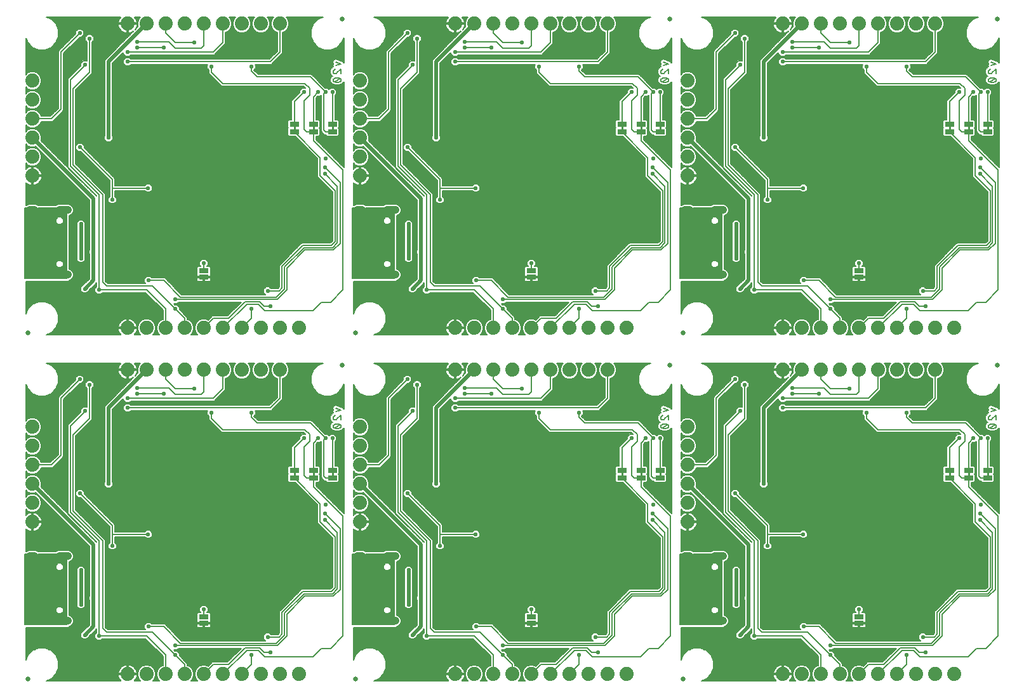
<source format=gbl>
G75*
%MOIN*%
%OFA0B0*%
%FSLAX25Y25*%
%IPPOS*%
%LPD*%
%AMOC8*
5,1,8,0,0,1.08239X$1,22.5*
%
%ADD10C,0.00800*%
%ADD11C,0.01000*%
%ADD12R,0.05000X0.02500*%
%ADD13C,0.02500*%
%ADD14C,0.03937*%
%ADD15C,0.07400*%
%ADD16C,0.02200*%
%ADD17C,0.00600*%
%ADD18C,0.02000*%
D10*
X0218342Y0175258D02*
X0218454Y0175256D01*
X0218566Y0175251D01*
X0218678Y0175242D01*
X0218789Y0175229D01*
X0218900Y0175213D01*
X0219011Y0175193D01*
X0219120Y0175169D01*
X0219229Y0175142D01*
X0219337Y0175112D01*
X0219444Y0175078D01*
X0219550Y0175041D01*
X0219654Y0175000D01*
X0219757Y0174956D01*
X0219859Y0174908D01*
X0219508Y0175025D02*
X0217175Y0173158D01*
X0216825Y0173276D02*
X0216772Y0173296D01*
X0216721Y0173319D01*
X0216672Y0173346D01*
X0216624Y0173376D01*
X0216578Y0173409D01*
X0216535Y0173444D01*
X0216494Y0173483D01*
X0216455Y0173524D01*
X0216419Y0173568D01*
X0216387Y0173614D01*
X0216357Y0173661D01*
X0216331Y0173711D01*
X0216307Y0173763D01*
X0216288Y0173815D01*
X0216271Y0173869D01*
X0216259Y0173924D01*
X0216249Y0173980D01*
X0216244Y0174036D01*
X0216242Y0174092D01*
X0216244Y0174148D01*
X0216249Y0174204D01*
X0216259Y0174260D01*
X0216271Y0174315D01*
X0216288Y0174369D01*
X0216307Y0174421D01*
X0216331Y0174473D01*
X0216357Y0174523D01*
X0216387Y0174570D01*
X0216420Y0174616D01*
X0216455Y0174660D01*
X0216494Y0174701D01*
X0216535Y0174740D01*
X0216578Y0174775D01*
X0216624Y0174808D01*
X0216672Y0174838D01*
X0216721Y0174865D01*
X0216772Y0174888D01*
X0216825Y0174908D01*
X0216825Y0173275D02*
X0216927Y0173227D01*
X0217030Y0173183D01*
X0217134Y0173142D01*
X0217240Y0173105D01*
X0217347Y0173071D01*
X0217455Y0173041D01*
X0217564Y0173014D01*
X0217673Y0172990D01*
X0217784Y0172970D01*
X0217895Y0172954D01*
X0218006Y0172941D01*
X0218118Y0172932D01*
X0218230Y0172927D01*
X0218342Y0172925D01*
X0218342Y0175258D02*
X0218230Y0175256D01*
X0218118Y0175251D01*
X0218006Y0175242D01*
X0217895Y0175229D01*
X0217784Y0175213D01*
X0217673Y0175193D01*
X0217564Y0175169D01*
X0217455Y0175142D01*
X0217347Y0175112D01*
X0217240Y0175078D01*
X0217134Y0175041D01*
X0217030Y0175000D01*
X0216927Y0174956D01*
X0216825Y0174908D01*
X0218342Y0172925D02*
X0218454Y0172927D01*
X0218566Y0172932D01*
X0218678Y0172941D01*
X0218789Y0172954D01*
X0218900Y0172970D01*
X0219011Y0172990D01*
X0219120Y0173014D01*
X0219229Y0173041D01*
X0219337Y0173071D01*
X0219444Y0173105D01*
X0219550Y0173142D01*
X0219654Y0173183D01*
X0219757Y0173227D01*
X0219859Y0173275D01*
X0220441Y0174092D02*
X0220439Y0174148D01*
X0220434Y0174204D01*
X0220424Y0174260D01*
X0220412Y0174315D01*
X0220395Y0174369D01*
X0220376Y0174421D01*
X0220352Y0174473D01*
X0220326Y0174523D01*
X0220296Y0174570D01*
X0220264Y0174616D01*
X0220228Y0174660D01*
X0220189Y0174701D01*
X0220148Y0174740D01*
X0220105Y0174775D01*
X0220059Y0174808D01*
X0220011Y0174838D01*
X0219962Y0174865D01*
X0219911Y0174888D01*
X0219858Y0174908D01*
X0220441Y0174092D02*
X0220439Y0174036D01*
X0220434Y0173980D01*
X0220424Y0173924D01*
X0220412Y0173869D01*
X0220395Y0173815D01*
X0220376Y0173763D01*
X0220352Y0173711D01*
X0220326Y0173661D01*
X0220296Y0173614D01*
X0220264Y0173568D01*
X0220228Y0173524D01*
X0220189Y0173483D01*
X0220148Y0173444D01*
X0220105Y0173409D01*
X0220059Y0173376D01*
X0220011Y0173346D01*
X0219962Y0173319D01*
X0219911Y0173296D01*
X0219858Y0173276D01*
X0220442Y0177425D02*
X0220442Y0179758D01*
X0218108Y0177775D01*
X0216242Y0178475D02*
X0216244Y0178546D01*
X0216249Y0178616D01*
X0216259Y0178686D01*
X0216272Y0178756D01*
X0216288Y0178824D01*
X0216308Y0178892D01*
X0216332Y0178959D01*
X0216359Y0179024D01*
X0216389Y0179088D01*
X0216423Y0179150D01*
X0216460Y0179210D01*
X0216500Y0179268D01*
X0216543Y0179325D01*
X0216589Y0179378D01*
X0216638Y0179429D01*
X0216689Y0179478D01*
X0216743Y0179524D01*
X0216799Y0179567D01*
X0216857Y0179607D01*
X0216917Y0179644D01*
X0216980Y0179678D01*
X0217043Y0179708D01*
X0217109Y0179735D01*
X0217175Y0179758D01*
X0218109Y0177775D02*
X0218062Y0177729D01*
X0218014Y0177686D01*
X0217962Y0177646D01*
X0217909Y0177608D01*
X0217853Y0177574D01*
X0217796Y0177544D01*
X0217736Y0177516D01*
X0217676Y0177492D01*
X0217614Y0177472D01*
X0217551Y0177455D01*
X0217487Y0177442D01*
X0217422Y0177433D01*
X0217357Y0177427D01*
X0217292Y0177425D01*
X0217229Y0177427D01*
X0217165Y0177433D01*
X0217103Y0177442D01*
X0217041Y0177456D01*
X0216980Y0177473D01*
X0216920Y0177493D01*
X0216861Y0177518D01*
X0216804Y0177545D01*
X0216749Y0177576D01*
X0216696Y0177611D01*
X0216644Y0177648D01*
X0216596Y0177689D01*
X0216550Y0177733D01*
X0216506Y0177779D01*
X0216465Y0177827D01*
X0216428Y0177879D01*
X0216393Y0177932D01*
X0216362Y0177987D01*
X0216335Y0178044D01*
X0216310Y0178103D01*
X0216290Y0178163D01*
X0216273Y0178224D01*
X0216259Y0178286D01*
X0216250Y0178348D01*
X0216244Y0178412D01*
X0216242Y0178475D01*
X0217642Y0181708D02*
X0220442Y0182642D01*
X0217642Y0183575D01*
X0389292Y0177425D02*
X0389357Y0177427D01*
X0389422Y0177433D01*
X0389487Y0177442D01*
X0389551Y0177455D01*
X0389614Y0177472D01*
X0389676Y0177492D01*
X0389736Y0177516D01*
X0389796Y0177544D01*
X0389853Y0177574D01*
X0389909Y0177608D01*
X0389962Y0177646D01*
X0390014Y0177686D01*
X0390062Y0177729D01*
X0390109Y0177775D01*
X0390108Y0177775D02*
X0392442Y0179758D01*
X0392442Y0177425D01*
X0391859Y0173275D02*
X0391757Y0173227D01*
X0391654Y0173183D01*
X0391550Y0173142D01*
X0391444Y0173105D01*
X0391337Y0173071D01*
X0391229Y0173041D01*
X0391120Y0173014D01*
X0391011Y0172990D01*
X0390900Y0172970D01*
X0390789Y0172954D01*
X0390678Y0172941D01*
X0390566Y0172932D01*
X0390454Y0172927D01*
X0390342Y0172925D01*
X0390342Y0175258D02*
X0390230Y0175256D01*
X0390118Y0175251D01*
X0390006Y0175242D01*
X0389895Y0175229D01*
X0389784Y0175213D01*
X0389673Y0175193D01*
X0389564Y0175169D01*
X0389455Y0175142D01*
X0389347Y0175112D01*
X0389240Y0175078D01*
X0389134Y0175041D01*
X0389030Y0175000D01*
X0388927Y0174956D01*
X0388825Y0174908D01*
X0388772Y0174888D01*
X0388721Y0174865D01*
X0388672Y0174838D01*
X0388624Y0174808D01*
X0388578Y0174775D01*
X0388535Y0174740D01*
X0388494Y0174701D01*
X0388455Y0174660D01*
X0388420Y0174616D01*
X0388387Y0174570D01*
X0388357Y0174523D01*
X0388331Y0174473D01*
X0388307Y0174421D01*
X0388288Y0174369D01*
X0388271Y0174315D01*
X0388259Y0174260D01*
X0388249Y0174204D01*
X0388244Y0174148D01*
X0388242Y0174092D01*
X0388244Y0174036D01*
X0388249Y0173980D01*
X0388259Y0173924D01*
X0388271Y0173869D01*
X0388288Y0173815D01*
X0388307Y0173763D01*
X0388331Y0173711D01*
X0388357Y0173661D01*
X0388387Y0173614D01*
X0388419Y0173568D01*
X0388455Y0173524D01*
X0388494Y0173483D01*
X0388535Y0173444D01*
X0388578Y0173409D01*
X0388624Y0173376D01*
X0388672Y0173346D01*
X0388721Y0173319D01*
X0388772Y0173296D01*
X0388825Y0173276D01*
X0389175Y0173158D02*
X0391508Y0175025D01*
X0392441Y0174092D02*
X0392439Y0174036D01*
X0392434Y0173980D01*
X0392424Y0173924D01*
X0392412Y0173869D01*
X0392395Y0173815D01*
X0392376Y0173763D01*
X0392352Y0173711D01*
X0392326Y0173661D01*
X0392296Y0173614D01*
X0392264Y0173568D01*
X0392228Y0173524D01*
X0392189Y0173483D01*
X0392148Y0173444D01*
X0392105Y0173409D01*
X0392059Y0173376D01*
X0392011Y0173346D01*
X0391962Y0173319D01*
X0391911Y0173296D01*
X0391858Y0173276D01*
X0392441Y0174092D02*
X0392439Y0174148D01*
X0392434Y0174204D01*
X0392424Y0174260D01*
X0392412Y0174315D01*
X0392395Y0174369D01*
X0392376Y0174421D01*
X0392352Y0174473D01*
X0392326Y0174523D01*
X0392296Y0174570D01*
X0392264Y0174616D01*
X0392228Y0174660D01*
X0392189Y0174701D01*
X0392148Y0174740D01*
X0392105Y0174775D01*
X0392059Y0174808D01*
X0392011Y0174838D01*
X0391962Y0174865D01*
X0391911Y0174888D01*
X0391858Y0174908D01*
X0390342Y0172925D02*
X0390230Y0172927D01*
X0390118Y0172932D01*
X0390006Y0172941D01*
X0389895Y0172954D01*
X0389784Y0172970D01*
X0389673Y0172990D01*
X0389564Y0173014D01*
X0389455Y0173041D01*
X0389347Y0173071D01*
X0389240Y0173105D01*
X0389134Y0173142D01*
X0389030Y0173183D01*
X0388927Y0173227D01*
X0388825Y0173275D01*
X0390342Y0175258D02*
X0390454Y0175256D01*
X0390566Y0175251D01*
X0390678Y0175242D01*
X0390789Y0175229D01*
X0390900Y0175213D01*
X0391011Y0175193D01*
X0391120Y0175169D01*
X0391229Y0175142D01*
X0391337Y0175112D01*
X0391444Y0175078D01*
X0391550Y0175041D01*
X0391654Y0175000D01*
X0391757Y0174956D01*
X0391859Y0174908D01*
X0388242Y0178475D02*
X0388244Y0178546D01*
X0388249Y0178616D01*
X0388259Y0178686D01*
X0388272Y0178756D01*
X0388288Y0178824D01*
X0388308Y0178892D01*
X0388332Y0178959D01*
X0388359Y0179024D01*
X0388389Y0179088D01*
X0388423Y0179150D01*
X0388460Y0179210D01*
X0388500Y0179268D01*
X0388543Y0179325D01*
X0388589Y0179378D01*
X0388638Y0179429D01*
X0388689Y0179478D01*
X0388743Y0179524D01*
X0388799Y0179567D01*
X0388857Y0179607D01*
X0388917Y0179644D01*
X0388980Y0179678D01*
X0389043Y0179708D01*
X0389109Y0179735D01*
X0389175Y0179758D01*
X0388242Y0178475D02*
X0388244Y0178412D01*
X0388250Y0178348D01*
X0388259Y0178286D01*
X0388273Y0178224D01*
X0388290Y0178163D01*
X0388310Y0178103D01*
X0388335Y0178044D01*
X0388362Y0177987D01*
X0388393Y0177932D01*
X0388428Y0177879D01*
X0388465Y0177827D01*
X0388506Y0177779D01*
X0388550Y0177733D01*
X0388596Y0177689D01*
X0388644Y0177648D01*
X0388696Y0177611D01*
X0388749Y0177576D01*
X0388804Y0177545D01*
X0388861Y0177518D01*
X0388920Y0177493D01*
X0388980Y0177473D01*
X0389041Y0177456D01*
X0389103Y0177442D01*
X0389165Y0177433D01*
X0389229Y0177427D01*
X0389292Y0177425D01*
X0389642Y0181708D02*
X0392442Y0182642D01*
X0389642Y0183575D01*
X0561292Y0177425D02*
X0561357Y0177427D01*
X0561422Y0177433D01*
X0561487Y0177442D01*
X0561551Y0177455D01*
X0561614Y0177472D01*
X0561676Y0177492D01*
X0561736Y0177516D01*
X0561796Y0177544D01*
X0561853Y0177574D01*
X0561909Y0177608D01*
X0561962Y0177646D01*
X0562014Y0177686D01*
X0562062Y0177729D01*
X0562109Y0177775D01*
X0562108Y0177775D02*
X0564442Y0179758D01*
X0564442Y0177425D01*
X0563859Y0173275D02*
X0563757Y0173227D01*
X0563654Y0173183D01*
X0563550Y0173142D01*
X0563444Y0173105D01*
X0563337Y0173071D01*
X0563229Y0173041D01*
X0563120Y0173014D01*
X0563011Y0172990D01*
X0562900Y0172970D01*
X0562789Y0172954D01*
X0562678Y0172941D01*
X0562566Y0172932D01*
X0562454Y0172927D01*
X0562342Y0172925D01*
X0562342Y0175258D02*
X0562230Y0175256D01*
X0562118Y0175251D01*
X0562006Y0175242D01*
X0561895Y0175229D01*
X0561784Y0175213D01*
X0561673Y0175193D01*
X0561564Y0175169D01*
X0561455Y0175142D01*
X0561347Y0175112D01*
X0561240Y0175078D01*
X0561134Y0175041D01*
X0561030Y0175000D01*
X0560927Y0174956D01*
X0560825Y0174908D01*
X0560772Y0174888D01*
X0560721Y0174865D01*
X0560672Y0174838D01*
X0560624Y0174808D01*
X0560578Y0174775D01*
X0560535Y0174740D01*
X0560494Y0174701D01*
X0560455Y0174660D01*
X0560420Y0174616D01*
X0560387Y0174570D01*
X0560357Y0174523D01*
X0560331Y0174473D01*
X0560307Y0174421D01*
X0560288Y0174369D01*
X0560271Y0174315D01*
X0560259Y0174260D01*
X0560249Y0174204D01*
X0560244Y0174148D01*
X0560242Y0174092D01*
X0560244Y0174036D01*
X0560249Y0173980D01*
X0560259Y0173924D01*
X0560271Y0173869D01*
X0560288Y0173815D01*
X0560307Y0173763D01*
X0560331Y0173711D01*
X0560357Y0173661D01*
X0560387Y0173614D01*
X0560419Y0173568D01*
X0560455Y0173524D01*
X0560494Y0173483D01*
X0560535Y0173444D01*
X0560578Y0173409D01*
X0560624Y0173376D01*
X0560672Y0173346D01*
X0560721Y0173319D01*
X0560772Y0173296D01*
X0560825Y0173276D01*
X0561175Y0173158D02*
X0563508Y0175025D01*
X0564441Y0174092D02*
X0564439Y0174036D01*
X0564434Y0173980D01*
X0564424Y0173924D01*
X0564412Y0173869D01*
X0564395Y0173815D01*
X0564376Y0173763D01*
X0564352Y0173711D01*
X0564326Y0173661D01*
X0564296Y0173614D01*
X0564264Y0173568D01*
X0564228Y0173524D01*
X0564189Y0173483D01*
X0564148Y0173444D01*
X0564105Y0173409D01*
X0564059Y0173376D01*
X0564011Y0173346D01*
X0563962Y0173319D01*
X0563911Y0173296D01*
X0563858Y0173276D01*
X0564441Y0174092D02*
X0564439Y0174148D01*
X0564434Y0174204D01*
X0564424Y0174260D01*
X0564412Y0174315D01*
X0564395Y0174369D01*
X0564376Y0174421D01*
X0564352Y0174473D01*
X0564326Y0174523D01*
X0564296Y0174570D01*
X0564264Y0174616D01*
X0564228Y0174660D01*
X0564189Y0174701D01*
X0564148Y0174740D01*
X0564105Y0174775D01*
X0564059Y0174808D01*
X0564011Y0174838D01*
X0563962Y0174865D01*
X0563911Y0174888D01*
X0563858Y0174908D01*
X0562342Y0172925D02*
X0562230Y0172927D01*
X0562118Y0172932D01*
X0562006Y0172941D01*
X0561895Y0172954D01*
X0561784Y0172970D01*
X0561673Y0172990D01*
X0561564Y0173014D01*
X0561455Y0173041D01*
X0561347Y0173071D01*
X0561240Y0173105D01*
X0561134Y0173142D01*
X0561030Y0173183D01*
X0560927Y0173227D01*
X0560825Y0173275D01*
X0562342Y0175258D02*
X0562454Y0175256D01*
X0562566Y0175251D01*
X0562678Y0175242D01*
X0562789Y0175229D01*
X0562900Y0175213D01*
X0563011Y0175193D01*
X0563120Y0175169D01*
X0563229Y0175142D01*
X0563337Y0175112D01*
X0563444Y0175078D01*
X0563550Y0175041D01*
X0563654Y0175000D01*
X0563757Y0174956D01*
X0563859Y0174908D01*
X0560242Y0178475D02*
X0560244Y0178546D01*
X0560249Y0178616D01*
X0560259Y0178686D01*
X0560272Y0178756D01*
X0560288Y0178824D01*
X0560308Y0178892D01*
X0560332Y0178959D01*
X0560359Y0179024D01*
X0560389Y0179088D01*
X0560423Y0179150D01*
X0560460Y0179210D01*
X0560500Y0179268D01*
X0560543Y0179325D01*
X0560589Y0179378D01*
X0560638Y0179429D01*
X0560689Y0179478D01*
X0560743Y0179524D01*
X0560799Y0179567D01*
X0560857Y0179607D01*
X0560917Y0179644D01*
X0560980Y0179678D01*
X0561043Y0179708D01*
X0561109Y0179735D01*
X0561175Y0179758D01*
X0560242Y0178475D02*
X0560244Y0178412D01*
X0560250Y0178348D01*
X0560259Y0178286D01*
X0560273Y0178224D01*
X0560290Y0178163D01*
X0560310Y0178103D01*
X0560335Y0178044D01*
X0560362Y0177987D01*
X0560393Y0177932D01*
X0560428Y0177879D01*
X0560465Y0177827D01*
X0560506Y0177779D01*
X0560550Y0177733D01*
X0560596Y0177689D01*
X0560644Y0177648D01*
X0560696Y0177611D01*
X0560749Y0177576D01*
X0560804Y0177545D01*
X0560861Y0177518D01*
X0560920Y0177493D01*
X0560980Y0177473D01*
X0561041Y0177456D01*
X0561103Y0177442D01*
X0561165Y0177433D01*
X0561229Y0177427D01*
X0561292Y0177425D01*
X0561642Y0181708D02*
X0564442Y0182642D01*
X0561642Y0183575D01*
X0563859Y0356908D02*
X0563757Y0356956D01*
X0563654Y0357000D01*
X0563550Y0357041D01*
X0563444Y0357078D01*
X0563337Y0357112D01*
X0563229Y0357142D01*
X0563120Y0357169D01*
X0563011Y0357193D01*
X0562900Y0357213D01*
X0562789Y0357229D01*
X0562678Y0357242D01*
X0562566Y0357251D01*
X0562454Y0357256D01*
X0562342Y0357258D01*
X0562342Y0354925D02*
X0562230Y0354927D01*
X0562118Y0354932D01*
X0562006Y0354941D01*
X0561895Y0354954D01*
X0561784Y0354970D01*
X0561673Y0354990D01*
X0561564Y0355014D01*
X0561455Y0355041D01*
X0561347Y0355071D01*
X0561240Y0355105D01*
X0561134Y0355142D01*
X0561030Y0355183D01*
X0560927Y0355227D01*
X0560825Y0355275D01*
X0561175Y0355158D02*
X0563508Y0357025D01*
X0564441Y0356092D02*
X0564439Y0356036D01*
X0564434Y0355980D01*
X0564424Y0355924D01*
X0564412Y0355869D01*
X0564395Y0355815D01*
X0564376Y0355763D01*
X0564352Y0355711D01*
X0564326Y0355661D01*
X0564296Y0355614D01*
X0564264Y0355568D01*
X0564228Y0355524D01*
X0564189Y0355483D01*
X0564148Y0355444D01*
X0564105Y0355409D01*
X0564059Y0355376D01*
X0564011Y0355346D01*
X0563962Y0355319D01*
X0563911Y0355296D01*
X0563858Y0355276D01*
X0564441Y0356092D02*
X0564439Y0356148D01*
X0564434Y0356204D01*
X0564424Y0356260D01*
X0564412Y0356315D01*
X0564395Y0356369D01*
X0564376Y0356421D01*
X0564352Y0356473D01*
X0564326Y0356523D01*
X0564296Y0356570D01*
X0564264Y0356616D01*
X0564228Y0356660D01*
X0564189Y0356701D01*
X0564148Y0356740D01*
X0564105Y0356775D01*
X0564059Y0356808D01*
X0564011Y0356838D01*
X0563962Y0356865D01*
X0563911Y0356888D01*
X0563858Y0356908D01*
X0563859Y0355275D02*
X0563757Y0355227D01*
X0563654Y0355183D01*
X0563550Y0355142D01*
X0563444Y0355105D01*
X0563337Y0355071D01*
X0563229Y0355041D01*
X0563120Y0355014D01*
X0563011Y0354990D01*
X0562900Y0354970D01*
X0562789Y0354954D01*
X0562678Y0354941D01*
X0562566Y0354932D01*
X0562454Y0354927D01*
X0562342Y0354925D01*
X0562342Y0357258D02*
X0562230Y0357256D01*
X0562118Y0357251D01*
X0562006Y0357242D01*
X0561895Y0357229D01*
X0561784Y0357213D01*
X0561673Y0357193D01*
X0561564Y0357169D01*
X0561455Y0357142D01*
X0561347Y0357112D01*
X0561240Y0357078D01*
X0561134Y0357041D01*
X0561030Y0357000D01*
X0560927Y0356956D01*
X0560825Y0356908D01*
X0560772Y0356888D01*
X0560721Y0356865D01*
X0560672Y0356838D01*
X0560624Y0356808D01*
X0560578Y0356775D01*
X0560535Y0356740D01*
X0560494Y0356701D01*
X0560455Y0356660D01*
X0560420Y0356616D01*
X0560387Y0356570D01*
X0560357Y0356523D01*
X0560331Y0356473D01*
X0560307Y0356421D01*
X0560288Y0356369D01*
X0560271Y0356315D01*
X0560259Y0356260D01*
X0560249Y0356204D01*
X0560244Y0356148D01*
X0560242Y0356092D01*
X0560244Y0356036D01*
X0560249Y0355980D01*
X0560259Y0355924D01*
X0560271Y0355869D01*
X0560288Y0355815D01*
X0560307Y0355763D01*
X0560331Y0355711D01*
X0560357Y0355661D01*
X0560387Y0355614D01*
X0560419Y0355568D01*
X0560455Y0355524D01*
X0560494Y0355483D01*
X0560535Y0355444D01*
X0560578Y0355409D01*
X0560624Y0355376D01*
X0560672Y0355346D01*
X0560721Y0355319D01*
X0560772Y0355296D01*
X0560825Y0355276D01*
X0562108Y0359775D02*
X0564442Y0361758D01*
X0564442Y0359425D01*
X0561175Y0361758D02*
X0561109Y0361735D01*
X0561043Y0361708D01*
X0560980Y0361678D01*
X0560917Y0361644D01*
X0560857Y0361607D01*
X0560799Y0361567D01*
X0560743Y0361524D01*
X0560689Y0361478D01*
X0560638Y0361429D01*
X0560589Y0361378D01*
X0560543Y0361325D01*
X0560500Y0361268D01*
X0560460Y0361210D01*
X0560423Y0361150D01*
X0560389Y0361088D01*
X0560359Y0361024D01*
X0560332Y0360959D01*
X0560308Y0360892D01*
X0560288Y0360824D01*
X0560272Y0360756D01*
X0560259Y0360686D01*
X0560249Y0360616D01*
X0560244Y0360546D01*
X0560242Y0360475D01*
X0560244Y0360412D01*
X0560250Y0360348D01*
X0560259Y0360286D01*
X0560273Y0360224D01*
X0560290Y0360163D01*
X0560310Y0360103D01*
X0560335Y0360044D01*
X0560362Y0359987D01*
X0560393Y0359932D01*
X0560428Y0359879D01*
X0560465Y0359827D01*
X0560506Y0359779D01*
X0560550Y0359733D01*
X0560596Y0359689D01*
X0560644Y0359648D01*
X0560696Y0359611D01*
X0560749Y0359576D01*
X0560804Y0359545D01*
X0560861Y0359518D01*
X0560920Y0359493D01*
X0560980Y0359473D01*
X0561041Y0359456D01*
X0561103Y0359442D01*
X0561165Y0359433D01*
X0561229Y0359427D01*
X0561292Y0359425D01*
X0561357Y0359427D01*
X0561422Y0359433D01*
X0561487Y0359442D01*
X0561551Y0359455D01*
X0561614Y0359472D01*
X0561676Y0359492D01*
X0561736Y0359516D01*
X0561796Y0359544D01*
X0561853Y0359574D01*
X0561909Y0359608D01*
X0561962Y0359646D01*
X0562014Y0359686D01*
X0562062Y0359729D01*
X0562109Y0359775D01*
X0561642Y0363708D02*
X0564442Y0364642D01*
X0561642Y0365575D01*
X0392442Y0364642D02*
X0389642Y0363708D01*
X0389642Y0365575D02*
X0392442Y0364642D01*
X0392442Y0361758D02*
X0392442Y0359425D01*
X0392442Y0361758D02*
X0390108Y0359775D01*
X0388242Y0360475D02*
X0388244Y0360546D01*
X0388249Y0360616D01*
X0388259Y0360686D01*
X0388272Y0360756D01*
X0388288Y0360824D01*
X0388308Y0360892D01*
X0388332Y0360959D01*
X0388359Y0361024D01*
X0388389Y0361088D01*
X0388423Y0361150D01*
X0388460Y0361210D01*
X0388500Y0361268D01*
X0388543Y0361325D01*
X0388589Y0361378D01*
X0388638Y0361429D01*
X0388689Y0361478D01*
X0388743Y0361524D01*
X0388799Y0361567D01*
X0388857Y0361607D01*
X0388917Y0361644D01*
X0388980Y0361678D01*
X0389043Y0361708D01*
X0389109Y0361735D01*
X0389175Y0361758D01*
X0390109Y0359775D02*
X0390062Y0359729D01*
X0390014Y0359686D01*
X0389962Y0359646D01*
X0389909Y0359608D01*
X0389853Y0359574D01*
X0389796Y0359544D01*
X0389736Y0359516D01*
X0389676Y0359492D01*
X0389614Y0359472D01*
X0389551Y0359455D01*
X0389487Y0359442D01*
X0389422Y0359433D01*
X0389357Y0359427D01*
X0389292Y0359425D01*
X0389229Y0359427D01*
X0389165Y0359433D01*
X0389103Y0359442D01*
X0389041Y0359456D01*
X0388980Y0359473D01*
X0388920Y0359493D01*
X0388861Y0359518D01*
X0388804Y0359545D01*
X0388749Y0359576D01*
X0388696Y0359611D01*
X0388644Y0359648D01*
X0388596Y0359689D01*
X0388550Y0359733D01*
X0388506Y0359779D01*
X0388465Y0359827D01*
X0388428Y0359879D01*
X0388393Y0359932D01*
X0388362Y0359987D01*
X0388335Y0360044D01*
X0388310Y0360103D01*
X0388290Y0360163D01*
X0388273Y0360224D01*
X0388259Y0360286D01*
X0388250Y0360348D01*
X0388244Y0360412D01*
X0388242Y0360475D01*
X0390342Y0354925D02*
X0390454Y0354927D01*
X0390566Y0354932D01*
X0390678Y0354941D01*
X0390789Y0354954D01*
X0390900Y0354970D01*
X0391011Y0354990D01*
X0391120Y0355014D01*
X0391229Y0355041D01*
X0391337Y0355071D01*
X0391444Y0355105D01*
X0391550Y0355142D01*
X0391654Y0355183D01*
X0391757Y0355227D01*
X0391859Y0355275D01*
X0392441Y0356092D02*
X0392439Y0356148D01*
X0392434Y0356204D01*
X0392424Y0356260D01*
X0392412Y0356315D01*
X0392395Y0356369D01*
X0392376Y0356421D01*
X0392352Y0356473D01*
X0392326Y0356523D01*
X0392296Y0356570D01*
X0392264Y0356616D01*
X0392228Y0356660D01*
X0392189Y0356701D01*
X0392148Y0356740D01*
X0392105Y0356775D01*
X0392059Y0356808D01*
X0392011Y0356838D01*
X0391962Y0356865D01*
X0391911Y0356888D01*
X0391858Y0356908D01*
X0391508Y0357025D02*
X0389175Y0355158D01*
X0388825Y0355276D02*
X0388772Y0355296D01*
X0388721Y0355319D01*
X0388672Y0355346D01*
X0388624Y0355376D01*
X0388578Y0355409D01*
X0388535Y0355444D01*
X0388494Y0355483D01*
X0388455Y0355524D01*
X0388419Y0355568D01*
X0388387Y0355614D01*
X0388357Y0355661D01*
X0388331Y0355711D01*
X0388307Y0355763D01*
X0388288Y0355815D01*
X0388271Y0355869D01*
X0388259Y0355924D01*
X0388249Y0355980D01*
X0388244Y0356036D01*
X0388242Y0356092D01*
X0388244Y0356148D01*
X0388249Y0356204D01*
X0388259Y0356260D01*
X0388271Y0356315D01*
X0388288Y0356369D01*
X0388307Y0356421D01*
X0388331Y0356473D01*
X0388357Y0356523D01*
X0388387Y0356570D01*
X0388420Y0356616D01*
X0388455Y0356660D01*
X0388494Y0356701D01*
X0388535Y0356740D01*
X0388578Y0356775D01*
X0388624Y0356808D01*
X0388672Y0356838D01*
X0388721Y0356865D01*
X0388772Y0356888D01*
X0388825Y0356908D01*
X0388825Y0355275D02*
X0388927Y0355227D01*
X0389030Y0355183D01*
X0389134Y0355142D01*
X0389240Y0355105D01*
X0389347Y0355071D01*
X0389455Y0355041D01*
X0389564Y0355014D01*
X0389673Y0354990D01*
X0389784Y0354970D01*
X0389895Y0354954D01*
X0390006Y0354941D01*
X0390118Y0354932D01*
X0390230Y0354927D01*
X0390342Y0354925D01*
X0390342Y0357258D02*
X0390230Y0357256D01*
X0390118Y0357251D01*
X0390006Y0357242D01*
X0389895Y0357229D01*
X0389784Y0357213D01*
X0389673Y0357193D01*
X0389564Y0357169D01*
X0389455Y0357142D01*
X0389347Y0357112D01*
X0389240Y0357078D01*
X0389134Y0357041D01*
X0389030Y0357000D01*
X0388927Y0356956D01*
X0388825Y0356908D01*
X0391858Y0355276D02*
X0391911Y0355296D01*
X0391962Y0355319D01*
X0392011Y0355346D01*
X0392059Y0355376D01*
X0392105Y0355409D01*
X0392148Y0355444D01*
X0392189Y0355483D01*
X0392228Y0355524D01*
X0392264Y0355568D01*
X0392296Y0355614D01*
X0392326Y0355661D01*
X0392352Y0355711D01*
X0392376Y0355763D01*
X0392395Y0355815D01*
X0392412Y0355869D01*
X0392424Y0355924D01*
X0392434Y0355980D01*
X0392439Y0356036D01*
X0392441Y0356092D01*
X0391859Y0356908D02*
X0391757Y0356956D01*
X0391654Y0357000D01*
X0391550Y0357041D01*
X0391444Y0357078D01*
X0391337Y0357112D01*
X0391229Y0357142D01*
X0391120Y0357169D01*
X0391011Y0357193D01*
X0390900Y0357213D01*
X0390789Y0357229D01*
X0390678Y0357242D01*
X0390566Y0357251D01*
X0390454Y0357256D01*
X0390342Y0357258D01*
X0220442Y0359425D02*
X0220442Y0361758D01*
X0218108Y0359775D01*
X0216242Y0360475D02*
X0216244Y0360546D01*
X0216249Y0360616D01*
X0216259Y0360686D01*
X0216272Y0360756D01*
X0216288Y0360824D01*
X0216308Y0360892D01*
X0216332Y0360959D01*
X0216359Y0361024D01*
X0216389Y0361088D01*
X0216423Y0361150D01*
X0216460Y0361210D01*
X0216500Y0361268D01*
X0216543Y0361325D01*
X0216589Y0361378D01*
X0216638Y0361429D01*
X0216689Y0361478D01*
X0216743Y0361524D01*
X0216799Y0361567D01*
X0216857Y0361607D01*
X0216917Y0361644D01*
X0216980Y0361678D01*
X0217043Y0361708D01*
X0217109Y0361735D01*
X0217175Y0361758D01*
X0218109Y0359775D02*
X0218062Y0359729D01*
X0218014Y0359686D01*
X0217962Y0359646D01*
X0217909Y0359608D01*
X0217853Y0359574D01*
X0217796Y0359544D01*
X0217736Y0359516D01*
X0217676Y0359492D01*
X0217614Y0359472D01*
X0217551Y0359455D01*
X0217487Y0359442D01*
X0217422Y0359433D01*
X0217357Y0359427D01*
X0217292Y0359425D01*
X0217229Y0359427D01*
X0217165Y0359433D01*
X0217103Y0359442D01*
X0217041Y0359456D01*
X0216980Y0359473D01*
X0216920Y0359493D01*
X0216861Y0359518D01*
X0216804Y0359545D01*
X0216749Y0359576D01*
X0216696Y0359611D01*
X0216644Y0359648D01*
X0216596Y0359689D01*
X0216550Y0359733D01*
X0216506Y0359779D01*
X0216465Y0359827D01*
X0216428Y0359879D01*
X0216393Y0359932D01*
X0216362Y0359987D01*
X0216335Y0360044D01*
X0216310Y0360103D01*
X0216290Y0360163D01*
X0216273Y0360224D01*
X0216259Y0360286D01*
X0216250Y0360348D01*
X0216244Y0360412D01*
X0216242Y0360475D01*
X0218342Y0354925D02*
X0218454Y0354927D01*
X0218566Y0354932D01*
X0218678Y0354941D01*
X0218789Y0354954D01*
X0218900Y0354970D01*
X0219011Y0354990D01*
X0219120Y0355014D01*
X0219229Y0355041D01*
X0219337Y0355071D01*
X0219444Y0355105D01*
X0219550Y0355142D01*
X0219654Y0355183D01*
X0219757Y0355227D01*
X0219859Y0355275D01*
X0220441Y0356092D02*
X0220439Y0356148D01*
X0220434Y0356204D01*
X0220424Y0356260D01*
X0220412Y0356315D01*
X0220395Y0356369D01*
X0220376Y0356421D01*
X0220352Y0356473D01*
X0220326Y0356523D01*
X0220296Y0356570D01*
X0220264Y0356616D01*
X0220228Y0356660D01*
X0220189Y0356701D01*
X0220148Y0356740D01*
X0220105Y0356775D01*
X0220059Y0356808D01*
X0220011Y0356838D01*
X0219962Y0356865D01*
X0219911Y0356888D01*
X0219858Y0356908D01*
X0219508Y0357025D02*
X0217175Y0355158D01*
X0216825Y0355276D02*
X0216772Y0355296D01*
X0216721Y0355319D01*
X0216672Y0355346D01*
X0216624Y0355376D01*
X0216578Y0355409D01*
X0216535Y0355444D01*
X0216494Y0355483D01*
X0216455Y0355524D01*
X0216419Y0355568D01*
X0216387Y0355614D01*
X0216357Y0355661D01*
X0216331Y0355711D01*
X0216307Y0355763D01*
X0216288Y0355815D01*
X0216271Y0355869D01*
X0216259Y0355924D01*
X0216249Y0355980D01*
X0216244Y0356036D01*
X0216242Y0356092D01*
X0216244Y0356148D01*
X0216249Y0356204D01*
X0216259Y0356260D01*
X0216271Y0356315D01*
X0216288Y0356369D01*
X0216307Y0356421D01*
X0216331Y0356473D01*
X0216357Y0356523D01*
X0216387Y0356570D01*
X0216420Y0356616D01*
X0216455Y0356660D01*
X0216494Y0356701D01*
X0216535Y0356740D01*
X0216578Y0356775D01*
X0216624Y0356808D01*
X0216672Y0356838D01*
X0216721Y0356865D01*
X0216772Y0356888D01*
X0216825Y0356908D01*
X0216825Y0355275D02*
X0216927Y0355227D01*
X0217030Y0355183D01*
X0217134Y0355142D01*
X0217240Y0355105D01*
X0217347Y0355071D01*
X0217455Y0355041D01*
X0217564Y0355014D01*
X0217673Y0354990D01*
X0217784Y0354970D01*
X0217895Y0354954D01*
X0218006Y0354941D01*
X0218118Y0354932D01*
X0218230Y0354927D01*
X0218342Y0354925D01*
X0218342Y0357258D02*
X0218230Y0357256D01*
X0218118Y0357251D01*
X0218006Y0357242D01*
X0217895Y0357229D01*
X0217784Y0357213D01*
X0217673Y0357193D01*
X0217564Y0357169D01*
X0217455Y0357142D01*
X0217347Y0357112D01*
X0217240Y0357078D01*
X0217134Y0357041D01*
X0217030Y0357000D01*
X0216927Y0356956D01*
X0216825Y0356908D01*
X0219858Y0355276D02*
X0219911Y0355296D01*
X0219962Y0355319D01*
X0220011Y0355346D01*
X0220059Y0355376D01*
X0220105Y0355409D01*
X0220148Y0355444D01*
X0220189Y0355483D01*
X0220228Y0355524D01*
X0220264Y0355568D01*
X0220296Y0355614D01*
X0220326Y0355661D01*
X0220352Y0355711D01*
X0220376Y0355763D01*
X0220395Y0355815D01*
X0220412Y0355869D01*
X0220424Y0355924D01*
X0220434Y0355980D01*
X0220439Y0356036D01*
X0220441Y0356092D01*
X0219859Y0356908D02*
X0219757Y0356956D01*
X0219654Y0357000D01*
X0219550Y0357041D01*
X0219444Y0357078D01*
X0219337Y0357112D01*
X0219229Y0357142D01*
X0219120Y0357169D01*
X0219011Y0357193D01*
X0218900Y0357213D01*
X0218789Y0357229D01*
X0218678Y0357242D01*
X0218566Y0357251D01*
X0218454Y0357256D01*
X0218342Y0357258D01*
X0217642Y0363708D02*
X0220442Y0364642D01*
X0217642Y0365575D01*
D11*
X0215842Y0332750D02*
X0215842Y0328750D01*
X0205842Y0328750D02*
X0205842Y0332750D01*
X0195842Y0332750D02*
X0195842Y0328750D01*
X0367842Y0328750D02*
X0367842Y0332750D01*
X0377842Y0332750D02*
X0377842Y0328750D01*
X0387842Y0328750D02*
X0387842Y0332750D01*
X0539842Y0332750D02*
X0539842Y0328750D01*
X0549842Y0328750D02*
X0549842Y0332750D01*
X0559842Y0332750D02*
X0559842Y0328750D01*
X0559842Y0150750D02*
X0559842Y0146750D01*
X0549842Y0146750D02*
X0549842Y0150750D01*
X0539842Y0150750D02*
X0539842Y0146750D01*
X0387842Y0146750D02*
X0387842Y0150750D01*
X0377842Y0150750D02*
X0377842Y0146750D01*
X0367842Y0146750D02*
X0367842Y0150750D01*
X0215842Y0150750D02*
X0215842Y0146750D01*
X0205842Y0146750D02*
X0205842Y0150750D01*
X0195842Y0150750D02*
X0195842Y0146750D01*
D12*
X0195842Y0146750D03*
X0195842Y0150750D03*
X0205842Y0150750D03*
X0205842Y0146750D03*
X0215842Y0146750D03*
X0215842Y0150750D03*
X0148342Y0073850D03*
X0148342Y0070650D03*
X0320342Y0070650D03*
X0320342Y0073850D03*
X0367842Y0146750D03*
X0367842Y0150750D03*
X0377842Y0150750D03*
X0377842Y0146750D03*
X0387842Y0146750D03*
X0387842Y0150750D03*
X0492342Y0073850D03*
X0492342Y0070650D03*
X0539842Y0146750D03*
X0539842Y0150750D03*
X0549842Y0150750D03*
X0549842Y0146750D03*
X0559842Y0146750D03*
X0559842Y0150750D03*
X0492342Y0252650D03*
X0492342Y0255850D03*
X0539842Y0328750D03*
X0539842Y0332750D03*
X0549842Y0332750D03*
X0549842Y0328750D03*
X0559842Y0328750D03*
X0559842Y0332750D03*
X0387842Y0332750D03*
X0387842Y0328750D03*
X0377842Y0328750D03*
X0377842Y0332750D03*
X0367842Y0332750D03*
X0367842Y0328750D03*
X0320342Y0255850D03*
X0320342Y0252650D03*
X0215842Y0328750D03*
X0215842Y0332750D03*
X0205842Y0332750D03*
X0205842Y0328750D03*
X0195842Y0328750D03*
X0195842Y0332750D03*
X0148342Y0255850D03*
X0148342Y0252650D03*
D13*
X0055842Y0041250D03*
X0227842Y0041250D03*
X0399842Y0041250D03*
X0392842Y0206250D03*
X0399842Y0223250D03*
X0564842Y0206250D03*
X0564842Y0388250D03*
X0392842Y0388250D03*
X0220842Y0388250D03*
X0227842Y0223250D03*
X0220842Y0206250D03*
X0055842Y0223250D03*
D14*
X0057102Y0253742D02*
X0057102Y0253742D01*
X0059464Y0253742D01*
X0059464Y0253742D01*
X0057102Y0253742D01*
X0072573Y0253742D02*
X0072573Y0253742D01*
X0076905Y0253742D01*
X0076905Y0253742D01*
X0072573Y0253742D01*
X0072573Y0287758D02*
X0072573Y0287758D01*
X0076905Y0287758D01*
X0076905Y0287758D01*
X0072573Y0287758D01*
X0057102Y0287758D02*
X0057102Y0287758D01*
X0059464Y0287758D01*
X0059464Y0287758D01*
X0057102Y0287758D01*
X0229102Y0287758D02*
X0229102Y0287758D01*
X0231464Y0287758D01*
X0231464Y0287758D01*
X0229102Y0287758D01*
X0244573Y0287758D02*
X0244573Y0287758D01*
X0248905Y0287758D01*
X0248905Y0287758D01*
X0244573Y0287758D01*
X0244573Y0253742D02*
X0244573Y0253742D01*
X0248905Y0253742D01*
X0248905Y0253742D01*
X0244573Y0253742D01*
X0229102Y0253742D02*
X0229102Y0253742D01*
X0231464Y0253742D01*
X0231464Y0253742D01*
X0229102Y0253742D01*
X0401102Y0253742D02*
X0401102Y0253742D01*
X0403464Y0253742D01*
X0403464Y0253742D01*
X0401102Y0253742D01*
X0416573Y0253742D02*
X0416573Y0253742D01*
X0420905Y0253742D01*
X0420905Y0253742D01*
X0416573Y0253742D01*
X0416573Y0287758D02*
X0416573Y0287758D01*
X0420905Y0287758D01*
X0420905Y0287758D01*
X0416573Y0287758D01*
X0401102Y0287758D02*
X0401102Y0287758D01*
X0403464Y0287758D01*
X0403464Y0287758D01*
X0401102Y0287758D01*
X0401102Y0105758D02*
X0401102Y0105758D01*
X0403464Y0105758D01*
X0403464Y0105758D01*
X0401102Y0105758D01*
X0416573Y0105758D02*
X0416573Y0105758D01*
X0420905Y0105758D01*
X0420905Y0105758D01*
X0416573Y0105758D01*
X0416573Y0071742D02*
X0416573Y0071742D01*
X0420905Y0071742D01*
X0420905Y0071742D01*
X0416573Y0071742D01*
X0401102Y0071742D02*
X0401102Y0071742D01*
X0403464Y0071742D01*
X0403464Y0071742D01*
X0401102Y0071742D01*
X0244573Y0071742D02*
X0244573Y0071742D01*
X0248905Y0071742D01*
X0248905Y0071742D01*
X0244573Y0071742D01*
X0229102Y0071742D02*
X0229102Y0071742D01*
X0231464Y0071742D01*
X0231464Y0071742D01*
X0229102Y0071742D01*
X0229102Y0105758D02*
X0229102Y0105758D01*
X0231464Y0105758D01*
X0231464Y0105758D01*
X0229102Y0105758D01*
X0244573Y0105758D02*
X0244573Y0105758D01*
X0248905Y0105758D01*
X0248905Y0105758D01*
X0244573Y0105758D01*
X0072573Y0105758D02*
X0072573Y0105758D01*
X0076905Y0105758D01*
X0076905Y0105758D01*
X0072573Y0105758D01*
X0057102Y0105758D02*
X0057102Y0105758D01*
X0059464Y0105758D01*
X0059464Y0105758D01*
X0057102Y0105758D01*
X0057102Y0071742D02*
X0057102Y0071742D01*
X0059464Y0071742D01*
X0059464Y0071742D01*
X0057102Y0071742D01*
X0072573Y0071742D02*
X0072573Y0071742D01*
X0076905Y0071742D01*
X0076905Y0071742D01*
X0072573Y0071742D01*
D15*
X0108342Y0043750D03*
X0118342Y0043750D03*
X0128342Y0043750D03*
X0138342Y0043750D03*
X0148342Y0043750D03*
X0158342Y0043750D03*
X0168342Y0043750D03*
X0178342Y0043750D03*
X0188342Y0043750D03*
X0198342Y0043750D03*
X0280342Y0043750D03*
X0290342Y0043750D03*
X0300342Y0043750D03*
X0310342Y0043750D03*
X0320342Y0043750D03*
X0330342Y0043750D03*
X0340342Y0043750D03*
X0350342Y0043750D03*
X0360342Y0043750D03*
X0370342Y0043750D03*
X0452342Y0043750D03*
X0462342Y0043750D03*
X0472342Y0043750D03*
X0482342Y0043750D03*
X0492342Y0043750D03*
X0502342Y0043750D03*
X0512342Y0043750D03*
X0522342Y0043750D03*
X0532342Y0043750D03*
X0542342Y0043750D03*
X0402342Y0123750D03*
X0402342Y0133750D03*
X0402342Y0143750D03*
X0402342Y0153750D03*
X0402342Y0163750D03*
X0402342Y0173750D03*
X0360342Y0203750D03*
X0350342Y0203750D03*
X0340342Y0203750D03*
X0330342Y0203750D03*
X0320342Y0203750D03*
X0310342Y0203750D03*
X0300342Y0203750D03*
X0290342Y0203750D03*
X0280342Y0203750D03*
X0280342Y0225750D03*
X0290342Y0225750D03*
X0300342Y0225750D03*
X0310342Y0225750D03*
X0320342Y0225750D03*
X0330342Y0225750D03*
X0340342Y0225750D03*
X0350342Y0225750D03*
X0360342Y0225750D03*
X0370342Y0225750D03*
X0452342Y0225750D03*
X0462342Y0225750D03*
X0472342Y0225750D03*
X0482342Y0225750D03*
X0492342Y0225750D03*
X0502342Y0225750D03*
X0512342Y0225750D03*
X0522342Y0225750D03*
X0532342Y0225750D03*
X0542342Y0225750D03*
X0532342Y0203750D03*
X0522342Y0203750D03*
X0512342Y0203750D03*
X0502342Y0203750D03*
X0492342Y0203750D03*
X0482342Y0203750D03*
X0472342Y0203750D03*
X0462342Y0203750D03*
X0452342Y0203750D03*
X0402342Y0305750D03*
X0402342Y0315750D03*
X0402342Y0325750D03*
X0402342Y0335750D03*
X0402342Y0345750D03*
X0402342Y0355750D03*
X0360342Y0385750D03*
X0350342Y0385750D03*
X0340342Y0385750D03*
X0330342Y0385750D03*
X0320342Y0385750D03*
X0310342Y0385750D03*
X0300342Y0385750D03*
X0290342Y0385750D03*
X0280342Y0385750D03*
X0230342Y0355750D03*
X0230342Y0345750D03*
X0230342Y0335750D03*
X0230342Y0325750D03*
X0230342Y0315750D03*
X0230342Y0305750D03*
X0198342Y0225750D03*
X0188342Y0225750D03*
X0178342Y0225750D03*
X0168342Y0225750D03*
X0158342Y0225750D03*
X0148342Y0225750D03*
X0138342Y0225750D03*
X0128342Y0225750D03*
X0118342Y0225750D03*
X0108342Y0225750D03*
X0108342Y0203750D03*
X0118342Y0203750D03*
X0128342Y0203750D03*
X0138342Y0203750D03*
X0148342Y0203750D03*
X0158342Y0203750D03*
X0168342Y0203750D03*
X0178342Y0203750D03*
X0188342Y0203750D03*
X0230342Y0173750D03*
X0230342Y0163750D03*
X0230342Y0153750D03*
X0230342Y0143750D03*
X0230342Y0133750D03*
X0230342Y0123750D03*
X0058342Y0123750D03*
X0058342Y0133750D03*
X0058342Y0143750D03*
X0058342Y0153750D03*
X0058342Y0163750D03*
X0058342Y0173750D03*
X0058342Y0305750D03*
X0058342Y0315750D03*
X0058342Y0325750D03*
X0058342Y0335750D03*
X0058342Y0345750D03*
X0058342Y0355750D03*
X0108342Y0385750D03*
X0118342Y0385750D03*
X0128342Y0385750D03*
X0138342Y0385750D03*
X0148342Y0385750D03*
X0158342Y0385750D03*
X0168342Y0385750D03*
X0178342Y0385750D03*
X0188342Y0385750D03*
X0452342Y0385750D03*
X0462342Y0385750D03*
X0472342Y0385750D03*
X0482342Y0385750D03*
X0492342Y0385750D03*
X0502342Y0385750D03*
X0512342Y0385750D03*
X0522342Y0385750D03*
X0532342Y0385750D03*
D16*
X0542342Y0380750D03*
X0517342Y0363250D03*
X0517342Y0350750D03*
X0522342Y0350750D03*
X0528342Y0346750D03*
X0528342Y0342750D03*
X0528842Y0337750D03*
X0532342Y0337750D03*
X0532342Y0333750D03*
X0532342Y0330250D03*
X0532342Y0326250D03*
X0532342Y0322750D03*
X0532342Y0315750D03*
X0532342Y0310750D03*
X0521842Y0314250D03*
X0513842Y0314250D03*
X0513842Y0305750D03*
X0521842Y0305750D03*
X0521842Y0297250D03*
X0513842Y0297250D03*
X0505342Y0297250D03*
X0505342Y0289250D03*
X0513842Y0289250D03*
X0521842Y0289250D03*
X0521842Y0286250D03*
X0521842Y0282250D03*
X0521842Y0277750D03*
X0521842Y0273250D03*
X0525342Y0273250D03*
X0528842Y0273250D03*
X0532342Y0273250D03*
X0532342Y0276750D03*
X0536342Y0276750D03*
X0539842Y0276750D03*
X0539842Y0273250D03*
X0542842Y0272250D03*
X0546342Y0272250D03*
X0549842Y0272250D03*
X0553342Y0272250D03*
X0553342Y0275750D03*
X0553342Y0286750D03*
X0553342Y0290250D03*
X0549842Y0291250D03*
X0546342Y0291250D03*
X0542342Y0291250D03*
X0539342Y0290750D03*
X0539342Y0287250D03*
X0531842Y0292250D03*
X0531842Y0298750D03*
X0539342Y0300250D03*
X0543342Y0300250D03*
X0547842Y0300250D03*
X0552342Y0295250D03*
X0555842Y0306750D03*
X0555893Y0310250D03*
X0556357Y0314765D03*
X0562342Y0318250D03*
X0548842Y0316250D03*
X0541342Y0318750D03*
X0521842Y0322250D03*
X0521842Y0325250D03*
X0521842Y0329750D03*
X0521842Y0333750D03*
X0521842Y0337750D03*
X0525342Y0337750D03*
X0513842Y0339250D03*
X0505342Y0339250D03*
X0497342Y0339250D03*
X0489342Y0339250D03*
X0480842Y0339250D03*
X0480842Y0330750D03*
X0489342Y0330750D03*
X0497342Y0330750D03*
X0505342Y0330750D03*
X0513842Y0330750D03*
X0513842Y0322250D03*
X0505342Y0322250D03*
X0505342Y0314250D03*
X0505342Y0305750D03*
X0497342Y0305750D03*
X0489342Y0305750D03*
X0489342Y0314250D03*
X0497342Y0314250D03*
X0497342Y0322250D03*
X0489342Y0322250D03*
X0480842Y0322250D03*
X0480842Y0314250D03*
X0480842Y0305750D03*
X0472842Y0305750D03*
X0472842Y0313250D03*
X0472842Y0316750D03*
X0472842Y0322250D03*
X0472842Y0330750D03*
X0472342Y0339250D03*
X0466842Y0342250D03*
X0466842Y0346750D03*
X0461842Y0335750D03*
X0460342Y0330250D03*
X0447342Y0325750D03*
X0442342Y0325750D03*
X0438842Y0322750D03*
X0434842Y0323750D03*
X0427342Y0320750D03*
X0427342Y0315750D03*
X0426842Y0329250D03*
X0428842Y0337750D03*
X0437342Y0355750D03*
X0447342Y0355750D03*
X0447342Y0365750D03*
X0452342Y0365750D03*
X0452342Y0370750D03*
X0457342Y0373250D03*
X0457342Y0376250D03*
X0471358Y0373250D03*
X0467342Y0360750D03*
X0462342Y0360750D03*
X0482342Y0360750D03*
X0487342Y0360750D03*
X0496342Y0363150D03*
X0497342Y0350750D03*
X0492342Y0350750D03*
X0487342Y0350750D03*
X0482342Y0350750D03*
X0512342Y0350750D03*
X0544842Y0349750D03*
X0552342Y0349750D03*
X0556357Y0349750D03*
X0559842Y0349750D03*
X0497342Y0297250D03*
X0489342Y0297250D03*
X0480842Y0297250D03*
X0480842Y0289250D03*
X0489342Y0289250D03*
X0497342Y0289250D03*
X0497342Y0280750D03*
X0489342Y0280750D03*
X0489342Y0272250D03*
X0497342Y0272250D03*
X0505342Y0272250D03*
X0513842Y0272250D03*
X0513842Y0280750D03*
X0505342Y0280750D03*
X0497342Y0260750D03*
X0498342Y0257250D03*
X0498342Y0253750D03*
X0492342Y0259750D03*
X0480842Y0272250D03*
X0480842Y0280750D03*
X0472842Y0281250D03*
X0472842Y0277750D03*
X0472842Y0272250D03*
X0467842Y0273250D03*
X0466342Y0268750D03*
X0466342Y0265250D03*
X0461342Y0265750D03*
X0457342Y0265750D03*
X0457342Y0260750D03*
X0461342Y0260250D03*
X0462342Y0255750D03*
X0457342Y0255750D03*
X0463342Y0250750D03*
X0460342Y0243250D03*
X0457342Y0243250D03*
X0477342Y0240750D03*
X0477342Y0235750D03*
X0494342Y0237750D03*
X0517342Y0235750D03*
X0527342Y0237050D03*
X0525842Y0245250D03*
X0527342Y0250750D03*
X0530842Y0250750D03*
X0530342Y0255750D03*
X0527342Y0255750D03*
X0522342Y0260750D03*
X0528842Y0265250D03*
X0528842Y0268750D03*
X0534842Y0269250D03*
X0534842Y0265750D03*
X0536342Y0273250D03*
X0514842Y0259750D03*
X0472842Y0289250D03*
X0472842Y0294750D03*
X0472842Y0297750D03*
X0463142Y0299250D03*
X0462842Y0294750D03*
X0452342Y0308750D03*
X0444342Y0293250D03*
X0444342Y0286750D03*
X0427842Y0283750D03*
X0427842Y0280396D03*
X0430842Y0270750D03*
X0434342Y0265750D03*
X0427842Y0262250D03*
X0427842Y0258250D03*
X0414842Y0256950D03*
X0426342Y0245750D03*
X0429842Y0246250D03*
X0437342Y0245750D03*
X0426342Y0235250D03*
X0401842Y0248250D03*
X0409342Y0270750D03*
X0416342Y0277750D03*
X0401842Y0293750D03*
X0381342Y0290250D03*
X0381342Y0286750D03*
X0377842Y0291250D03*
X0374342Y0291250D03*
X0370342Y0291250D03*
X0367342Y0290750D03*
X0367342Y0287250D03*
X0359842Y0292250D03*
X0359842Y0298750D03*
X0349842Y0297250D03*
X0349842Y0289250D03*
X0349842Y0286250D03*
X0349842Y0282250D03*
X0349842Y0277750D03*
X0349842Y0273250D03*
X0353342Y0273250D03*
X0356842Y0273250D03*
X0360342Y0273250D03*
X0360342Y0276750D03*
X0364342Y0276750D03*
X0367842Y0276750D03*
X0367842Y0273250D03*
X0370842Y0272250D03*
X0374342Y0272250D03*
X0377842Y0272250D03*
X0381342Y0272250D03*
X0381342Y0275750D03*
X0364342Y0273250D03*
X0362842Y0269250D03*
X0362842Y0265750D03*
X0356842Y0265250D03*
X0356842Y0268750D03*
X0350342Y0260750D03*
X0355342Y0255750D03*
X0358342Y0255750D03*
X0358842Y0250750D03*
X0355342Y0250750D03*
X0353842Y0245250D03*
X0355342Y0237050D03*
X0345342Y0235750D03*
X0322342Y0237750D03*
X0305342Y0235750D03*
X0305342Y0240750D03*
X0288342Y0243250D03*
X0285342Y0243250D03*
X0291342Y0250750D03*
X0290342Y0255750D03*
X0289342Y0260250D03*
X0285342Y0260750D03*
X0285342Y0255750D03*
X0294342Y0259750D03*
X0294342Y0265250D03*
X0294342Y0268750D03*
X0295842Y0273250D03*
X0300842Y0272250D03*
X0300842Y0277750D03*
X0300842Y0281250D03*
X0308842Y0280750D03*
X0317342Y0280750D03*
X0317342Y0272250D03*
X0308842Y0272250D03*
X0325342Y0272250D03*
X0333342Y0272250D03*
X0341842Y0272250D03*
X0341842Y0280750D03*
X0333342Y0280750D03*
X0325342Y0280750D03*
X0325342Y0289250D03*
X0333342Y0289250D03*
X0341842Y0289250D03*
X0341842Y0297250D03*
X0333342Y0297250D03*
X0325342Y0297250D03*
X0317342Y0297250D03*
X0308842Y0297250D03*
X0300842Y0297750D03*
X0300842Y0294750D03*
X0300842Y0289250D03*
X0308842Y0289250D03*
X0317342Y0289250D03*
X0317342Y0305750D03*
X0317342Y0314250D03*
X0308842Y0314250D03*
X0300842Y0313250D03*
X0300842Y0316750D03*
X0300842Y0322250D03*
X0308842Y0322250D03*
X0317342Y0322250D03*
X0325342Y0322250D03*
X0333342Y0322250D03*
X0341842Y0322250D03*
X0349842Y0322250D03*
X0349842Y0325250D03*
X0349842Y0329750D03*
X0349842Y0333750D03*
X0349842Y0337750D03*
X0353342Y0337750D03*
X0356842Y0337750D03*
X0360342Y0337750D03*
X0360342Y0333750D03*
X0360342Y0330250D03*
X0360342Y0326250D03*
X0360342Y0322750D03*
X0360342Y0315750D03*
X0360342Y0310750D03*
X0369342Y0318750D03*
X0376842Y0316250D03*
X0383893Y0310250D03*
X0383842Y0306750D03*
X0384357Y0314765D03*
X0390342Y0318250D03*
X0375842Y0300250D03*
X0371342Y0300250D03*
X0367342Y0300250D03*
X0380342Y0295250D03*
X0349842Y0305750D03*
X0349842Y0314250D03*
X0341842Y0314250D03*
X0341842Y0305750D03*
X0333342Y0305750D03*
X0325342Y0305750D03*
X0325342Y0314250D03*
X0333342Y0314250D03*
X0333342Y0330750D03*
X0325342Y0330750D03*
X0317342Y0330750D03*
X0308842Y0330750D03*
X0300842Y0330750D03*
X0300342Y0339250D03*
X0294842Y0342250D03*
X0294842Y0346750D03*
X0289842Y0335750D03*
X0288342Y0330250D03*
X0275342Y0325750D03*
X0270342Y0325750D03*
X0266842Y0322750D03*
X0262842Y0323750D03*
X0255342Y0320750D03*
X0255342Y0315750D03*
X0254842Y0329250D03*
X0256842Y0337750D03*
X0265342Y0355750D03*
X0275342Y0355750D03*
X0275342Y0365750D03*
X0280342Y0365750D03*
X0280342Y0370750D03*
X0285342Y0373250D03*
X0285342Y0376250D03*
X0299358Y0373250D03*
X0295342Y0360750D03*
X0290342Y0360750D03*
X0310342Y0360750D03*
X0315342Y0360750D03*
X0324342Y0363150D03*
X0325342Y0350750D03*
X0320342Y0350750D03*
X0315342Y0350750D03*
X0310342Y0350750D03*
X0308842Y0339250D03*
X0317342Y0339250D03*
X0325342Y0339250D03*
X0333342Y0339250D03*
X0341842Y0339250D03*
X0341842Y0330750D03*
X0356342Y0342750D03*
X0356342Y0346750D03*
X0350342Y0350750D03*
X0345342Y0350750D03*
X0340342Y0350750D03*
X0345342Y0363250D03*
X0370342Y0380750D03*
X0372842Y0349750D03*
X0380342Y0349750D03*
X0384357Y0349750D03*
X0387842Y0349750D03*
X0429842Y0364050D03*
X0438342Y0365750D03*
X0432342Y0377850D03*
X0427258Y0380833D03*
X0487342Y0375750D03*
X0462342Y0275750D03*
X0461342Y0270750D03*
X0457342Y0270750D03*
X0466342Y0259750D03*
X0427258Y0198833D03*
X0432342Y0195850D03*
X0438342Y0183750D03*
X0447342Y0183750D03*
X0452342Y0183750D03*
X0452342Y0188750D03*
X0457342Y0191250D03*
X0457342Y0194250D03*
X0471358Y0191250D03*
X0467342Y0178750D03*
X0462342Y0178750D03*
X0466842Y0164750D03*
X0466842Y0160250D03*
X0472342Y0157250D03*
X0480842Y0157250D03*
X0489342Y0157250D03*
X0497342Y0157250D03*
X0505342Y0157250D03*
X0513842Y0157250D03*
X0521842Y0155750D03*
X0525342Y0155750D03*
X0528842Y0155750D03*
X0532342Y0155750D03*
X0532342Y0151750D03*
X0532342Y0148250D03*
X0532342Y0144250D03*
X0532342Y0140750D03*
X0532342Y0133750D03*
X0532342Y0128750D03*
X0521842Y0132250D03*
X0521842Y0140250D03*
X0521842Y0143250D03*
X0521842Y0147750D03*
X0521842Y0151750D03*
X0513842Y0148750D03*
X0505342Y0148750D03*
X0497342Y0148750D03*
X0489342Y0148750D03*
X0480842Y0148750D03*
X0472842Y0148750D03*
X0472842Y0140250D03*
X0472842Y0134750D03*
X0472842Y0131250D03*
X0472842Y0123750D03*
X0480842Y0123750D03*
X0489342Y0123750D03*
X0497342Y0123750D03*
X0505342Y0123750D03*
X0513842Y0123750D03*
X0521842Y0123750D03*
X0521842Y0115250D03*
X0513842Y0115250D03*
X0505342Y0115250D03*
X0505342Y0107250D03*
X0513842Y0107250D03*
X0521842Y0107250D03*
X0521842Y0104250D03*
X0521842Y0100250D03*
X0521842Y0095750D03*
X0521842Y0091250D03*
X0525342Y0091250D03*
X0528842Y0091250D03*
X0532342Y0091250D03*
X0532342Y0094750D03*
X0536342Y0094750D03*
X0539842Y0094750D03*
X0539842Y0091250D03*
X0542842Y0090250D03*
X0546342Y0090250D03*
X0549842Y0090250D03*
X0553342Y0090250D03*
X0553342Y0093750D03*
X0553342Y0104750D03*
X0553342Y0108250D03*
X0549842Y0109250D03*
X0546342Y0109250D03*
X0542342Y0109250D03*
X0539342Y0108750D03*
X0539342Y0105250D03*
X0531842Y0110250D03*
X0531842Y0116750D03*
X0539342Y0118250D03*
X0543342Y0118250D03*
X0547842Y0118250D03*
X0552342Y0113250D03*
X0555842Y0124750D03*
X0555893Y0128250D03*
X0556357Y0132765D03*
X0562342Y0136250D03*
X0548842Y0134250D03*
X0541342Y0136750D03*
X0528342Y0160750D03*
X0528342Y0164750D03*
X0522342Y0168750D03*
X0517342Y0168750D03*
X0512342Y0168750D03*
X0517342Y0181250D03*
X0496342Y0181150D03*
X0487342Y0178750D03*
X0482342Y0178750D03*
X0482342Y0168750D03*
X0487342Y0168750D03*
X0492342Y0168750D03*
X0497342Y0168750D03*
X0487342Y0193750D03*
X0447342Y0173750D03*
X0437342Y0173750D03*
X0429842Y0182050D03*
X0428842Y0155750D03*
X0426842Y0147250D03*
X0434842Y0141750D03*
X0438842Y0140750D03*
X0442342Y0143750D03*
X0447342Y0143750D03*
X0460342Y0148250D03*
X0461842Y0153750D03*
X0480842Y0140250D03*
X0480842Y0132250D03*
X0489342Y0132250D03*
X0497342Y0132250D03*
X0497342Y0140250D03*
X0489342Y0140250D03*
X0505342Y0140250D03*
X0505342Y0132250D03*
X0513842Y0132250D03*
X0513842Y0140250D03*
X0497342Y0115250D03*
X0489342Y0115250D03*
X0480842Y0115250D03*
X0480842Y0107250D03*
X0489342Y0107250D03*
X0497342Y0107250D03*
X0497342Y0098750D03*
X0489342Y0098750D03*
X0480842Y0098750D03*
X0472842Y0099250D03*
X0472842Y0095750D03*
X0472842Y0090250D03*
X0467842Y0091250D03*
X0466342Y0086750D03*
X0466342Y0083250D03*
X0461342Y0083750D03*
X0457342Y0083750D03*
X0457342Y0078750D03*
X0461342Y0078250D03*
X0462342Y0073750D03*
X0457342Y0073750D03*
X0463342Y0068750D03*
X0460342Y0061250D03*
X0457342Y0061250D03*
X0466342Y0077750D03*
X0461342Y0088750D03*
X0457342Y0088750D03*
X0462342Y0093750D03*
X0472842Y0107250D03*
X0472842Y0112750D03*
X0472842Y0115750D03*
X0463142Y0117250D03*
X0462842Y0112750D03*
X0452342Y0126750D03*
X0444342Y0111250D03*
X0444342Y0104750D03*
X0427842Y0101750D03*
X0427842Y0098396D03*
X0430842Y0088750D03*
X0434342Y0083750D03*
X0427842Y0080250D03*
X0427842Y0076250D03*
X0414842Y0074950D03*
X0426342Y0063750D03*
X0429842Y0064250D03*
X0437342Y0063750D03*
X0426342Y0053250D03*
X0401842Y0066250D03*
X0409342Y0088750D03*
X0416342Y0095750D03*
X0401842Y0111750D03*
X0381342Y0108250D03*
X0381342Y0104750D03*
X0377842Y0109250D03*
X0374342Y0109250D03*
X0370342Y0109250D03*
X0367342Y0108750D03*
X0367342Y0105250D03*
X0359842Y0110250D03*
X0359842Y0116750D03*
X0349842Y0115250D03*
X0349842Y0107250D03*
X0349842Y0104250D03*
X0349842Y0100250D03*
X0349842Y0095750D03*
X0349842Y0091250D03*
X0353342Y0091250D03*
X0356842Y0091250D03*
X0360342Y0091250D03*
X0360342Y0094750D03*
X0364342Y0094750D03*
X0367842Y0094750D03*
X0367842Y0091250D03*
X0370842Y0090250D03*
X0374342Y0090250D03*
X0377842Y0090250D03*
X0381342Y0090250D03*
X0381342Y0093750D03*
X0364342Y0091250D03*
X0362842Y0087250D03*
X0362842Y0083750D03*
X0356842Y0083250D03*
X0356842Y0086750D03*
X0350342Y0078750D03*
X0355342Y0073750D03*
X0358342Y0073750D03*
X0358842Y0068750D03*
X0355342Y0068750D03*
X0353842Y0063250D03*
X0355342Y0055050D03*
X0345342Y0053750D03*
X0322342Y0055750D03*
X0305342Y0053750D03*
X0305342Y0058750D03*
X0288342Y0061250D03*
X0285342Y0061250D03*
X0291342Y0068750D03*
X0290342Y0073750D03*
X0289342Y0078250D03*
X0285342Y0078750D03*
X0285342Y0073750D03*
X0294342Y0077750D03*
X0294342Y0083250D03*
X0294342Y0086750D03*
X0295842Y0091250D03*
X0300842Y0090250D03*
X0300842Y0095750D03*
X0300842Y0099250D03*
X0300842Y0107250D03*
X0308842Y0107250D03*
X0317342Y0107250D03*
X0317342Y0098750D03*
X0308842Y0098750D03*
X0308842Y0090250D03*
X0317342Y0090250D03*
X0325342Y0090250D03*
X0333342Y0090250D03*
X0341842Y0090250D03*
X0341842Y0098750D03*
X0341842Y0107250D03*
X0333342Y0107250D03*
X0325342Y0107250D03*
X0325342Y0098750D03*
X0333342Y0098750D03*
X0333342Y0115250D03*
X0325342Y0115250D03*
X0317342Y0115250D03*
X0308842Y0115250D03*
X0300842Y0115750D03*
X0300842Y0112750D03*
X0290842Y0112750D03*
X0291142Y0117250D03*
X0300842Y0123750D03*
X0300842Y0131250D03*
X0300842Y0134750D03*
X0300842Y0140250D03*
X0308842Y0140250D03*
X0308842Y0132250D03*
X0317342Y0132250D03*
X0317342Y0140250D03*
X0325342Y0140250D03*
X0333342Y0140250D03*
X0333342Y0132250D03*
X0325342Y0132250D03*
X0325342Y0123750D03*
X0333342Y0123750D03*
X0341842Y0123750D03*
X0349842Y0123750D03*
X0349842Y0132250D03*
X0349842Y0140250D03*
X0349842Y0143250D03*
X0349842Y0147750D03*
X0349842Y0151750D03*
X0349842Y0155750D03*
X0353342Y0155750D03*
X0356842Y0155750D03*
X0360342Y0155750D03*
X0360342Y0151750D03*
X0360342Y0148250D03*
X0360342Y0144250D03*
X0360342Y0140750D03*
X0360342Y0133750D03*
X0360342Y0128750D03*
X0369342Y0136750D03*
X0376842Y0134250D03*
X0383893Y0128250D03*
X0383842Y0124750D03*
X0375842Y0118250D03*
X0371342Y0118250D03*
X0367342Y0118250D03*
X0380342Y0113250D03*
X0384357Y0132765D03*
X0390342Y0136250D03*
X0387842Y0167750D03*
X0384357Y0167750D03*
X0380342Y0167750D03*
X0372842Y0167750D03*
X0356342Y0164750D03*
X0356342Y0160750D03*
X0350342Y0168750D03*
X0345342Y0168750D03*
X0340342Y0168750D03*
X0341842Y0157250D03*
X0333342Y0157250D03*
X0325342Y0157250D03*
X0317342Y0157250D03*
X0308842Y0157250D03*
X0300342Y0157250D03*
X0294842Y0160250D03*
X0294842Y0164750D03*
X0310342Y0168750D03*
X0315342Y0168750D03*
X0320342Y0168750D03*
X0325342Y0168750D03*
X0324342Y0181150D03*
X0315342Y0178750D03*
X0310342Y0178750D03*
X0295342Y0178750D03*
X0290342Y0178750D03*
X0280342Y0183750D03*
X0280342Y0188750D03*
X0285342Y0191250D03*
X0285342Y0194250D03*
X0299358Y0191250D03*
X0315342Y0193750D03*
X0345342Y0181250D03*
X0370342Y0198750D03*
X0341842Y0148750D03*
X0333342Y0148750D03*
X0325342Y0148750D03*
X0317342Y0148750D03*
X0308842Y0148750D03*
X0300842Y0148750D03*
X0289842Y0153750D03*
X0288342Y0148250D03*
X0275342Y0143750D03*
X0270342Y0143750D03*
X0266842Y0140750D03*
X0262842Y0141750D03*
X0255342Y0138750D03*
X0255342Y0133750D03*
X0254842Y0147250D03*
X0256842Y0155750D03*
X0265342Y0173750D03*
X0275342Y0173750D03*
X0275342Y0183750D03*
X0266342Y0183750D03*
X0257842Y0182050D03*
X0260342Y0195850D03*
X0255258Y0198833D03*
X0215842Y0167750D03*
X0212357Y0167750D03*
X0208342Y0167750D03*
X0200842Y0167750D03*
X0188342Y0155750D03*
X0184842Y0155750D03*
X0181342Y0155750D03*
X0177842Y0155750D03*
X0177842Y0151750D03*
X0177842Y0147750D03*
X0177842Y0143250D03*
X0177842Y0140250D03*
X0177842Y0132250D03*
X0169842Y0132250D03*
X0169842Y0140250D03*
X0169842Y0148750D03*
X0169842Y0157250D03*
X0161342Y0157250D03*
X0153342Y0157250D03*
X0145342Y0157250D03*
X0145342Y0148750D03*
X0153342Y0148750D03*
X0161342Y0148750D03*
X0161342Y0140250D03*
X0161342Y0132250D03*
X0153342Y0132250D03*
X0153342Y0140250D03*
X0145342Y0140250D03*
X0145342Y0132250D03*
X0145342Y0123750D03*
X0153342Y0123750D03*
X0161342Y0123750D03*
X0169842Y0123750D03*
X0177842Y0123750D03*
X0177842Y0115250D03*
X0169842Y0115250D03*
X0169842Y0107250D03*
X0177842Y0107250D03*
X0177842Y0104250D03*
X0177842Y0100250D03*
X0177842Y0095750D03*
X0177842Y0091250D03*
X0181342Y0091250D03*
X0184842Y0091250D03*
X0188342Y0091250D03*
X0188342Y0094750D03*
X0192342Y0094750D03*
X0195842Y0094750D03*
X0195842Y0091250D03*
X0198842Y0090250D03*
X0202342Y0090250D03*
X0205842Y0090250D03*
X0209342Y0090250D03*
X0209342Y0093750D03*
X0192342Y0091250D03*
X0190842Y0087250D03*
X0190842Y0083750D03*
X0184842Y0083250D03*
X0184842Y0086750D03*
X0178342Y0078750D03*
X0183342Y0073750D03*
X0186342Y0073750D03*
X0186842Y0068750D03*
X0183342Y0068750D03*
X0181842Y0063250D03*
X0183342Y0055050D03*
X0173342Y0053750D03*
X0150342Y0055750D03*
X0133342Y0053750D03*
X0133342Y0058750D03*
X0116342Y0061250D03*
X0113342Y0061250D03*
X0119342Y0068750D03*
X0118342Y0073750D03*
X0117342Y0078250D03*
X0113342Y0078750D03*
X0113342Y0073750D03*
X0122342Y0077750D03*
X0122342Y0083250D03*
X0122342Y0086750D03*
X0123842Y0091250D03*
X0128842Y0090250D03*
X0128842Y0095750D03*
X0128842Y0099250D03*
X0128842Y0107250D03*
X0136842Y0107250D03*
X0136842Y0098750D03*
X0145342Y0098750D03*
X0153342Y0098750D03*
X0161342Y0098750D03*
X0161342Y0107250D03*
X0153342Y0107250D03*
X0145342Y0107250D03*
X0145342Y0115250D03*
X0153342Y0115250D03*
X0161342Y0115250D03*
X0169842Y0098750D03*
X0169842Y0090250D03*
X0161342Y0090250D03*
X0153342Y0090250D03*
X0145342Y0090250D03*
X0136842Y0090250D03*
X0148342Y0077750D03*
X0153342Y0078750D03*
X0154342Y0075250D03*
X0154342Y0071750D03*
X0170842Y0077750D03*
X0195342Y0105250D03*
X0195342Y0108750D03*
X0198342Y0109250D03*
X0202342Y0109250D03*
X0205842Y0109250D03*
X0209342Y0108250D03*
X0209342Y0104750D03*
X0208342Y0113250D03*
X0203842Y0118250D03*
X0199342Y0118250D03*
X0195342Y0118250D03*
X0187842Y0116750D03*
X0187842Y0110250D03*
X0188342Y0128750D03*
X0188342Y0133750D03*
X0188342Y0140750D03*
X0188342Y0144250D03*
X0188342Y0148250D03*
X0188342Y0151750D03*
X0184342Y0160750D03*
X0184342Y0164750D03*
X0178342Y0168750D03*
X0173342Y0168750D03*
X0168342Y0168750D03*
X0173342Y0181250D03*
X0152342Y0181150D03*
X0143342Y0178750D03*
X0138342Y0178750D03*
X0127358Y0191250D03*
X0123342Y0178750D03*
X0118342Y0178750D03*
X0108342Y0183750D03*
X0108342Y0188750D03*
X0113342Y0191250D03*
X0113342Y0194250D03*
X0103342Y0183750D03*
X0094342Y0183750D03*
X0085842Y0182050D03*
X0093342Y0173750D03*
X0103342Y0173750D03*
X0122842Y0164750D03*
X0122842Y0160250D03*
X0128342Y0157250D03*
X0136842Y0157250D03*
X0136842Y0148750D03*
X0128842Y0148750D03*
X0128842Y0140250D03*
X0128842Y0134750D03*
X0128842Y0131250D03*
X0128842Y0123750D03*
X0136842Y0123750D03*
X0136842Y0115250D03*
X0128842Y0115750D03*
X0128842Y0112750D03*
X0118842Y0112750D03*
X0119142Y0117250D03*
X0108342Y0126750D03*
X0103342Y0143750D03*
X0098342Y0143750D03*
X0094842Y0140750D03*
X0090842Y0141750D03*
X0083342Y0138750D03*
X0083342Y0133750D03*
X0082842Y0147250D03*
X0084842Y0155750D03*
X0116342Y0148250D03*
X0117842Y0153750D03*
X0136842Y0140250D03*
X0136842Y0132250D03*
X0100342Y0111250D03*
X0100342Y0104750D03*
X0083842Y0101750D03*
X0083842Y0098396D03*
X0072342Y0095750D03*
X0065342Y0088750D03*
X0070842Y0074950D03*
X0083842Y0076250D03*
X0083842Y0080250D03*
X0086842Y0088750D03*
X0090342Y0083750D03*
X0113342Y0083750D03*
X0117342Y0083750D03*
X0117342Y0088750D03*
X0113342Y0088750D03*
X0118342Y0093750D03*
X0093342Y0063750D03*
X0085842Y0064250D03*
X0082342Y0063750D03*
X0082342Y0053250D03*
X0057842Y0066250D03*
X0057842Y0111750D03*
X0138342Y0168750D03*
X0143342Y0168750D03*
X0148342Y0168750D03*
X0153342Y0168750D03*
X0143342Y0193750D03*
X0133342Y0235750D03*
X0133342Y0240750D03*
X0116342Y0243250D03*
X0113342Y0243250D03*
X0119342Y0250750D03*
X0118342Y0255750D03*
X0117342Y0260250D03*
X0113342Y0260750D03*
X0113342Y0255750D03*
X0122342Y0259750D03*
X0122342Y0265250D03*
X0122342Y0268750D03*
X0123842Y0273250D03*
X0128842Y0272250D03*
X0128842Y0277750D03*
X0128842Y0281250D03*
X0136842Y0280750D03*
X0136842Y0272250D03*
X0145342Y0272250D03*
X0153342Y0272250D03*
X0161342Y0272250D03*
X0161342Y0280750D03*
X0153342Y0280750D03*
X0145342Y0280750D03*
X0145342Y0289250D03*
X0153342Y0289250D03*
X0161342Y0289250D03*
X0161342Y0297250D03*
X0153342Y0297250D03*
X0145342Y0297250D03*
X0145342Y0305750D03*
X0153342Y0305750D03*
X0161342Y0305750D03*
X0161342Y0314250D03*
X0153342Y0314250D03*
X0145342Y0314250D03*
X0145342Y0322250D03*
X0153342Y0322250D03*
X0161342Y0322250D03*
X0169842Y0322250D03*
X0177842Y0322250D03*
X0177842Y0325250D03*
X0177842Y0329750D03*
X0177842Y0333750D03*
X0177842Y0337750D03*
X0181342Y0337750D03*
X0184842Y0337750D03*
X0188342Y0337750D03*
X0188342Y0333750D03*
X0188342Y0330250D03*
X0188342Y0326250D03*
X0188342Y0322750D03*
X0188342Y0315750D03*
X0188342Y0310750D03*
X0197342Y0318750D03*
X0204842Y0316250D03*
X0212357Y0314765D03*
X0211893Y0310250D03*
X0211842Y0306750D03*
X0203842Y0300250D03*
X0199342Y0300250D03*
X0195342Y0300250D03*
X0187842Y0298750D03*
X0187842Y0292250D03*
X0195342Y0290750D03*
X0198342Y0291250D03*
X0202342Y0291250D03*
X0205842Y0291250D03*
X0209342Y0290250D03*
X0209342Y0286750D03*
X0208342Y0295250D03*
X0195342Y0287250D03*
X0195842Y0276750D03*
X0195842Y0273250D03*
X0198842Y0272250D03*
X0202342Y0272250D03*
X0205842Y0272250D03*
X0209342Y0272250D03*
X0209342Y0275750D03*
X0192342Y0276750D03*
X0192342Y0273250D03*
X0188342Y0273250D03*
X0188342Y0276750D03*
X0184842Y0273250D03*
X0181342Y0273250D03*
X0177842Y0273250D03*
X0177842Y0277750D03*
X0177842Y0282250D03*
X0177842Y0286250D03*
X0177842Y0289250D03*
X0169842Y0289250D03*
X0169842Y0297250D03*
X0177842Y0297250D03*
X0177842Y0305750D03*
X0169842Y0305750D03*
X0169842Y0314250D03*
X0177842Y0314250D03*
X0169842Y0330750D03*
X0169842Y0339250D03*
X0161342Y0339250D03*
X0153342Y0339250D03*
X0145342Y0339250D03*
X0145342Y0330750D03*
X0153342Y0330750D03*
X0161342Y0330750D03*
X0168342Y0350750D03*
X0173342Y0350750D03*
X0178342Y0350750D03*
X0184342Y0346750D03*
X0184342Y0342750D03*
X0200842Y0349750D03*
X0208342Y0349750D03*
X0212357Y0349750D03*
X0215842Y0349750D03*
X0218342Y0318250D03*
X0229842Y0293750D03*
X0244342Y0277750D03*
X0237342Y0270750D03*
X0242842Y0256950D03*
X0255842Y0258250D03*
X0255842Y0262250D03*
X0262342Y0265750D03*
X0258842Y0270750D03*
X0255842Y0280396D03*
X0255842Y0283750D03*
X0272342Y0286750D03*
X0272342Y0293250D03*
X0280342Y0308750D03*
X0291142Y0299250D03*
X0290842Y0294750D03*
X0300842Y0305750D03*
X0308842Y0305750D03*
X0290342Y0275750D03*
X0289342Y0270750D03*
X0285342Y0270750D03*
X0285342Y0265750D03*
X0289342Y0265750D03*
X0265342Y0245750D03*
X0257842Y0246250D03*
X0254342Y0245750D03*
X0254342Y0235250D03*
X0229842Y0248250D03*
X0190842Y0265750D03*
X0190842Y0269250D03*
X0184842Y0268750D03*
X0184842Y0265250D03*
X0178342Y0260750D03*
X0183342Y0255750D03*
X0186342Y0255750D03*
X0186842Y0250750D03*
X0183342Y0250750D03*
X0181842Y0245250D03*
X0183342Y0237050D03*
X0173342Y0235750D03*
X0150342Y0237750D03*
X0154342Y0253750D03*
X0154342Y0257250D03*
X0153342Y0260750D03*
X0148342Y0259750D03*
X0170842Y0259750D03*
X0169842Y0272250D03*
X0169842Y0280750D03*
X0136842Y0289250D03*
X0128842Y0289250D03*
X0128842Y0294750D03*
X0128842Y0297750D03*
X0136842Y0297250D03*
X0136842Y0305750D03*
X0128842Y0305750D03*
X0128842Y0313250D03*
X0128842Y0316750D03*
X0128842Y0322250D03*
X0136842Y0322250D03*
X0136842Y0314250D03*
X0119142Y0299250D03*
X0118842Y0294750D03*
X0108342Y0308750D03*
X0100342Y0293250D03*
X0100342Y0286750D03*
X0083842Y0283750D03*
X0083842Y0280396D03*
X0072342Y0277750D03*
X0065342Y0270750D03*
X0070842Y0256950D03*
X0083842Y0258250D03*
X0083842Y0262250D03*
X0090342Y0265750D03*
X0086842Y0270750D03*
X0113342Y0270750D03*
X0117342Y0270750D03*
X0117342Y0265750D03*
X0113342Y0265750D03*
X0118342Y0275750D03*
X0093342Y0245750D03*
X0085842Y0246250D03*
X0082342Y0245750D03*
X0082342Y0235250D03*
X0057842Y0248250D03*
X0057842Y0293750D03*
X0083342Y0315750D03*
X0083342Y0320750D03*
X0090842Y0323750D03*
X0094842Y0322750D03*
X0098342Y0325750D03*
X0103342Y0325750D03*
X0116342Y0330250D03*
X0117842Y0335750D03*
X0122842Y0342250D03*
X0122842Y0346750D03*
X0128342Y0339250D03*
X0136842Y0339250D03*
X0136842Y0330750D03*
X0128842Y0330750D03*
X0138342Y0350750D03*
X0143342Y0350750D03*
X0148342Y0350750D03*
X0153342Y0350750D03*
X0143342Y0360750D03*
X0138342Y0360750D03*
X0152342Y0363150D03*
X0143342Y0375750D03*
X0127358Y0373250D03*
X0123342Y0360750D03*
X0118342Y0360750D03*
X0108342Y0365750D03*
X0108342Y0370750D03*
X0113342Y0373250D03*
X0113342Y0376250D03*
X0103342Y0365750D03*
X0094342Y0365750D03*
X0085842Y0364050D03*
X0093342Y0355750D03*
X0103342Y0355750D03*
X0084842Y0337750D03*
X0082842Y0329250D03*
X0088342Y0377850D03*
X0083258Y0380833D03*
X0173342Y0363250D03*
X0198342Y0380750D03*
X0255258Y0380833D03*
X0260342Y0377850D03*
X0266342Y0365750D03*
X0257842Y0364050D03*
X0315342Y0375750D03*
X0325342Y0260750D03*
X0326342Y0257250D03*
X0326342Y0253750D03*
X0320342Y0259750D03*
X0342842Y0259750D03*
X0198342Y0198750D03*
X0197342Y0136750D03*
X0204842Y0134250D03*
X0212357Y0132765D03*
X0211893Y0128250D03*
X0211842Y0124750D03*
X0218342Y0136250D03*
X0229842Y0111750D03*
X0244342Y0095750D03*
X0237342Y0088750D03*
X0242842Y0074950D03*
X0255842Y0076250D03*
X0255842Y0080250D03*
X0262342Y0083750D03*
X0258842Y0088750D03*
X0255842Y0098396D03*
X0255842Y0101750D03*
X0272342Y0104750D03*
X0272342Y0111250D03*
X0280342Y0126750D03*
X0308842Y0123750D03*
X0317342Y0123750D03*
X0341842Y0115250D03*
X0341842Y0132250D03*
X0341842Y0140250D03*
X0290342Y0093750D03*
X0289342Y0088750D03*
X0285342Y0088750D03*
X0285342Y0083750D03*
X0289342Y0083750D03*
X0265342Y0063750D03*
X0257842Y0064250D03*
X0254342Y0063750D03*
X0254342Y0053250D03*
X0229842Y0066250D03*
X0320342Y0077750D03*
X0325342Y0078750D03*
X0326342Y0075250D03*
X0326342Y0071750D03*
X0342842Y0077750D03*
X0427342Y0133750D03*
X0427342Y0138750D03*
X0480842Y0090250D03*
X0489342Y0090250D03*
X0497342Y0090250D03*
X0505342Y0090250D03*
X0513842Y0090250D03*
X0513842Y0098750D03*
X0505342Y0098750D03*
X0528842Y0086750D03*
X0528842Y0083250D03*
X0534842Y0083750D03*
X0534842Y0087250D03*
X0536342Y0091250D03*
X0522342Y0078750D03*
X0527342Y0073750D03*
X0530342Y0073750D03*
X0530842Y0068750D03*
X0527342Y0068750D03*
X0525842Y0063250D03*
X0527342Y0055050D03*
X0517342Y0053750D03*
X0494342Y0055750D03*
X0477342Y0053750D03*
X0477342Y0058750D03*
X0492342Y0077750D03*
X0497342Y0078750D03*
X0498342Y0075250D03*
X0498342Y0071750D03*
X0514842Y0077750D03*
X0544842Y0167750D03*
X0552342Y0167750D03*
X0556357Y0167750D03*
X0559842Y0167750D03*
X0542342Y0198750D03*
X0088342Y0195850D03*
X0083258Y0198833D03*
D17*
X0083342Y0198750D01*
X0073342Y0188750D01*
X0073342Y0158750D01*
X0068342Y0153750D01*
X0058342Y0153750D01*
X0062758Y0151869D02*
X0076942Y0151869D01*
X0076942Y0152467D02*
X0069039Y0152467D01*
X0068922Y0152350D02*
X0073922Y0157350D01*
X0074742Y0158170D01*
X0074742Y0188170D01*
X0083205Y0196633D01*
X0084170Y0196633D01*
X0085458Y0197922D01*
X0085458Y0199745D01*
X0084170Y0201033D01*
X0082347Y0201033D01*
X0081058Y0199745D01*
X0081058Y0198446D01*
X0072762Y0190150D01*
X0072762Y0190150D01*
X0071942Y0189330D01*
X0071942Y0159330D01*
X0067762Y0155150D01*
X0062957Y0155150D01*
X0062411Y0156469D01*
X0061061Y0157819D01*
X0059297Y0158550D01*
X0057387Y0158550D01*
X0055623Y0157819D01*
X0054842Y0157038D01*
X0054842Y0160462D01*
X0055623Y0159681D01*
X0057387Y0158950D01*
X0059297Y0158950D01*
X0061061Y0159681D01*
X0062411Y0161031D01*
X0063142Y0162795D01*
X0063142Y0164705D01*
X0062411Y0166469D01*
X0061061Y0167819D01*
X0059297Y0168550D01*
X0057387Y0168550D01*
X0055623Y0167819D01*
X0054842Y0167038D01*
X0054842Y0170462D01*
X0055623Y0169681D01*
X0057387Y0168950D01*
X0059297Y0168950D01*
X0061061Y0169681D01*
X0062411Y0171031D01*
X0063142Y0172795D01*
X0063142Y0174705D01*
X0062411Y0176469D01*
X0061061Y0177819D01*
X0059297Y0178550D01*
X0057387Y0178550D01*
X0055623Y0177819D01*
X0054842Y0177038D01*
X0054842Y0196275D01*
X0055882Y0193765D01*
X0058357Y0191290D01*
X0061591Y0189950D01*
X0065092Y0189950D01*
X0068327Y0191290D01*
X0070802Y0193765D01*
X0072142Y0197000D01*
X0072142Y0200500D01*
X0070802Y0203735D01*
X0068327Y0206210D01*
X0068327Y0206210D01*
X0065816Y0207250D01*
X0104771Y0207250D01*
X0104528Y0207007D01*
X0104065Y0206371D01*
X0103708Y0205669D01*
X0103465Y0204921D01*
X0103342Y0204144D01*
X0103342Y0204050D01*
X0108042Y0204050D01*
X0108042Y0203450D01*
X0108642Y0203450D01*
X0108642Y0204050D01*
X0113342Y0204050D01*
X0113342Y0204144D01*
X0113219Y0204921D01*
X0112975Y0205669D01*
X0112618Y0206371D01*
X0112156Y0207007D01*
X0111913Y0207250D01*
X0115054Y0207250D01*
X0114273Y0206469D01*
X0113542Y0204705D01*
X0113542Y0202795D01*
X0113798Y0202176D01*
X0112264Y0200642D01*
X0112618Y0201129D01*
X0112975Y0201831D01*
X0113219Y0202579D01*
X0113342Y0203356D01*
X0113342Y0203450D01*
X0108642Y0203450D01*
X0108642Y0198750D01*
X0108735Y0198750D01*
X0109513Y0198873D01*
X0110261Y0199116D01*
X0110962Y0199474D01*
X0111450Y0199828D01*
X0096242Y0184620D01*
X0096242Y0144761D01*
X0096142Y0144661D01*
X0096142Y0142839D01*
X0097431Y0141550D01*
X0099253Y0141550D01*
X0100542Y0142839D01*
X0100542Y0144661D01*
X0100442Y0144761D01*
X0100442Y0182880D01*
X0106142Y0188580D01*
X0106142Y0187839D01*
X0107431Y0186550D01*
X0109253Y0186550D01*
X0110053Y0187350D01*
X0153922Y0187350D01*
X0154742Y0188170D01*
X0159742Y0193170D01*
X0159742Y0199134D01*
X0161061Y0199681D01*
X0162411Y0201031D01*
X0163142Y0202795D01*
X0163142Y0204705D01*
X0162411Y0206469D01*
X0161630Y0207250D01*
X0165054Y0207250D01*
X0164273Y0206469D01*
X0163542Y0204705D01*
X0163542Y0202795D01*
X0164273Y0201031D01*
X0165623Y0199681D01*
X0167387Y0198950D01*
X0169297Y0198950D01*
X0171061Y0199681D01*
X0172411Y0201031D01*
X0173142Y0202795D01*
X0173142Y0204705D01*
X0172411Y0206469D01*
X0171630Y0207250D01*
X0175054Y0207250D01*
X0174273Y0206469D01*
X0173542Y0204705D01*
X0173542Y0202795D01*
X0174273Y0201031D01*
X0175623Y0199681D01*
X0177387Y0198950D01*
X0179297Y0198950D01*
X0181061Y0199681D01*
X0182411Y0201031D01*
X0183142Y0202795D01*
X0183142Y0204705D01*
X0182411Y0206469D01*
X0181630Y0207250D01*
X0185054Y0207250D01*
X0184273Y0206469D01*
X0183542Y0204705D01*
X0183542Y0202795D01*
X0184273Y0201031D01*
X0185623Y0199681D01*
X0186942Y0199134D01*
X0186942Y0189330D01*
X0182762Y0185150D01*
X0110053Y0185150D01*
X0109253Y0185950D01*
X0107431Y0185950D01*
X0106142Y0184661D01*
X0106142Y0182839D01*
X0107431Y0181550D01*
X0109253Y0181550D01*
X0110053Y0182350D01*
X0150431Y0182350D01*
X0150142Y0182061D01*
X0150142Y0180239D01*
X0150942Y0179439D01*
X0150942Y0177670D01*
X0157762Y0170850D01*
X0200762Y0170850D01*
X0201662Y0169950D01*
X0199931Y0169950D01*
X0198642Y0168661D01*
X0198642Y0167530D01*
X0194442Y0163330D01*
X0194442Y0153100D01*
X0192886Y0153100D01*
X0192242Y0152456D01*
X0192242Y0149044D01*
X0192536Y0148750D01*
X0192242Y0148456D01*
X0192242Y0145044D01*
X0192886Y0144400D01*
X0196212Y0144400D01*
X0207857Y0132755D01*
X0207857Y0123285D01*
X0214392Y0116750D01*
X0214413Y0116750D01*
X0215893Y0115270D01*
X0215893Y0089675D01*
X0214768Y0088550D01*
X0199768Y0088550D01*
X0198948Y0087730D01*
X0188862Y0077644D01*
X0188042Y0076824D01*
X0188042Y0065430D01*
X0187262Y0064650D01*
X0183553Y0064650D01*
X0182753Y0065450D01*
X0180931Y0065450D01*
X0179642Y0064161D01*
X0179642Y0062339D01*
X0180631Y0061350D01*
X0136722Y0061350D01*
X0127922Y0070150D01*
X0121053Y0070150D01*
X0120253Y0070950D01*
X0118431Y0070950D01*
X0117142Y0069661D01*
X0117142Y0067839D01*
X0117831Y0067150D01*
X0097922Y0067150D01*
X0096742Y0068330D01*
X0096742Y0114330D01*
X0080942Y0130130D01*
X0080942Y0168870D01*
X0088922Y0176850D01*
X0089742Y0177670D01*
X0089742Y0194139D01*
X0090542Y0194939D01*
X0090542Y0196761D01*
X0089253Y0198050D01*
X0087431Y0198050D01*
X0086142Y0196761D01*
X0086142Y0194939D01*
X0086942Y0194139D01*
X0086942Y0184061D01*
X0086753Y0184250D01*
X0084931Y0184250D01*
X0083642Y0182961D01*
X0083642Y0181530D01*
X0076942Y0174830D01*
X0076942Y0128170D01*
X0077762Y0127350D01*
X0091942Y0113170D01*
X0091942Y0113120D01*
X0091212Y0113850D01*
X0062885Y0142176D01*
X0063142Y0142795D01*
X0063142Y0144705D01*
X0062411Y0146469D01*
X0061061Y0147819D01*
X0059297Y0148550D01*
X0057387Y0148550D01*
X0055623Y0147819D01*
X0054842Y0147038D01*
X0054842Y0150462D01*
X0055623Y0149681D01*
X0057387Y0148950D01*
X0059297Y0148950D01*
X0061061Y0149681D01*
X0062411Y0151031D01*
X0062957Y0152350D01*
X0068922Y0152350D01*
X0069637Y0153066D02*
X0076942Y0153066D01*
X0076942Y0153664D02*
X0070236Y0153664D01*
X0070834Y0154263D02*
X0076942Y0154263D01*
X0076942Y0154861D02*
X0071433Y0154861D01*
X0072031Y0155460D02*
X0076942Y0155460D01*
X0076942Y0156058D02*
X0072630Y0156058D01*
X0073228Y0156657D02*
X0076942Y0156657D01*
X0076942Y0157255D02*
X0073827Y0157255D01*
X0074425Y0157854D02*
X0076942Y0157854D01*
X0076942Y0158452D02*
X0074742Y0158452D01*
X0074742Y0159051D02*
X0076942Y0159051D01*
X0076942Y0159649D02*
X0074742Y0159649D01*
X0074742Y0160248D02*
X0076942Y0160248D01*
X0076942Y0160846D02*
X0074742Y0160846D01*
X0074742Y0161445D02*
X0076942Y0161445D01*
X0076942Y0162043D02*
X0074742Y0162043D01*
X0074742Y0162642D02*
X0076942Y0162642D01*
X0076942Y0163240D02*
X0074742Y0163240D01*
X0074742Y0163839D02*
X0076942Y0163839D01*
X0076942Y0164437D02*
X0074742Y0164437D01*
X0074742Y0165036D02*
X0076942Y0165036D01*
X0076942Y0165634D02*
X0074742Y0165634D01*
X0074742Y0166233D02*
X0076942Y0166233D01*
X0076942Y0166831D02*
X0074742Y0166831D01*
X0074742Y0167430D02*
X0076942Y0167430D01*
X0076942Y0168028D02*
X0074742Y0168028D01*
X0074742Y0168627D02*
X0076942Y0168627D01*
X0076942Y0169225D02*
X0074742Y0169225D01*
X0074742Y0169824D02*
X0076942Y0169824D01*
X0076942Y0170422D02*
X0074742Y0170422D01*
X0074742Y0171021D02*
X0076942Y0171021D01*
X0076942Y0171620D02*
X0074742Y0171620D01*
X0074742Y0172218D02*
X0076942Y0172218D01*
X0076942Y0172817D02*
X0074742Y0172817D01*
X0074742Y0173415D02*
X0076942Y0173415D01*
X0076942Y0174014D02*
X0074742Y0174014D01*
X0074742Y0174612D02*
X0076942Y0174612D01*
X0077322Y0175211D02*
X0074742Y0175211D01*
X0074742Y0175809D02*
X0077921Y0175809D01*
X0078520Y0176408D02*
X0074742Y0176408D01*
X0074742Y0177006D02*
X0079118Y0177006D01*
X0079717Y0177605D02*
X0074742Y0177605D01*
X0074742Y0178203D02*
X0080315Y0178203D01*
X0080914Y0178802D02*
X0074742Y0178802D01*
X0074742Y0179400D02*
X0081512Y0179400D01*
X0082111Y0179999D02*
X0074742Y0179999D01*
X0074742Y0180597D02*
X0082709Y0180597D01*
X0083308Y0181196D02*
X0074742Y0181196D01*
X0074742Y0181794D02*
X0083642Y0181794D01*
X0083642Y0182393D02*
X0074742Y0182393D01*
X0074742Y0182991D02*
X0083672Y0182991D01*
X0084270Y0183590D02*
X0074742Y0183590D01*
X0074742Y0184188D02*
X0084869Y0184188D01*
X0086815Y0184188D02*
X0086942Y0184188D01*
X0086942Y0184787D02*
X0074742Y0184787D01*
X0074742Y0185385D02*
X0086942Y0185385D01*
X0086942Y0185984D02*
X0074742Y0185984D01*
X0074742Y0186582D02*
X0086942Y0186582D01*
X0086942Y0187181D02*
X0074742Y0187181D01*
X0074742Y0187779D02*
X0086942Y0187779D01*
X0086942Y0188378D02*
X0074950Y0188378D01*
X0075548Y0188976D02*
X0086942Y0188976D01*
X0086942Y0189575D02*
X0076147Y0189575D01*
X0076745Y0190173D02*
X0086942Y0190173D01*
X0086942Y0190772D02*
X0077344Y0190772D01*
X0077942Y0191370D02*
X0086942Y0191370D01*
X0086942Y0191969D02*
X0078541Y0191969D01*
X0079139Y0192567D02*
X0086942Y0192567D01*
X0086942Y0193166D02*
X0079738Y0193166D01*
X0080336Y0193764D02*
X0086942Y0193764D01*
X0086718Y0194363D02*
X0080935Y0194363D01*
X0081533Y0194961D02*
X0086142Y0194961D01*
X0086142Y0195560D02*
X0082132Y0195560D01*
X0082730Y0196158D02*
X0086142Y0196158D01*
X0086142Y0196757D02*
X0084293Y0196757D01*
X0084892Y0197355D02*
X0086736Y0197355D01*
X0087335Y0197954D02*
X0085458Y0197954D01*
X0085458Y0198553D02*
X0110174Y0198553D01*
X0110329Y0199151D02*
X0110773Y0199151D01*
X0111342Y0199750D02*
X0111372Y0199750D01*
X0112485Y0200947D02*
X0112569Y0200947D01*
X0112830Y0201545D02*
X0113167Y0201545D01*
X0113077Y0202144D02*
X0113766Y0202144D01*
X0113564Y0202742D02*
X0113244Y0202742D01*
X0113339Y0203341D02*
X0113542Y0203341D01*
X0113542Y0203939D02*
X0108642Y0203939D01*
X0108642Y0203341D02*
X0108042Y0203341D01*
X0108042Y0203450D02*
X0108042Y0198750D01*
X0107948Y0198750D01*
X0107171Y0198873D01*
X0106422Y0199116D01*
X0105721Y0199474D01*
X0105085Y0199936D01*
X0104528Y0200493D01*
X0104065Y0201129D01*
X0103708Y0201831D01*
X0103465Y0202579D01*
X0103342Y0203356D01*
X0103342Y0203450D01*
X0108042Y0203450D01*
X0108042Y0203939D02*
X0070598Y0203939D01*
X0070802Y0203735D02*
X0070802Y0203735D01*
X0070965Y0203341D02*
X0103344Y0203341D01*
X0103439Y0202742D02*
X0071213Y0202742D01*
X0071461Y0202144D02*
X0103606Y0202144D01*
X0103854Y0201545D02*
X0071709Y0201545D01*
X0071957Y0200947D02*
X0082260Y0200947D01*
X0081662Y0200348D02*
X0072142Y0200348D01*
X0072142Y0199750D02*
X0081063Y0199750D01*
X0081058Y0199151D02*
X0072142Y0199151D01*
X0072142Y0198553D02*
X0081058Y0198553D01*
X0080566Y0197954D02*
X0072142Y0197954D01*
X0072142Y0197355D02*
X0079967Y0197355D01*
X0079369Y0196757D02*
X0072041Y0196757D01*
X0071793Y0196158D02*
X0078770Y0196158D01*
X0078172Y0195560D02*
X0071545Y0195560D01*
X0071298Y0194961D02*
X0077573Y0194961D01*
X0076975Y0194363D02*
X0071050Y0194363D01*
X0070801Y0193764D02*
X0076376Y0193764D01*
X0075778Y0193166D02*
X0070203Y0193166D01*
X0069604Y0192567D02*
X0075179Y0192567D01*
X0074581Y0191969D02*
X0069006Y0191969D01*
X0068407Y0191370D02*
X0073982Y0191370D01*
X0073384Y0190772D02*
X0067076Y0190772D01*
X0068327Y0191290D02*
X0068327Y0191290D01*
X0065631Y0190173D02*
X0072785Y0190173D01*
X0072187Y0189575D02*
X0054842Y0189575D01*
X0054842Y0190173D02*
X0061052Y0190173D01*
X0059607Y0190772D02*
X0054842Y0190772D01*
X0054842Y0191370D02*
X0058276Y0191370D01*
X0058357Y0191290D02*
X0058357Y0191290D01*
X0057678Y0191969D02*
X0054842Y0191969D01*
X0054842Y0192567D02*
X0057079Y0192567D01*
X0056481Y0193166D02*
X0054842Y0193166D01*
X0054842Y0193764D02*
X0055882Y0193764D01*
X0055882Y0193765D02*
X0055882Y0193765D01*
X0055634Y0194363D02*
X0054842Y0194363D01*
X0054842Y0194961D02*
X0055386Y0194961D01*
X0055138Y0195560D02*
X0054842Y0195560D01*
X0054842Y0196158D02*
X0054890Y0196158D01*
X0054842Y0188976D02*
X0071942Y0188976D01*
X0071942Y0188378D02*
X0054842Y0188378D01*
X0054842Y0187779D02*
X0071942Y0187779D01*
X0071942Y0187181D02*
X0054842Y0187181D01*
X0054842Y0186582D02*
X0071942Y0186582D01*
X0071942Y0185984D02*
X0054842Y0185984D01*
X0054842Y0185385D02*
X0071942Y0185385D01*
X0071942Y0184787D02*
X0054842Y0184787D01*
X0054842Y0184188D02*
X0071942Y0184188D01*
X0071942Y0183590D02*
X0054842Y0183590D01*
X0054842Y0182991D02*
X0071942Y0182991D01*
X0071942Y0182393D02*
X0054842Y0182393D01*
X0054842Y0181794D02*
X0071942Y0181794D01*
X0071942Y0181196D02*
X0054842Y0181196D01*
X0054842Y0180597D02*
X0071942Y0180597D01*
X0071942Y0179999D02*
X0054842Y0179999D01*
X0054842Y0179400D02*
X0071942Y0179400D01*
X0071942Y0178802D02*
X0054842Y0178802D01*
X0054842Y0178203D02*
X0056550Y0178203D01*
X0055408Y0177605D02*
X0054842Y0177605D01*
X0060134Y0178203D02*
X0071942Y0178203D01*
X0071942Y0177605D02*
X0061275Y0177605D01*
X0061874Y0177006D02*
X0071942Y0177006D01*
X0071942Y0176408D02*
X0062436Y0176408D01*
X0062684Y0175809D02*
X0071942Y0175809D01*
X0071942Y0175211D02*
X0062932Y0175211D01*
X0063142Y0174612D02*
X0071942Y0174612D01*
X0071942Y0174014D02*
X0063142Y0174014D01*
X0063142Y0173415D02*
X0071942Y0173415D01*
X0071942Y0172817D02*
X0063142Y0172817D01*
X0062903Y0172218D02*
X0071942Y0172218D01*
X0071942Y0171620D02*
X0062655Y0171620D01*
X0062401Y0171021D02*
X0071942Y0171021D01*
X0071942Y0170422D02*
X0061803Y0170422D01*
X0061204Y0169824D02*
X0071942Y0169824D01*
X0071942Y0169225D02*
X0059962Y0169225D01*
X0060556Y0168028D02*
X0071942Y0168028D01*
X0071942Y0167430D02*
X0061450Y0167430D01*
X0062049Y0166831D02*
X0071942Y0166831D01*
X0071942Y0166233D02*
X0062509Y0166233D01*
X0062757Y0165634D02*
X0071942Y0165634D01*
X0071942Y0165036D02*
X0063005Y0165036D01*
X0063142Y0164437D02*
X0071942Y0164437D01*
X0071942Y0163839D02*
X0063142Y0163839D01*
X0063142Y0163240D02*
X0071942Y0163240D01*
X0071942Y0162642D02*
X0063078Y0162642D01*
X0062830Y0162043D02*
X0071942Y0162043D01*
X0071942Y0161445D02*
X0062582Y0161445D01*
X0062226Y0160846D02*
X0071942Y0160846D01*
X0071942Y0160248D02*
X0061628Y0160248D01*
X0060985Y0159649D02*
X0071942Y0159649D01*
X0071663Y0159051D02*
X0059540Y0159051D01*
X0059533Y0158452D02*
X0071064Y0158452D01*
X0070466Y0157854D02*
X0060977Y0157854D01*
X0061625Y0157255D02*
X0069867Y0157255D01*
X0069269Y0156657D02*
X0062223Y0156657D01*
X0062581Y0156058D02*
X0068670Y0156058D01*
X0068072Y0155460D02*
X0062829Y0155460D01*
X0062510Y0151270D02*
X0076942Y0151270D01*
X0076942Y0150672D02*
X0062052Y0150672D01*
X0061453Y0150073D02*
X0076942Y0150073D01*
X0076942Y0149475D02*
X0060563Y0149475D01*
X0059954Y0148278D02*
X0076942Y0148278D01*
X0076942Y0148876D02*
X0054842Y0148876D01*
X0054842Y0148278D02*
X0056729Y0148278D01*
X0056121Y0149475D02*
X0054842Y0149475D01*
X0054842Y0150073D02*
X0055230Y0150073D01*
X0055483Y0147679D02*
X0054842Y0147679D01*
X0054842Y0147081D02*
X0054884Y0147081D01*
X0061201Y0147679D02*
X0076942Y0147679D01*
X0076942Y0147081D02*
X0061799Y0147081D01*
X0062398Y0146482D02*
X0076942Y0146482D01*
X0076942Y0145884D02*
X0062654Y0145884D01*
X0062901Y0145285D02*
X0076942Y0145285D01*
X0076942Y0144687D02*
X0063142Y0144687D01*
X0063142Y0144088D02*
X0076942Y0144088D01*
X0076942Y0143489D02*
X0063142Y0143489D01*
X0063142Y0142891D02*
X0076942Y0142891D01*
X0076942Y0142292D02*
X0062934Y0142292D01*
X0063368Y0141694D02*
X0076942Y0141694D01*
X0076942Y0141095D02*
X0063966Y0141095D01*
X0064565Y0140497D02*
X0076942Y0140497D01*
X0076942Y0139898D02*
X0065163Y0139898D01*
X0065762Y0139300D02*
X0076942Y0139300D01*
X0076942Y0138701D02*
X0066360Y0138701D01*
X0066959Y0138103D02*
X0076942Y0138103D01*
X0076942Y0137504D02*
X0067557Y0137504D01*
X0068156Y0136906D02*
X0076942Y0136906D01*
X0076942Y0136307D02*
X0068754Y0136307D01*
X0069353Y0135709D02*
X0076942Y0135709D01*
X0076942Y0135110D02*
X0069951Y0135110D01*
X0070550Y0134512D02*
X0076942Y0134512D01*
X0076942Y0133913D02*
X0071148Y0133913D01*
X0071747Y0133315D02*
X0076942Y0133315D01*
X0076942Y0132716D02*
X0072345Y0132716D01*
X0072944Y0132118D02*
X0076942Y0132118D01*
X0076942Y0131519D02*
X0073542Y0131519D01*
X0074141Y0130921D02*
X0076942Y0130921D01*
X0076942Y0130322D02*
X0074739Y0130322D01*
X0075338Y0129724D02*
X0076942Y0129724D01*
X0076942Y0129125D02*
X0075936Y0129125D01*
X0076535Y0128527D02*
X0076942Y0128527D01*
X0077133Y0127928D02*
X0077184Y0127928D01*
X0077732Y0127330D02*
X0077782Y0127330D01*
X0078330Y0126731D02*
X0078381Y0126731D01*
X0078929Y0126133D02*
X0078979Y0126133D01*
X0079527Y0125534D02*
X0079578Y0125534D01*
X0080126Y0124936D02*
X0080176Y0124936D01*
X0080725Y0124337D02*
X0080775Y0124337D01*
X0081323Y0123739D02*
X0081373Y0123739D01*
X0081922Y0123140D02*
X0081972Y0123140D01*
X0082520Y0122542D02*
X0082570Y0122542D01*
X0083119Y0121943D02*
X0083169Y0121943D01*
X0083717Y0121345D02*
X0083767Y0121345D01*
X0084316Y0120746D02*
X0084366Y0120746D01*
X0084914Y0120148D02*
X0084964Y0120148D01*
X0085513Y0119549D02*
X0085563Y0119549D01*
X0086111Y0118951D02*
X0086161Y0118951D01*
X0086710Y0118352D02*
X0086760Y0118352D01*
X0087308Y0117753D02*
X0087358Y0117753D01*
X0087907Y0117155D02*
X0087957Y0117155D01*
X0088505Y0116556D02*
X0088555Y0116556D01*
X0089104Y0115958D02*
X0089154Y0115958D01*
X0089702Y0115359D02*
X0089752Y0115359D01*
X0090301Y0114761D02*
X0090351Y0114761D01*
X0090899Y0114162D02*
X0090949Y0114162D01*
X0091498Y0113564D02*
X0091548Y0113564D01*
X0093342Y0113750D02*
X0078342Y0128750D01*
X0078342Y0174250D01*
X0085842Y0181750D01*
X0085842Y0182050D01*
X0089742Y0181794D02*
X0096242Y0181794D01*
X0096242Y0181196D02*
X0089742Y0181196D01*
X0089742Y0180597D02*
X0096242Y0180597D01*
X0096242Y0179999D02*
X0089742Y0179999D01*
X0089742Y0179400D02*
X0096242Y0179400D01*
X0096242Y0178802D02*
X0089742Y0178802D01*
X0089742Y0178203D02*
X0096242Y0178203D01*
X0096242Y0177605D02*
X0089676Y0177605D01*
X0089078Y0177006D02*
X0096242Y0177006D01*
X0096242Y0176408D02*
X0088479Y0176408D01*
X0088922Y0176850D02*
X0088922Y0176850D01*
X0087881Y0175809D02*
X0096242Y0175809D01*
X0096242Y0175211D02*
X0087282Y0175211D01*
X0086684Y0174612D02*
X0096242Y0174612D01*
X0096242Y0174014D02*
X0086085Y0174014D01*
X0085487Y0173415D02*
X0096242Y0173415D01*
X0096242Y0172817D02*
X0084888Y0172817D01*
X0084290Y0172218D02*
X0096242Y0172218D01*
X0096242Y0171620D02*
X0083691Y0171620D01*
X0083093Y0171021D02*
X0096242Y0171021D01*
X0096242Y0170422D02*
X0082494Y0170422D01*
X0081896Y0169824D02*
X0096242Y0169824D01*
X0096242Y0169225D02*
X0081297Y0169225D01*
X0080942Y0168627D02*
X0096242Y0168627D01*
X0096242Y0168028D02*
X0080942Y0168028D01*
X0080942Y0167430D02*
X0096242Y0167430D01*
X0096242Y0166831D02*
X0080942Y0166831D01*
X0080942Y0166233D02*
X0096242Y0166233D01*
X0096242Y0165634D02*
X0080942Y0165634D01*
X0080942Y0165036D02*
X0096242Y0165036D01*
X0096242Y0164437D02*
X0080942Y0164437D01*
X0080942Y0163839D02*
X0096242Y0163839D01*
X0096242Y0163240D02*
X0080942Y0163240D01*
X0080942Y0162642D02*
X0096242Y0162642D01*
X0096242Y0162043D02*
X0080942Y0162043D01*
X0080942Y0161445D02*
X0096242Y0161445D01*
X0096242Y0160846D02*
X0080942Y0160846D01*
X0080942Y0160248D02*
X0096242Y0160248D01*
X0096242Y0159649D02*
X0080942Y0159649D01*
X0080942Y0159051D02*
X0096242Y0159051D01*
X0096242Y0158452D02*
X0080942Y0158452D01*
X0080942Y0157854D02*
X0096242Y0157854D01*
X0096242Y0157255D02*
X0080942Y0157255D01*
X0080942Y0156657D02*
X0096242Y0156657D01*
X0096242Y0156058D02*
X0080942Y0156058D01*
X0080942Y0155460D02*
X0096242Y0155460D01*
X0096242Y0154861D02*
X0080942Y0154861D01*
X0080942Y0154263D02*
X0096242Y0154263D01*
X0096242Y0153664D02*
X0080942Y0153664D01*
X0080942Y0153066D02*
X0096242Y0153066D01*
X0096242Y0152467D02*
X0080942Y0152467D01*
X0080942Y0151869D02*
X0096242Y0151869D01*
X0096242Y0151270D02*
X0080942Y0151270D01*
X0080942Y0150672D02*
X0096242Y0150672D01*
X0096242Y0150073D02*
X0080942Y0150073D01*
X0080942Y0149475D02*
X0096242Y0149475D01*
X0096242Y0148876D02*
X0080942Y0148876D01*
X0080942Y0148278D02*
X0096242Y0148278D01*
X0096242Y0147679D02*
X0080942Y0147679D01*
X0080942Y0147081D02*
X0096242Y0147081D01*
X0096242Y0146482D02*
X0080942Y0146482D01*
X0080942Y0145884D02*
X0096242Y0145884D01*
X0096242Y0145285D02*
X0080942Y0145285D01*
X0080942Y0144687D02*
X0096167Y0144687D01*
X0096142Y0144088D02*
X0080942Y0144088D01*
X0080942Y0143489D02*
X0096142Y0143489D01*
X0096142Y0142891D02*
X0080942Y0142891D01*
X0080942Y0142292D02*
X0096688Y0142292D01*
X0097287Y0141694D02*
X0080942Y0141694D01*
X0080942Y0141095D02*
X0199516Y0141095D01*
X0198918Y0141694D02*
X0099397Y0141694D01*
X0099996Y0142292D02*
X0198319Y0142292D01*
X0197721Y0142891D02*
X0100542Y0142891D01*
X0100542Y0143489D02*
X0197122Y0143489D01*
X0196524Y0144088D02*
X0100542Y0144088D01*
X0100517Y0144687D02*
X0192600Y0144687D01*
X0192242Y0145285D02*
X0100442Y0145285D01*
X0100442Y0145884D02*
X0192242Y0145884D01*
X0192242Y0146482D02*
X0100442Y0146482D01*
X0100442Y0147081D02*
X0192242Y0147081D01*
X0192242Y0147679D02*
X0100442Y0147679D01*
X0100442Y0148278D02*
X0192242Y0148278D01*
X0192410Y0148876D02*
X0100442Y0148876D01*
X0100442Y0149475D02*
X0192242Y0149475D01*
X0192242Y0150073D02*
X0100442Y0150073D01*
X0100442Y0150672D02*
X0192242Y0150672D01*
X0192242Y0151270D02*
X0100442Y0151270D01*
X0100442Y0151869D02*
X0192242Y0151869D01*
X0192253Y0152467D02*
X0100442Y0152467D01*
X0100442Y0153066D02*
X0192852Y0153066D01*
X0194442Y0153664D02*
X0100442Y0153664D01*
X0100442Y0154263D02*
X0194442Y0154263D01*
X0194442Y0154861D02*
X0100442Y0154861D01*
X0100442Y0155460D02*
X0194442Y0155460D01*
X0194442Y0156058D02*
X0100442Y0156058D01*
X0100442Y0156657D02*
X0194442Y0156657D01*
X0194442Y0157255D02*
X0100442Y0157255D01*
X0100442Y0157854D02*
X0194442Y0157854D01*
X0194442Y0158452D02*
X0100442Y0158452D01*
X0100442Y0159051D02*
X0194442Y0159051D01*
X0194442Y0159649D02*
X0100442Y0159649D01*
X0100442Y0160248D02*
X0194442Y0160248D01*
X0194442Y0160846D02*
X0100442Y0160846D01*
X0100442Y0161445D02*
X0194442Y0161445D01*
X0194442Y0162043D02*
X0100442Y0162043D01*
X0100442Y0162642D02*
X0194442Y0162642D01*
X0194442Y0163240D02*
X0100442Y0163240D01*
X0100442Y0163839D02*
X0194951Y0163839D01*
X0195549Y0164437D02*
X0100442Y0164437D01*
X0100442Y0165036D02*
X0196148Y0165036D01*
X0196746Y0165634D02*
X0100442Y0165634D01*
X0100442Y0166233D02*
X0197345Y0166233D01*
X0197943Y0166831D02*
X0100442Y0166831D01*
X0100442Y0167430D02*
X0198542Y0167430D01*
X0198642Y0168028D02*
X0100442Y0168028D01*
X0100442Y0168627D02*
X0198642Y0168627D01*
X0199206Y0169225D02*
X0100442Y0169225D01*
X0100442Y0169824D02*
X0199805Y0169824D01*
X0201189Y0170422D02*
X0100442Y0170422D01*
X0100442Y0171021D02*
X0157591Y0171021D01*
X0156992Y0171620D02*
X0100442Y0171620D01*
X0100442Y0172218D02*
X0156394Y0172218D01*
X0155795Y0172817D02*
X0100442Y0172817D01*
X0100442Y0173415D02*
X0155197Y0173415D01*
X0154598Y0174014D02*
X0100442Y0174014D01*
X0100442Y0174612D02*
X0154000Y0174612D01*
X0153401Y0175211D02*
X0100442Y0175211D01*
X0100442Y0175809D02*
X0152803Y0175809D01*
X0152204Y0176408D02*
X0100442Y0176408D01*
X0100442Y0177006D02*
X0151606Y0177006D01*
X0151007Y0177605D02*
X0100442Y0177605D01*
X0100442Y0178203D02*
X0150942Y0178203D01*
X0150942Y0178802D02*
X0100442Y0178802D01*
X0100442Y0179400D02*
X0150942Y0179400D01*
X0150382Y0179999D02*
X0100442Y0179999D01*
X0100442Y0180597D02*
X0150142Y0180597D01*
X0150142Y0181196D02*
X0100442Y0181196D01*
X0100442Y0181794D02*
X0107186Y0181794D01*
X0106588Y0182393D02*
X0100442Y0182393D01*
X0100553Y0182991D02*
X0106142Y0182991D01*
X0106142Y0183590D02*
X0101151Y0183590D01*
X0101750Y0184188D02*
X0106142Y0184188D01*
X0106267Y0184787D02*
X0102348Y0184787D01*
X0102947Y0185385D02*
X0106866Y0185385D01*
X0107398Y0186582D02*
X0104144Y0186582D01*
X0103545Y0185984D02*
X0183596Y0185984D01*
X0184194Y0186582D02*
X0109285Y0186582D01*
X0109884Y0187181D02*
X0184793Y0187181D01*
X0185391Y0187779D02*
X0154351Y0187779D01*
X0154950Y0188378D02*
X0185990Y0188378D01*
X0186588Y0188976D02*
X0155548Y0188976D01*
X0156147Y0189575D02*
X0186942Y0189575D01*
X0186942Y0190173D02*
X0156745Y0190173D01*
X0157344Y0190772D02*
X0186942Y0190772D01*
X0186942Y0191370D02*
X0157942Y0191370D01*
X0158541Y0191969D02*
X0186942Y0191969D01*
X0186942Y0192567D02*
X0159139Y0192567D01*
X0159738Y0193166D02*
X0186942Y0193166D01*
X0186942Y0193764D02*
X0159742Y0193764D01*
X0159742Y0194363D02*
X0186942Y0194363D01*
X0186942Y0194961D02*
X0159742Y0194961D01*
X0159742Y0195560D02*
X0186942Y0195560D01*
X0186942Y0196158D02*
X0159742Y0196158D01*
X0159742Y0196757D02*
X0186942Y0196757D01*
X0186942Y0197355D02*
X0159742Y0197355D01*
X0159742Y0197954D02*
X0186942Y0197954D01*
X0186942Y0198553D02*
X0159742Y0198553D01*
X0159782Y0199151D02*
X0166902Y0199151D01*
X0165554Y0199750D02*
X0161130Y0199750D01*
X0161728Y0200348D02*
X0164956Y0200348D01*
X0164357Y0200947D02*
X0162327Y0200947D01*
X0162624Y0201545D02*
X0164060Y0201545D01*
X0163812Y0202144D02*
X0162872Y0202144D01*
X0163120Y0202742D02*
X0163564Y0202742D01*
X0163542Y0203341D02*
X0163142Y0203341D01*
X0163142Y0203939D02*
X0163542Y0203939D01*
X0163542Y0204538D02*
X0163142Y0204538D01*
X0162963Y0205136D02*
X0163720Y0205136D01*
X0163968Y0205735D02*
X0162715Y0205735D01*
X0162467Y0206333D02*
X0164216Y0206333D01*
X0164735Y0206932D02*
X0161948Y0206932D01*
X0158342Y0203750D02*
X0158342Y0193750D01*
X0153342Y0188750D01*
X0108342Y0188750D01*
X0106800Y0187181D02*
X0104742Y0187181D01*
X0105341Y0187779D02*
X0106201Y0187779D01*
X0106142Y0188378D02*
X0105939Y0188378D01*
X0102992Y0191370D02*
X0089742Y0191370D01*
X0089742Y0190772D02*
X0102394Y0190772D01*
X0101795Y0190173D02*
X0089742Y0190173D01*
X0089742Y0189575D02*
X0101197Y0189575D01*
X0100598Y0188976D02*
X0089742Y0188976D01*
X0089742Y0188378D02*
X0100000Y0188378D01*
X0099401Y0187779D02*
X0089742Y0187779D01*
X0089742Y0187181D02*
X0098803Y0187181D01*
X0098204Y0186582D02*
X0089742Y0186582D01*
X0089742Y0185984D02*
X0097606Y0185984D01*
X0097007Y0185385D02*
X0089742Y0185385D01*
X0089742Y0184787D02*
X0096409Y0184787D01*
X0096242Y0184188D02*
X0089742Y0184188D01*
X0089742Y0183590D02*
X0096242Y0183590D01*
X0096242Y0182991D02*
X0089742Y0182991D01*
X0089742Y0182393D02*
X0096242Y0182393D01*
X0088342Y0178250D02*
X0088342Y0195850D01*
X0089948Y0197355D02*
X0108977Y0197355D01*
X0108379Y0196757D02*
X0090542Y0196757D01*
X0090542Y0196158D02*
X0107780Y0196158D01*
X0107182Y0195560D02*
X0090542Y0195560D01*
X0090542Y0194961D02*
X0106583Y0194961D01*
X0105985Y0194363D02*
X0089966Y0194363D01*
X0089742Y0193764D02*
X0105386Y0193764D01*
X0104788Y0193166D02*
X0089742Y0193166D01*
X0089742Y0192567D02*
X0104189Y0192567D01*
X0103591Y0191969D02*
X0089742Y0191969D01*
X0089349Y0197954D02*
X0109576Y0197954D01*
X0108642Y0199151D02*
X0108042Y0199151D01*
X0108042Y0199750D02*
X0108642Y0199750D01*
X0108642Y0200348D02*
X0108042Y0200348D01*
X0108042Y0200947D02*
X0108642Y0200947D01*
X0108642Y0201545D02*
X0108042Y0201545D01*
X0108042Y0202144D02*
X0108642Y0202144D01*
X0108642Y0202742D02*
X0108042Y0202742D01*
X0106354Y0199151D02*
X0085458Y0199151D01*
X0085454Y0199750D02*
X0105341Y0199750D01*
X0104673Y0200348D02*
X0084855Y0200348D01*
X0084256Y0200947D02*
X0104198Y0200947D01*
X0103404Y0204538D02*
X0069999Y0204538D01*
X0069401Y0205136D02*
X0103535Y0205136D01*
X0103741Y0205735D02*
X0068802Y0205735D01*
X0068030Y0206333D02*
X0104046Y0206333D01*
X0104473Y0206932D02*
X0066585Y0206932D01*
X0065816Y0222250D02*
X0068327Y0223290D01*
X0070802Y0225765D01*
X0070802Y0225765D01*
X0072142Y0229000D01*
X0072142Y0232500D01*
X0070802Y0235735D01*
X0068327Y0238210D01*
X0068327Y0238210D01*
X0065092Y0239550D01*
X0061591Y0239550D01*
X0058357Y0238210D01*
X0055882Y0235735D01*
X0054842Y0233225D01*
X0054842Y0250350D01*
X0076922Y0250350D01*
X0077245Y0250674D01*
X0077515Y0250674D01*
X0078643Y0251141D01*
X0079506Y0252004D01*
X0079973Y0253132D01*
X0079973Y0254352D01*
X0079506Y0255480D01*
X0078643Y0256343D01*
X0077742Y0256717D01*
X0077742Y0284783D01*
X0078643Y0285157D01*
X0079506Y0286020D01*
X0079973Y0287148D01*
X0079973Y0288368D01*
X0079506Y0289496D01*
X0078643Y0290359D01*
X0077515Y0290826D01*
X0071964Y0290826D01*
X0070836Y0290359D01*
X0070627Y0290150D01*
X0061411Y0290150D01*
X0061202Y0290359D01*
X0060074Y0290826D01*
X0056491Y0290826D01*
X0055363Y0290359D01*
X0055154Y0290150D01*
X0054842Y0290150D01*
X0054842Y0302179D01*
X0055085Y0301936D01*
X0055721Y0301474D01*
X0056422Y0301116D01*
X0057171Y0300873D01*
X0057948Y0300750D01*
X0058042Y0300750D01*
X0058042Y0305450D01*
X0058642Y0305450D01*
X0058642Y0306050D01*
X0063342Y0306050D01*
X0063342Y0306144D01*
X0063219Y0306921D01*
X0062975Y0307669D01*
X0062618Y0308371D01*
X0062156Y0309007D01*
X0061599Y0309564D01*
X0060962Y0310026D01*
X0060261Y0310384D01*
X0059513Y0310627D01*
X0058735Y0310750D01*
X0058642Y0310750D01*
X0058642Y0306050D01*
X0058042Y0306050D01*
X0058042Y0310750D01*
X0057948Y0310750D01*
X0057171Y0310627D01*
X0056422Y0310384D01*
X0055721Y0310026D01*
X0055085Y0309564D01*
X0054842Y0309321D01*
X0054842Y0312462D01*
X0055623Y0311681D01*
X0057387Y0310950D01*
X0059297Y0310950D01*
X0061061Y0311681D01*
X0062411Y0313031D01*
X0063142Y0314795D01*
X0063142Y0316705D01*
X0062411Y0318469D01*
X0061061Y0319819D01*
X0059297Y0320550D01*
X0057387Y0320550D01*
X0055623Y0319819D01*
X0054842Y0319038D01*
X0054842Y0322462D01*
X0055623Y0321681D01*
X0057387Y0320950D01*
X0059297Y0320950D01*
X0059916Y0321206D01*
X0088242Y0292880D01*
X0088242Y0266761D01*
X0088142Y0266661D01*
X0088142Y0264839D01*
X0088242Y0264739D01*
X0088242Y0251620D01*
X0085072Y0248450D01*
X0084931Y0248450D01*
X0083642Y0247161D01*
X0083642Y0245339D01*
X0084931Y0244050D01*
X0086753Y0244050D01*
X0088042Y0245339D01*
X0088042Y0245480D01*
X0091212Y0248650D01*
X0091942Y0249380D01*
X0091942Y0247461D01*
X0091142Y0246661D01*
X0091142Y0244839D01*
X0092431Y0243550D01*
X0094253Y0243550D01*
X0095053Y0244350D01*
X0117762Y0244350D01*
X0126942Y0235170D01*
X0126942Y0230366D01*
X0125623Y0229819D01*
X0124273Y0228469D01*
X0123542Y0226705D01*
X0123542Y0224795D01*
X0124273Y0223031D01*
X0125054Y0222250D01*
X0121630Y0222250D01*
X0122411Y0223031D01*
X0123142Y0224795D01*
X0123142Y0226705D01*
X0122411Y0228469D01*
X0121061Y0229819D01*
X0119297Y0230550D01*
X0117387Y0230550D01*
X0115623Y0229819D01*
X0114273Y0228469D01*
X0113542Y0226705D01*
X0113542Y0224795D01*
X0114273Y0223031D01*
X0115054Y0222250D01*
X0111913Y0222250D01*
X0112156Y0222493D01*
X0114811Y0222493D01*
X0114248Y0223091D02*
X0112591Y0223091D01*
X0112618Y0223129D02*
X0112975Y0223831D01*
X0113219Y0224579D01*
X0113342Y0225356D01*
X0113342Y0225450D01*
X0108642Y0225450D01*
X0108642Y0226050D01*
X0113342Y0226050D01*
X0113342Y0226144D01*
X0113219Y0226921D01*
X0112975Y0227669D01*
X0112618Y0228371D01*
X0112156Y0229007D01*
X0111599Y0229564D01*
X0110962Y0230026D01*
X0110261Y0230384D01*
X0109513Y0230627D01*
X0108735Y0230750D01*
X0108642Y0230750D01*
X0108642Y0226050D01*
X0108042Y0226050D01*
X0108042Y0230750D01*
X0107948Y0230750D01*
X0107171Y0230627D01*
X0106422Y0230384D01*
X0105721Y0230026D01*
X0105085Y0229564D01*
X0104528Y0229007D01*
X0104065Y0228371D01*
X0103708Y0227669D01*
X0103465Y0226921D01*
X0103342Y0226144D01*
X0103342Y0226050D01*
X0108042Y0226050D01*
X0108042Y0225450D01*
X0103342Y0225450D01*
X0103342Y0225356D01*
X0103465Y0224579D01*
X0103708Y0223831D01*
X0104065Y0223129D01*
X0104528Y0222493D01*
X0066403Y0222493D01*
X0065816Y0222250D02*
X0104771Y0222250D01*
X0104528Y0222493D01*
X0104093Y0223091D02*
X0067848Y0223091D01*
X0068327Y0223290D02*
X0068327Y0223290D01*
X0068727Y0223690D02*
X0103780Y0223690D01*
X0103559Y0224289D02*
X0069325Y0224289D01*
X0069924Y0224887D02*
X0103416Y0224887D01*
X0103342Y0226084D02*
X0070934Y0226084D01*
X0071182Y0226683D02*
X0103427Y0226683D01*
X0103582Y0227281D02*
X0071430Y0227281D01*
X0071678Y0227880D02*
X0103815Y0227880D01*
X0104144Y0228478D02*
X0071926Y0228478D01*
X0072142Y0229077D02*
X0104597Y0229077D01*
X0105238Y0229675D02*
X0072142Y0229675D01*
X0072142Y0230274D02*
X0106206Y0230274D01*
X0108042Y0230274D02*
X0108642Y0230274D01*
X0108642Y0229675D02*
X0108042Y0229675D01*
X0108042Y0229077D02*
X0108642Y0229077D01*
X0108642Y0228478D02*
X0108042Y0228478D01*
X0108042Y0227880D02*
X0108642Y0227880D01*
X0108642Y0227281D02*
X0108042Y0227281D01*
X0108042Y0226683D02*
X0108642Y0226683D01*
X0108642Y0226084D02*
X0108042Y0226084D01*
X0108042Y0225486D02*
X0070522Y0225486D01*
X0072142Y0230872D02*
X0126942Y0230872D01*
X0126942Y0231471D02*
X0072142Y0231471D01*
X0072142Y0232069D02*
X0126942Y0232069D01*
X0126942Y0232668D02*
X0072073Y0232668D01*
X0071825Y0233266D02*
X0126942Y0233266D01*
X0126942Y0233865D02*
X0071577Y0233865D01*
X0071329Y0234463D02*
X0126942Y0234463D01*
X0126942Y0235062D02*
X0071081Y0235062D01*
X0070833Y0235660D02*
X0126452Y0235660D01*
X0125853Y0236259D02*
X0070278Y0236259D01*
X0070802Y0235735D02*
X0070802Y0235735D01*
X0069680Y0236857D02*
X0125255Y0236857D01*
X0124656Y0237456D02*
X0069081Y0237456D01*
X0068483Y0238054D02*
X0124058Y0238054D01*
X0123459Y0238653D02*
X0067258Y0238653D01*
X0065813Y0239251D02*
X0122861Y0239251D01*
X0122262Y0239850D02*
X0054842Y0239850D01*
X0054842Y0240448D02*
X0121664Y0240448D01*
X0121065Y0241047D02*
X0054842Y0241047D01*
X0054842Y0241645D02*
X0120467Y0241645D01*
X0119868Y0242244D02*
X0054842Y0242244D01*
X0054842Y0242842D02*
X0119270Y0242842D01*
X0118671Y0243441D02*
X0054842Y0243441D01*
X0054842Y0244039D02*
X0091941Y0244039D01*
X0091343Y0244638D02*
X0087341Y0244638D01*
X0087939Y0245236D02*
X0091142Y0245236D01*
X0091142Y0245835D02*
X0088397Y0245835D01*
X0088995Y0246433D02*
X0091142Y0246433D01*
X0091512Y0247032D02*
X0089594Y0247032D01*
X0090192Y0247630D02*
X0091942Y0247630D01*
X0091942Y0248229D02*
X0090791Y0248229D01*
X0091389Y0248827D02*
X0091942Y0248827D01*
X0093342Y0245750D02*
X0093342Y0295750D01*
X0078342Y0310750D01*
X0078342Y0356250D01*
X0085842Y0363750D01*
X0085842Y0364050D01*
X0084218Y0365537D02*
X0074742Y0365537D01*
X0074742Y0364939D02*
X0083642Y0364939D01*
X0083642Y0364961D02*
X0083642Y0363530D01*
X0076942Y0356830D01*
X0076942Y0310170D01*
X0077762Y0309350D01*
X0091942Y0295170D01*
X0091942Y0295120D01*
X0091212Y0295850D01*
X0062885Y0324176D01*
X0063142Y0324795D01*
X0063142Y0326705D01*
X0062411Y0328469D01*
X0061061Y0329819D01*
X0059297Y0330550D01*
X0057387Y0330550D01*
X0055623Y0329819D01*
X0054842Y0329038D01*
X0054842Y0332462D01*
X0055623Y0331681D01*
X0057387Y0330950D01*
X0059297Y0330950D01*
X0061061Y0331681D01*
X0062411Y0333031D01*
X0062957Y0334350D01*
X0068922Y0334350D01*
X0073922Y0339350D01*
X0074742Y0340170D01*
X0074742Y0370170D01*
X0083205Y0378633D01*
X0084170Y0378633D01*
X0085458Y0379922D01*
X0085458Y0381745D01*
X0084170Y0383033D01*
X0082347Y0383033D01*
X0081058Y0381745D01*
X0081058Y0380446D01*
X0072762Y0372150D01*
X0072762Y0372150D01*
X0071942Y0371330D01*
X0071942Y0341330D01*
X0067762Y0337150D01*
X0062957Y0337150D01*
X0062411Y0338469D01*
X0061061Y0339819D01*
X0059297Y0340550D01*
X0057387Y0340550D01*
X0055623Y0339819D01*
X0054842Y0339038D01*
X0054842Y0342462D01*
X0055623Y0341681D01*
X0057387Y0340950D01*
X0059297Y0340950D01*
X0061061Y0341681D01*
X0062411Y0343031D01*
X0063142Y0344795D01*
X0063142Y0346705D01*
X0062411Y0348469D01*
X0061061Y0349819D01*
X0059297Y0350550D01*
X0057387Y0350550D01*
X0055623Y0349819D01*
X0054842Y0349038D01*
X0054842Y0352462D01*
X0055623Y0351681D01*
X0057387Y0350950D01*
X0059297Y0350950D01*
X0061061Y0351681D01*
X0062411Y0353031D01*
X0063142Y0354795D01*
X0063142Y0356705D01*
X0062411Y0358469D01*
X0061061Y0359819D01*
X0059297Y0360550D01*
X0057387Y0360550D01*
X0055623Y0359819D01*
X0054842Y0359038D01*
X0054842Y0378275D01*
X0055882Y0375765D01*
X0058357Y0373290D01*
X0061591Y0371950D01*
X0065092Y0371950D01*
X0068327Y0373290D01*
X0070802Y0375765D01*
X0070802Y0375765D01*
X0072142Y0379000D01*
X0072142Y0382500D01*
X0070802Y0385735D01*
X0068327Y0388210D01*
X0068327Y0388210D01*
X0065816Y0389250D01*
X0104771Y0389250D01*
X0104528Y0389007D01*
X0104065Y0388371D01*
X0103708Y0387669D01*
X0103465Y0386921D01*
X0103342Y0386144D01*
X0103342Y0386050D01*
X0108042Y0386050D01*
X0108042Y0385450D01*
X0108642Y0385450D01*
X0108642Y0386050D01*
X0113342Y0386050D01*
X0113342Y0386144D01*
X0113219Y0386921D01*
X0112975Y0387669D01*
X0112618Y0388371D01*
X0112156Y0389007D01*
X0111913Y0389250D01*
X0115054Y0389250D01*
X0114273Y0388469D01*
X0113542Y0386705D01*
X0113542Y0384795D01*
X0113798Y0384176D01*
X0112264Y0382642D01*
X0112618Y0383129D01*
X0112975Y0383831D01*
X0113219Y0384579D01*
X0113342Y0385356D01*
X0113342Y0385450D01*
X0108642Y0385450D01*
X0108642Y0380750D01*
X0108735Y0380750D01*
X0109513Y0380873D01*
X0110261Y0381116D01*
X0110962Y0381474D01*
X0111450Y0381828D01*
X0096242Y0366620D01*
X0096242Y0326761D01*
X0096142Y0326661D01*
X0096142Y0324839D01*
X0097431Y0323550D01*
X0099253Y0323550D01*
X0100542Y0324839D01*
X0100542Y0326661D01*
X0100442Y0326761D01*
X0100442Y0364880D01*
X0106142Y0370580D01*
X0106142Y0369839D01*
X0107431Y0368550D01*
X0109253Y0368550D01*
X0110053Y0369350D01*
X0153922Y0369350D01*
X0154742Y0370170D01*
X0159742Y0375170D01*
X0159742Y0381134D01*
X0161061Y0381681D01*
X0162411Y0383031D01*
X0163142Y0384795D01*
X0163142Y0386705D01*
X0162411Y0388469D01*
X0161630Y0389250D01*
X0165054Y0389250D01*
X0164273Y0388469D01*
X0163542Y0386705D01*
X0163542Y0384795D01*
X0164273Y0383031D01*
X0165623Y0381681D01*
X0167387Y0380950D01*
X0169297Y0380950D01*
X0171061Y0381681D01*
X0172411Y0383031D01*
X0173142Y0384795D01*
X0173142Y0386705D01*
X0172411Y0388469D01*
X0171630Y0389250D01*
X0175054Y0389250D01*
X0174273Y0388469D01*
X0173542Y0386705D01*
X0173542Y0384795D01*
X0174273Y0383031D01*
X0175623Y0381681D01*
X0177387Y0380950D01*
X0179297Y0380950D01*
X0181061Y0381681D01*
X0182411Y0383031D01*
X0183142Y0384795D01*
X0183142Y0386705D01*
X0182411Y0388469D01*
X0181630Y0389250D01*
X0185054Y0389250D01*
X0184273Y0388469D01*
X0183542Y0386705D01*
X0183542Y0384795D01*
X0184273Y0383031D01*
X0185623Y0381681D01*
X0186942Y0381134D01*
X0186942Y0371330D01*
X0182762Y0367150D01*
X0110053Y0367150D01*
X0109253Y0367950D01*
X0107431Y0367950D01*
X0106142Y0366661D01*
X0106142Y0364839D01*
X0107431Y0363550D01*
X0109253Y0363550D01*
X0110053Y0364350D01*
X0150431Y0364350D01*
X0150142Y0364061D01*
X0150142Y0362239D01*
X0150942Y0361439D01*
X0150942Y0359670D01*
X0157762Y0352850D01*
X0200762Y0352850D01*
X0201662Y0351950D01*
X0199931Y0351950D01*
X0198642Y0350661D01*
X0198642Y0349530D01*
X0194442Y0345330D01*
X0194442Y0335100D01*
X0192886Y0335100D01*
X0192242Y0334456D01*
X0192242Y0331044D01*
X0192536Y0330750D01*
X0192242Y0330456D01*
X0192242Y0327044D01*
X0192886Y0326400D01*
X0196212Y0326400D01*
X0207857Y0314755D01*
X0207857Y0305285D01*
X0214392Y0298750D01*
X0214413Y0298750D01*
X0215893Y0297270D01*
X0215893Y0271675D01*
X0214768Y0270550D01*
X0199768Y0270550D01*
X0198948Y0269730D01*
X0188862Y0259644D01*
X0188042Y0258824D01*
X0188042Y0247430D01*
X0187262Y0246650D01*
X0183553Y0246650D01*
X0182753Y0247450D01*
X0180931Y0247450D01*
X0179642Y0246161D01*
X0179642Y0244339D01*
X0180631Y0243350D01*
X0136722Y0243350D01*
X0127922Y0252150D01*
X0121053Y0252150D01*
X0120253Y0252950D01*
X0118431Y0252950D01*
X0117142Y0251661D01*
X0117142Y0249839D01*
X0117831Y0249150D01*
X0097922Y0249150D01*
X0096742Y0250330D01*
X0096742Y0296330D01*
X0080942Y0312130D01*
X0080942Y0350870D01*
X0088922Y0358850D01*
X0089742Y0359670D01*
X0089742Y0376139D01*
X0090542Y0376939D01*
X0090542Y0378761D01*
X0089253Y0380050D01*
X0087431Y0380050D01*
X0086142Y0378761D01*
X0086142Y0376939D01*
X0086942Y0376139D01*
X0086942Y0366061D01*
X0086753Y0366250D01*
X0084931Y0366250D01*
X0083642Y0364961D01*
X0083642Y0364340D02*
X0074742Y0364340D01*
X0074742Y0363742D02*
X0083642Y0363742D01*
X0083255Y0363143D02*
X0074742Y0363143D01*
X0074742Y0362545D02*
X0082657Y0362545D01*
X0082058Y0361946D02*
X0074742Y0361946D01*
X0074742Y0361348D02*
X0081460Y0361348D01*
X0080861Y0360749D02*
X0074742Y0360749D01*
X0074742Y0360151D02*
X0080262Y0360151D01*
X0079664Y0359552D02*
X0074742Y0359552D01*
X0074742Y0358954D02*
X0079065Y0358954D01*
X0078467Y0358355D02*
X0074742Y0358355D01*
X0074742Y0357757D02*
X0077868Y0357757D01*
X0077270Y0357158D02*
X0074742Y0357158D01*
X0074742Y0356560D02*
X0076942Y0356560D01*
X0076942Y0355961D02*
X0074742Y0355961D01*
X0074742Y0355362D02*
X0076942Y0355362D01*
X0076942Y0354764D02*
X0074742Y0354764D01*
X0074742Y0354165D02*
X0076942Y0354165D01*
X0076942Y0353567D02*
X0074742Y0353567D01*
X0074742Y0352968D02*
X0076942Y0352968D01*
X0076942Y0352370D02*
X0074742Y0352370D01*
X0074742Y0351771D02*
X0076942Y0351771D01*
X0076942Y0351173D02*
X0074742Y0351173D01*
X0074742Y0350574D02*
X0076942Y0350574D01*
X0076942Y0349976D02*
X0074742Y0349976D01*
X0074742Y0349377D02*
X0076942Y0349377D01*
X0076942Y0348779D02*
X0074742Y0348779D01*
X0074742Y0348180D02*
X0076942Y0348180D01*
X0076942Y0347582D02*
X0074742Y0347582D01*
X0074742Y0346983D02*
X0076942Y0346983D01*
X0076942Y0346385D02*
X0074742Y0346385D01*
X0074742Y0345786D02*
X0076942Y0345786D01*
X0076942Y0345188D02*
X0074742Y0345188D01*
X0074742Y0344589D02*
X0076942Y0344589D01*
X0076942Y0343991D02*
X0074742Y0343991D01*
X0074742Y0343392D02*
X0076942Y0343392D01*
X0076942Y0342794D02*
X0074742Y0342794D01*
X0074742Y0342195D02*
X0076942Y0342195D01*
X0076942Y0341597D02*
X0074742Y0341597D01*
X0074742Y0340998D02*
X0076942Y0340998D01*
X0076942Y0340400D02*
X0074742Y0340400D01*
X0074373Y0339801D02*
X0076942Y0339801D01*
X0076942Y0339203D02*
X0073774Y0339203D01*
X0073176Y0338604D02*
X0076942Y0338604D01*
X0076942Y0338006D02*
X0072577Y0338006D01*
X0071979Y0337407D02*
X0076942Y0337407D01*
X0076942Y0336809D02*
X0071380Y0336809D01*
X0070782Y0336210D02*
X0076942Y0336210D01*
X0076942Y0335612D02*
X0070183Y0335612D01*
X0069585Y0335013D02*
X0076942Y0335013D01*
X0076942Y0334415D02*
X0068986Y0334415D01*
X0068342Y0335750D02*
X0073342Y0340750D01*
X0073342Y0370750D01*
X0083342Y0380750D01*
X0083258Y0380833D01*
X0084839Y0379303D02*
X0086683Y0379303D01*
X0086142Y0378704D02*
X0084241Y0378704D01*
X0082678Y0378106D02*
X0086142Y0378106D01*
X0086142Y0377507D02*
X0082079Y0377507D01*
X0081481Y0376909D02*
X0086172Y0376909D01*
X0086770Y0376310D02*
X0080882Y0376310D01*
X0080284Y0375712D02*
X0086942Y0375712D01*
X0086942Y0375113D02*
X0079685Y0375113D01*
X0079087Y0374515D02*
X0086942Y0374515D01*
X0086942Y0373916D02*
X0078488Y0373916D01*
X0077890Y0373318D02*
X0086942Y0373318D01*
X0086942Y0372719D02*
X0077291Y0372719D01*
X0076692Y0372121D02*
X0086942Y0372121D01*
X0086942Y0371522D02*
X0076094Y0371522D01*
X0075495Y0370924D02*
X0086942Y0370924D01*
X0086942Y0370325D02*
X0074897Y0370325D01*
X0074742Y0369727D02*
X0086942Y0369727D01*
X0086942Y0369128D02*
X0074742Y0369128D01*
X0074742Y0368530D02*
X0086942Y0368530D01*
X0086942Y0367931D02*
X0074742Y0367931D01*
X0074742Y0367333D02*
X0086942Y0367333D01*
X0086942Y0366734D02*
X0074742Y0366734D01*
X0074742Y0366136D02*
X0084816Y0366136D01*
X0086867Y0366136D02*
X0086942Y0366136D01*
X0089742Y0366136D02*
X0096242Y0366136D01*
X0096242Y0365537D02*
X0089742Y0365537D01*
X0089742Y0364939D02*
X0096242Y0364939D01*
X0096242Y0364340D02*
X0089742Y0364340D01*
X0089742Y0363742D02*
X0096242Y0363742D01*
X0096242Y0363143D02*
X0089742Y0363143D01*
X0089742Y0362545D02*
X0096242Y0362545D01*
X0096242Y0361946D02*
X0089742Y0361946D01*
X0089742Y0361348D02*
X0096242Y0361348D01*
X0096242Y0360749D02*
X0089742Y0360749D01*
X0089742Y0360151D02*
X0096242Y0360151D01*
X0096242Y0359552D02*
X0089624Y0359552D01*
X0089025Y0358954D02*
X0096242Y0358954D01*
X0096242Y0358355D02*
X0088427Y0358355D01*
X0088922Y0358850D02*
X0088922Y0358850D01*
X0088342Y0360250D02*
X0088342Y0377850D01*
X0089913Y0376310D02*
X0105932Y0376310D01*
X0105334Y0375712D02*
X0089742Y0375712D01*
X0089742Y0375113D02*
X0104735Y0375113D01*
X0104137Y0374515D02*
X0089742Y0374515D01*
X0089742Y0373916D02*
X0103538Y0373916D01*
X0102940Y0373318D02*
X0089742Y0373318D01*
X0089742Y0372719D02*
X0102341Y0372719D01*
X0101743Y0372121D02*
X0089742Y0372121D01*
X0089742Y0371522D02*
X0101144Y0371522D01*
X0100546Y0370924D02*
X0089742Y0370924D01*
X0089742Y0370325D02*
X0099947Y0370325D01*
X0099349Y0369727D02*
X0089742Y0369727D01*
X0089742Y0369128D02*
X0098750Y0369128D01*
X0098152Y0368530D02*
X0089742Y0368530D01*
X0089742Y0367931D02*
X0097553Y0367931D01*
X0096955Y0367333D02*
X0089742Y0367333D01*
X0089742Y0366734D02*
X0096356Y0366734D01*
X0100500Y0364939D02*
X0106142Y0364939D01*
X0106142Y0365537D02*
X0101099Y0365537D01*
X0101697Y0366136D02*
X0106142Y0366136D01*
X0106215Y0366734D02*
X0102296Y0366734D01*
X0102894Y0367333D02*
X0106813Y0367333D01*
X0107412Y0367931D02*
X0103493Y0367931D01*
X0104091Y0368530D02*
X0184142Y0368530D01*
X0184740Y0369128D02*
X0109831Y0369128D01*
X0109272Y0367931D02*
X0183543Y0367931D01*
X0182945Y0367333D02*
X0109870Y0367333D01*
X0108342Y0365750D02*
X0183342Y0365750D01*
X0188342Y0370750D01*
X0188342Y0385750D01*
X0191676Y0382295D02*
X0204542Y0382295D01*
X0204542Y0382500D02*
X0204542Y0379000D01*
X0205882Y0375765D01*
X0208357Y0373290D01*
X0211591Y0371950D01*
X0215092Y0371950D01*
X0218327Y0373290D01*
X0220802Y0375765D01*
X0220802Y0375765D01*
X0221842Y0378275D01*
X0221842Y0365196D01*
X0221831Y0365217D01*
X0221668Y0365705D01*
X0221560Y0365760D01*
X0221506Y0365868D01*
X0221017Y0366031D01*
X0220557Y0366261D01*
X0220442Y0366223D01*
X0217527Y0367194D01*
X0216415Y0366639D01*
X0216022Y0365460D01*
X0216431Y0364642D01*
X0216022Y0363823D01*
X0216282Y0363046D01*
X0215832Y0362900D01*
X0215832Y0362900D01*
X0214742Y0361401D01*
X0214742Y0361096D01*
X0214742Y0360475D01*
X0214742Y0359792D01*
X0215425Y0358608D01*
X0216071Y0358235D01*
X0215622Y0358082D01*
X0214742Y0356849D01*
X0214742Y0355334D01*
X0215622Y0354102D01*
X0215622Y0354102D01*
X0216251Y0353886D01*
X0216285Y0353869D01*
X0216392Y0353736D01*
X0216608Y0353712D01*
X0217197Y0353425D01*
X0219487Y0353425D01*
X0220432Y0353886D01*
X0221061Y0354102D01*
X0221061Y0354102D01*
X0221842Y0355194D01*
X0221842Y0310230D01*
X0207242Y0324830D01*
X0207242Y0326400D01*
X0208797Y0326400D01*
X0209442Y0327044D01*
X0209442Y0330456D01*
X0209147Y0330750D01*
X0209442Y0331044D01*
X0209442Y0334456D01*
X0208797Y0335100D01*
X0207242Y0335100D01*
X0207242Y0346670D01*
X0208122Y0347550D01*
X0209253Y0347550D01*
X0209942Y0348239D01*
X0209942Y0348155D01*
X0209942Y0329170D01*
X0210762Y0328350D01*
X0211762Y0327350D01*
X0212242Y0327350D01*
X0212242Y0327044D01*
X0212886Y0326400D01*
X0218797Y0326400D01*
X0219442Y0327044D01*
X0219442Y0330456D01*
X0219147Y0330750D01*
X0219442Y0331044D01*
X0219442Y0334456D01*
X0218797Y0335100D01*
X0217242Y0335100D01*
X0217242Y0348039D01*
X0218042Y0348839D01*
X0218042Y0350661D01*
X0216753Y0351950D01*
X0214931Y0351950D01*
X0214099Y0351119D01*
X0213268Y0351950D01*
X0212137Y0351950D01*
X0204937Y0359150D01*
X0176922Y0359150D01*
X0174742Y0361330D01*
X0174742Y0361539D01*
X0175542Y0362339D01*
X0175542Y0364161D01*
X0175353Y0364350D01*
X0183922Y0364350D01*
X0184742Y0365170D01*
X0189742Y0370170D01*
X0189742Y0381134D01*
X0191061Y0381681D01*
X0192411Y0383031D01*
X0193142Y0384795D01*
X0193142Y0386705D01*
X0192411Y0388469D01*
X0191630Y0389250D01*
X0210867Y0389250D01*
X0208357Y0388210D01*
X0205882Y0385735D01*
X0204542Y0382500D01*
X0204705Y0382894D02*
X0192274Y0382894D01*
X0192602Y0383493D02*
X0204953Y0383493D01*
X0205201Y0384091D02*
X0192850Y0384091D01*
X0193098Y0384690D02*
X0205449Y0384690D01*
X0205696Y0385288D02*
X0193142Y0385288D01*
X0193142Y0385887D02*
X0206033Y0385887D01*
X0205882Y0385735D02*
X0205882Y0385735D01*
X0206632Y0386485D02*
X0193142Y0386485D01*
X0192985Y0387084D02*
X0207230Y0387084D01*
X0207829Y0387682D02*
X0192737Y0387682D01*
X0192489Y0388281D02*
X0208527Y0388281D01*
X0208357Y0388210D02*
X0208357Y0388210D01*
X0209972Y0388879D02*
X0192001Y0388879D01*
X0191077Y0381697D02*
X0204542Y0381697D01*
X0204542Y0381098D02*
X0189742Y0381098D01*
X0189742Y0380500D02*
X0204542Y0380500D01*
X0204542Y0379901D02*
X0189742Y0379901D01*
X0189742Y0379303D02*
X0204542Y0379303D01*
X0204664Y0378704D02*
X0189742Y0378704D01*
X0189742Y0378106D02*
X0204912Y0378106D01*
X0205160Y0377507D02*
X0189742Y0377507D01*
X0189742Y0376909D02*
X0205408Y0376909D01*
X0205656Y0376310D02*
X0189742Y0376310D01*
X0189742Y0375712D02*
X0205935Y0375712D01*
X0205882Y0375765D02*
X0205882Y0375765D01*
X0206533Y0375113D02*
X0189742Y0375113D01*
X0189742Y0374515D02*
X0207132Y0374515D01*
X0207730Y0373916D02*
X0189742Y0373916D01*
X0189742Y0373318D02*
X0208329Y0373318D01*
X0208357Y0373290D02*
X0208357Y0373290D01*
X0209734Y0372719D02*
X0189742Y0372719D01*
X0189742Y0372121D02*
X0211179Y0372121D01*
X0215505Y0372121D02*
X0221842Y0372121D01*
X0221842Y0372719D02*
X0216950Y0372719D01*
X0218327Y0373290D02*
X0218327Y0373290D01*
X0218355Y0373318D02*
X0221842Y0373318D01*
X0221842Y0373916D02*
X0218953Y0373916D01*
X0219552Y0374515D02*
X0221842Y0374515D01*
X0221842Y0375113D02*
X0220150Y0375113D01*
X0220749Y0375712D02*
X0221842Y0375712D01*
X0221842Y0376310D02*
X0221028Y0376310D01*
X0221276Y0376909D02*
X0221842Y0376909D01*
X0221842Y0377507D02*
X0221524Y0377507D01*
X0221772Y0378106D02*
X0221842Y0378106D01*
X0226842Y0378106D02*
X0226912Y0378106D01*
X0226842Y0378275D02*
X0227882Y0375765D01*
X0230357Y0373290D01*
X0233591Y0371950D01*
X0237092Y0371950D01*
X0240327Y0373290D01*
X0242802Y0375765D01*
X0242802Y0375765D01*
X0244142Y0379000D01*
X0244142Y0382500D01*
X0242802Y0385735D01*
X0240327Y0388210D01*
X0237816Y0389250D01*
X0276771Y0389250D01*
X0276528Y0389007D01*
X0276065Y0388371D01*
X0275708Y0387669D01*
X0275465Y0386921D01*
X0275342Y0386144D01*
X0275342Y0386050D01*
X0280042Y0386050D01*
X0280042Y0385450D01*
X0280642Y0385450D01*
X0280642Y0386050D01*
X0285342Y0386050D01*
X0285342Y0386144D01*
X0285219Y0386921D01*
X0284975Y0387669D01*
X0284618Y0388371D01*
X0284156Y0389007D01*
X0283913Y0389250D01*
X0287054Y0389250D01*
X0286273Y0388469D01*
X0285542Y0386705D01*
X0285542Y0384795D01*
X0285798Y0384176D01*
X0284264Y0382642D01*
X0284618Y0383129D01*
X0284975Y0383831D01*
X0285219Y0384579D01*
X0285342Y0385356D01*
X0285342Y0385450D01*
X0280642Y0385450D01*
X0280642Y0380750D01*
X0280735Y0380750D01*
X0281513Y0380873D01*
X0282261Y0381116D01*
X0282962Y0381474D01*
X0283450Y0381828D01*
X0268242Y0366620D01*
X0268242Y0326761D01*
X0268142Y0326661D01*
X0268142Y0324839D01*
X0269431Y0323550D01*
X0271253Y0323550D01*
X0272542Y0324839D01*
X0272542Y0326661D01*
X0272442Y0326761D01*
X0272442Y0364880D01*
X0278142Y0370580D01*
X0278142Y0369839D01*
X0279431Y0368550D01*
X0281253Y0368550D01*
X0282053Y0369350D01*
X0325922Y0369350D01*
X0326742Y0370170D01*
X0331742Y0375170D01*
X0331742Y0381134D01*
X0333061Y0381681D01*
X0334411Y0383031D01*
X0335142Y0384795D01*
X0335142Y0386705D01*
X0334411Y0388469D01*
X0333630Y0389250D01*
X0337054Y0389250D01*
X0336273Y0388469D01*
X0335542Y0386705D01*
X0335542Y0384795D01*
X0336273Y0383031D01*
X0337623Y0381681D01*
X0339387Y0380950D01*
X0341297Y0380950D01*
X0343061Y0381681D01*
X0344411Y0383031D01*
X0345142Y0384795D01*
X0345142Y0386705D01*
X0344411Y0388469D01*
X0343630Y0389250D01*
X0347054Y0389250D01*
X0346273Y0388469D01*
X0345542Y0386705D01*
X0345542Y0384795D01*
X0346273Y0383031D01*
X0347623Y0381681D01*
X0349387Y0380950D01*
X0351297Y0380950D01*
X0353061Y0381681D01*
X0354411Y0383031D01*
X0355142Y0384795D01*
X0355142Y0386705D01*
X0354411Y0388469D01*
X0353630Y0389250D01*
X0357054Y0389250D01*
X0356273Y0388469D01*
X0355542Y0386705D01*
X0355542Y0384795D01*
X0356273Y0383031D01*
X0357623Y0381681D01*
X0358942Y0381134D01*
X0358942Y0371330D01*
X0354762Y0367150D01*
X0282053Y0367150D01*
X0281253Y0367950D01*
X0279431Y0367950D01*
X0278142Y0366661D01*
X0278142Y0364839D01*
X0279431Y0363550D01*
X0281253Y0363550D01*
X0282053Y0364350D01*
X0322431Y0364350D01*
X0322142Y0364061D01*
X0322142Y0362239D01*
X0322942Y0361439D01*
X0322942Y0359670D01*
X0328942Y0353670D01*
X0329762Y0352850D01*
X0372762Y0352850D01*
X0373662Y0351950D01*
X0371931Y0351950D01*
X0370642Y0350661D01*
X0370642Y0349530D01*
X0366442Y0345330D01*
X0366442Y0335100D01*
X0364886Y0335100D01*
X0364242Y0334456D01*
X0364242Y0331044D01*
X0364536Y0330750D01*
X0364242Y0330456D01*
X0364242Y0327044D01*
X0364886Y0326400D01*
X0368212Y0326400D01*
X0379857Y0314755D01*
X0379857Y0305285D01*
X0386392Y0298750D01*
X0386413Y0298750D01*
X0387893Y0297270D01*
X0387893Y0271675D01*
X0386768Y0270550D01*
X0371768Y0270550D01*
X0370948Y0269730D01*
X0360862Y0259644D01*
X0360042Y0258824D01*
X0360042Y0247430D01*
X0359262Y0246650D01*
X0355553Y0246650D01*
X0354753Y0247450D01*
X0352931Y0247450D01*
X0351642Y0246161D01*
X0351642Y0244339D01*
X0352631Y0243350D01*
X0308722Y0243350D01*
X0299922Y0252150D01*
X0293053Y0252150D01*
X0292253Y0252950D01*
X0290431Y0252950D01*
X0289142Y0251661D01*
X0289142Y0249839D01*
X0289831Y0249150D01*
X0269922Y0249150D01*
X0268742Y0250330D01*
X0268742Y0296330D01*
X0252942Y0312130D01*
X0252942Y0350870D01*
X0260922Y0358850D01*
X0261742Y0359670D01*
X0261742Y0376139D01*
X0262542Y0376939D01*
X0262542Y0378761D01*
X0261253Y0380050D01*
X0259431Y0380050D01*
X0258142Y0378761D01*
X0258142Y0376939D01*
X0258942Y0376139D01*
X0258942Y0366061D01*
X0258753Y0366250D01*
X0256931Y0366250D01*
X0255642Y0364961D01*
X0255642Y0363530D01*
X0248942Y0356830D01*
X0248942Y0310170D01*
X0249762Y0309350D01*
X0263942Y0295170D01*
X0263942Y0295120D01*
X0234885Y0324176D01*
X0235142Y0324795D01*
X0235142Y0326705D01*
X0234411Y0328469D01*
X0233061Y0329819D01*
X0231297Y0330550D01*
X0229387Y0330550D01*
X0227623Y0329819D01*
X0226842Y0329038D01*
X0226842Y0332462D01*
X0227623Y0331681D01*
X0229387Y0330950D01*
X0231297Y0330950D01*
X0233061Y0331681D01*
X0234411Y0333031D01*
X0234957Y0334350D01*
X0240922Y0334350D01*
X0245922Y0339350D01*
X0246742Y0340170D01*
X0246742Y0370170D01*
X0255205Y0378633D01*
X0256170Y0378633D01*
X0257458Y0379922D01*
X0257458Y0381745D01*
X0256170Y0383033D01*
X0254347Y0383033D01*
X0253058Y0381745D01*
X0253058Y0380446D01*
X0243942Y0371330D01*
X0243942Y0341330D01*
X0239762Y0337150D01*
X0234957Y0337150D01*
X0234411Y0338469D01*
X0233061Y0339819D01*
X0231297Y0340550D01*
X0229387Y0340550D01*
X0227623Y0339819D01*
X0226842Y0339038D01*
X0226842Y0342462D01*
X0227623Y0341681D01*
X0229387Y0340950D01*
X0231297Y0340950D01*
X0233061Y0341681D01*
X0234411Y0343031D01*
X0235142Y0344795D01*
X0235142Y0346705D01*
X0234411Y0348469D01*
X0233061Y0349819D01*
X0231297Y0350550D01*
X0229387Y0350550D01*
X0227623Y0349819D01*
X0226842Y0349038D01*
X0226842Y0352462D01*
X0227623Y0351681D01*
X0229387Y0350950D01*
X0231297Y0350950D01*
X0233061Y0351681D01*
X0234411Y0353031D01*
X0235142Y0354795D01*
X0235142Y0356705D01*
X0234411Y0358469D01*
X0233061Y0359819D01*
X0231297Y0360550D01*
X0229387Y0360550D01*
X0227623Y0359819D01*
X0226842Y0359038D01*
X0226842Y0378275D01*
X0226842Y0377507D02*
X0227160Y0377507D01*
X0227408Y0376909D02*
X0226842Y0376909D01*
X0226842Y0376310D02*
X0227656Y0376310D01*
X0227882Y0375765D02*
X0227882Y0375765D01*
X0227935Y0375712D02*
X0226842Y0375712D01*
X0226842Y0375113D02*
X0228533Y0375113D01*
X0229132Y0374515D02*
X0226842Y0374515D01*
X0226842Y0373916D02*
X0229730Y0373916D01*
X0230329Y0373318D02*
X0226842Y0373318D01*
X0226842Y0372719D02*
X0231734Y0372719D01*
X0230357Y0373290D02*
X0230357Y0373290D01*
X0233179Y0372121D02*
X0226842Y0372121D01*
X0226842Y0371522D02*
X0244134Y0371522D01*
X0243942Y0370924D02*
X0226842Y0370924D01*
X0226842Y0370325D02*
X0243942Y0370325D01*
X0243942Y0369727D02*
X0226842Y0369727D01*
X0226842Y0369128D02*
X0243942Y0369128D01*
X0243942Y0368530D02*
X0226842Y0368530D01*
X0226842Y0367931D02*
X0243942Y0367931D01*
X0243942Y0367333D02*
X0226842Y0367333D01*
X0226842Y0366734D02*
X0243942Y0366734D01*
X0243942Y0366136D02*
X0226842Y0366136D01*
X0226842Y0365537D02*
X0243942Y0365537D01*
X0243942Y0364939D02*
X0226842Y0364939D01*
X0226842Y0364340D02*
X0243942Y0364340D01*
X0243942Y0363742D02*
X0226842Y0363742D01*
X0226842Y0363143D02*
X0243942Y0363143D01*
X0243942Y0362545D02*
X0226842Y0362545D01*
X0226842Y0361946D02*
X0243942Y0361946D01*
X0243942Y0361348D02*
X0226842Y0361348D01*
X0226842Y0360749D02*
X0243942Y0360749D01*
X0243942Y0360151D02*
X0232261Y0360151D01*
X0233328Y0359552D02*
X0243942Y0359552D01*
X0243942Y0358954D02*
X0233926Y0358954D01*
X0234458Y0358355D02*
X0243942Y0358355D01*
X0243942Y0357757D02*
X0234706Y0357757D01*
X0234954Y0357158D02*
X0243942Y0357158D01*
X0243942Y0356560D02*
X0235142Y0356560D01*
X0235142Y0355961D02*
X0243942Y0355961D01*
X0243942Y0355362D02*
X0235142Y0355362D01*
X0235129Y0354764D02*
X0243942Y0354764D01*
X0243942Y0354165D02*
X0234881Y0354165D01*
X0234633Y0353567D02*
X0243942Y0353567D01*
X0243942Y0352968D02*
X0234348Y0352968D01*
X0233750Y0352370D02*
X0243942Y0352370D01*
X0243942Y0351771D02*
X0233151Y0351771D01*
X0231835Y0351173D02*
X0243942Y0351173D01*
X0243942Y0350574D02*
X0226842Y0350574D01*
X0226842Y0349976D02*
X0228001Y0349976D01*
X0227181Y0349377D02*
X0226842Y0349377D01*
X0226842Y0351173D02*
X0228849Y0351173D01*
X0227532Y0351771D02*
X0226842Y0351771D01*
X0226842Y0352370D02*
X0226934Y0352370D01*
X0221842Y0352370D02*
X0211717Y0352370D01*
X0211118Y0352968D02*
X0221842Y0352968D01*
X0221842Y0353567D02*
X0219778Y0353567D01*
X0221107Y0354165D02*
X0221842Y0354165D01*
X0221842Y0354764D02*
X0221534Y0354764D01*
X0221842Y0351771D02*
X0216932Y0351771D01*
X0217530Y0351173D02*
X0221842Y0351173D01*
X0221842Y0350574D02*
X0218042Y0350574D01*
X0218042Y0349976D02*
X0221842Y0349976D01*
X0221842Y0349377D02*
X0218042Y0349377D01*
X0217982Y0348779D02*
X0221842Y0348779D01*
X0221842Y0348180D02*
X0217383Y0348180D01*
X0217242Y0347582D02*
X0221842Y0347582D01*
X0221842Y0346983D02*
X0217242Y0346983D01*
X0217242Y0346385D02*
X0221842Y0346385D01*
X0221842Y0345786D02*
X0217242Y0345786D01*
X0217242Y0345188D02*
X0221842Y0345188D01*
X0221842Y0344589D02*
X0217242Y0344589D01*
X0217242Y0343991D02*
X0221842Y0343991D01*
X0221842Y0343392D02*
X0217242Y0343392D01*
X0217242Y0342794D02*
X0221842Y0342794D01*
X0221842Y0342195D02*
X0217242Y0342195D01*
X0217242Y0341597D02*
X0221842Y0341597D01*
X0221842Y0340998D02*
X0217242Y0340998D01*
X0217242Y0340400D02*
X0221842Y0340400D01*
X0221842Y0339801D02*
X0217242Y0339801D01*
X0217242Y0339203D02*
X0221842Y0339203D01*
X0221842Y0338604D02*
X0217242Y0338604D01*
X0217242Y0338006D02*
X0221842Y0338006D01*
X0221842Y0337407D02*
X0217242Y0337407D01*
X0217242Y0336809D02*
X0221842Y0336809D01*
X0221842Y0336210D02*
X0217242Y0336210D01*
X0217242Y0335612D02*
X0221842Y0335612D01*
X0221842Y0335013D02*
X0218884Y0335013D01*
X0219442Y0334415D02*
X0221842Y0334415D01*
X0221842Y0333816D02*
X0219442Y0333816D01*
X0219442Y0333218D02*
X0221842Y0333218D01*
X0221842Y0332619D02*
X0219442Y0332619D01*
X0219442Y0332021D02*
X0221842Y0332021D01*
X0221842Y0331422D02*
X0219442Y0331422D01*
X0219221Y0330824D02*
X0221842Y0330824D01*
X0221842Y0330225D02*
X0219442Y0330225D01*
X0219442Y0329627D02*
X0221842Y0329627D01*
X0221842Y0329028D02*
X0219442Y0329028D01*
X0219442Y0328429D02*
X0221842Y0328429D01*
X0221842Y0327831D02*
X0219442Y0327831D01*
X0219442Y0327232D02*
X0221842Y0327232D01*
X0221842Y0326634D02*
X0219031Y0326634D01*
X0221842Y0326035D02*
X0207242Y0326035D01*
X0207242Y0325437D02*
X0221842Y0325437D01*
X0221842Y0324838D02*
X0207242Y0324838D01*
X0207832Y0324240D02*
X0221842Y0324240D01*
X0221842Y0323641D02*
X0208430Y0323641D01*
X0209029Y0323043D02*
X0221842Y0323043D01*
X0221842Y0322444D02*
X0209627Y0322444D01*
X0210226Y0321846D02*
X0221842Y0321846D01*
X0221842Y0321247D02*
X0210824Y0321247D01*
X0211423Y0320649D02*
X0221842Y0320649D01*
X0221842Y0320050D02*
X0212021Y0320050D01*
X0212620Y0319452D02*
X0221842Y0319452D01*
X0221842Y0318853D02*
X0213218Y0318853D01*
X0213817Y0318255D02*
X0221842Y0318255D01*
X0221842Y0317656D02*
X0214415Y0317656D01*
X0215014Y0317058D02*
X0221842Y0317058D01*
X0221842Y0316459D02*
X0215612Y0316459D01*
X0216211Y0315861D02*
X0221842Y0315861D01*
X0221842Y0315262D02*
X0216809Y0315262D01*
X0217408Y0314664D02*
X0221842Y0314664D01*
X0221842Y0314065D02*
X0218006Y0314065D01*
X0218605Y0313467D02*
X0221842Y0313467D01*
X0221842Y0312868D02*
X0219204Y0312868D01*
X0219802Y0312270D02*
X0221842Y0312270D01*
X0221842Y0311671D02*
X0220401Y0311671D01*
X0220999Y0311073D02*
X0221842Y0311073D01*
X0221842Y0310474D02*
X0221598Y0310474D01*
X0221342Y0308750D02*
X0205842Y0324250D01*
X0205842Y0328750D01*
X0202342Y0328750D01*
X0200842Y0330250D01*
X0200842Y0345250D01*
X0203842Y0348250D01*
X0203842Y0351750D01*
X0201342Y0354250D01*
X0158342Y0354250D01*
X0152342Y0360250D01*
X0152342Y0363150D01*
X0150142Y0363143D02*
X0100442Y0363143D01*
X0100442Y0362545D02*
X0150142Y0362545D01*
X0150434Y0361946D02*
X0100442Y0361946D01*
X0100442Y0361348D02*
X0150942Y0361348D01*
X0150942Y0360749D02*
X0100442Y0360749D01*
X0100442Y0360151D02*
X0150942Y0360151D01*
X0151060Y0359552D02*
X0100442Y0359552D01*
X0100442Y0358954D02*
X0151658Y0358954D01*
X0152257Y0358355D02*
X0100442Y0358355D01*
X0100442Y0357757D02*
X0152855Y0357757D01*
X0153454Y0357158D02*
X0100442Y0357158D01*
X0100442Y0356560D02*
X0154052Y0356560D01*
X0154651Y0355961D02*
X0100442Y0355961D01*
X0100442Y0355362D02*
X0155249Y0355362D01*
X0155848Y0354764D02*
X0100442Y0354764D01*
X0100442Y0354165D02*
X0156446Y0354165D01*
X0157045Y0353567D02*
X0100442Y0353567D01*
X0100442Y0352968D02*
X0157643Y0352968D01*
X0150142Y0363742D02*
X0109445Y0363742D01*
X0110043Y0364340D02*
X0150421Y0364340D01*
X0154298Y0369727D02*
X0185339Y0369727D01*
X0185937Y0370325D02*
X0154897Y0370325D01*
X0155495Y0370924D02*
X0186536Y0370924D01*
X0186942Y0371522D02*
X0156094Y0371522D01*
X0156693Y0372121D02*
X0186942Y0372121D01*
X0186942Y0372719D02*
X0157291Y0372719D01*
X0157890Y0373318D02*
X0186942Y0373318D01*
X0186942Y0373916D02*
X0158488Y0373916D01*
X0159087Y0374515D02*
X0186942Y0374515D01*
X0186942Y0375113D02*
X0159685Y0375113D01*
X0159742Y0375712D02*
X0186942Y0375712D01*
X0186942Y0376310D02*
X0159742Y0376310D01*
X0159742Y0376909D02*
X0186942Y0376909D01*
X0186942Y0377507D02*
X0159742Y0377507D01*
X0159742Y0378106D02*
X0186942Y0378106D01*
X0186942Y0378704D02*
X0159742Y0378704D01*
X0159742Y0379303D02*
X0186942Y0379303D01*
X0186942Y0379901D02*
X0159742Y0379901D01*
X0159742Y0380500D02*
X0186942Y0380500D01*
X0186942Y0381098D02*
X0179655Y0381098D01*
X0181077Y0381697D02*
X0185607Y0381697D01*
X0185008Y0382295D02*
X0181676Y0382295D01*
X0182274Y0382894D02*
X0184410Y0382894D01*
X0184081Y0383493D02*
X0182602Y0383493D01*
X0182850Y0384091D02*
X0183833Y0384091D01*
X0183586Y0384690D02*
X0183098Y0384690D01*
X0183142Y0385288D02*
X0183542Y0385288D01*
X0183542Y0385887D02*
X0183142Y0385887D01*
X0183142Y0386485D02*
X0183542Y0386485D01*
X0183699Y0387084D02*
X0182985Y0387084D01*
X0182737Y0387682D02*
X0183947Y0387682D01*
X0184195Y0388281D02*
X0182489Y0388281D01*
X0182001Y0388879D02*
X0184683Y0388879D01*
X0174683Y0388879D02*
X0172001Y0388879D01*
X0172489Y0388281D02*
X0174195Y0388281D01*
X0173947Y0387682D02*
X0172737Y0387682D01*
X0172985Y0387084D02*
X0173699Y0387084D01*
X0173542Y0386485D02*
X0173142Y0386485D01*
X0173142Y0385887D02*
X0173542Y0385887D01*
X0173542Y0385288D02*
X0173142Y0385288D01*
X0173098Y0384690D02*
X0173586Y0384690D01*
X0173833Y0384091D02*
X0172850Y0384091D01*
X0172602Y0383493D02*
X0174081Y0383493D01*
X0174410Y0382894D02*
X0172274Y0382894D01*
X0171676Y0382295D02*
X0175008Y0382295D01*
X0175607Y0381697D02*
X0171077Y0381697D01*
X0169655Y0381098D02*
X0177029Y0381098D01*
X0167029Y0381098D02*
X0159742Y0381098D01*
X0161077Y0381697D02*
X0165607Y0381697D01*
X0165008Y0382295D02*
X0161676Y0382295D01*
X0162274Y0382894D02*
X0164410Y0382894D01*
X0164081Y0383493D02*
X0162602Y0383493D01*
X0162850Y0384091D02*
X0163833Y0384091D01*
X0163586Y0384690D02*
X0163098Y0384690D01*
X0163142Y0385288D02*
X0163542Y0385288D01*
X0163542Y0385887D02*
X0163142Y0385887D01*
X0163142Y0386485D02*
X0163542Y0386485D01*
X0163699Y0387084D02*
X0162985Y0387084D01*
X0162737Y0387682D02*
X0163947Y0387682D01*
X0164195Y0388281D02*
X0162489Y0388281D01*
X0162001Y0388879D02*
X0164683Y0388879D01*
X0158342Y0385750D02*
X0158342Y0375750D01*
X0153342Y0370750D01*
X0108342Y0370750D01*
X0106852Y0369128D02*
X0104690Y0369128D01*
X0105288Y0369727D02*
X0106254Y0369727D01*
X0106142Y0370325D02*
X0105887Y0370325D01*
X0106640Y0364340D02*
X0100442Y0364340D01*
X0100442Y0363742D02*
X0107239Y0363742D01*
X0096242Y0357757D02*
X0087828Y0357757D01*
X0087230Y0357158D02*
X0096242Y0357158D01*
X0096242Y0356560D02*
X0086631Y0356560D01*
X0086033Y0355961D02*
X0096242Y0355961D01*
X0096242Y0355362D02*
X0085434Y0355362D01*
X0084836Y0354764D02*
X0096242Y0354764D01*
X0096242Y0354165D02*
X0084237Y0354165D01*
X0083639Y0353567D02*
X0096242Y0353567D01*
X0096242Y0352968D02*
X0083040Y0352968D01*
X0082442Y0352370D02*
X0096242Y0352370D01*
X0096242Y0351771D02*
X0081843Y0351771D01*
X0081245Y0351173D02*
X0096242Y0351173D01*
X0096242Y0350574D02*
X0080942Y0350574D01*
X0080942Y0349976D02*
X0096242Y0349976D01*
X0096242Y0349377D02*
X0080942Y0349377D01*
X0080942Y0348779D02*
X0096242Y0348779D01*
X0096242Y0348180D02*
X0080942Y0348180D01*
X0080942Y0347582D02*
X0096242Y0347582D01*
X0096242Y0346983D02*
X0080942Y0346983D01*
X0080942Y0346385D02*
X0096242Y0346385D01*
X0096242Y0345786D02*
X0080942Y0345786D01*
X0080942Y0345188D02*
X0096242Y0345188D01*
X0096242Y0344589D02*
X0080942Y0344589D01*
X0080942Y0343991D02*
X0096242Y0343991D01*
X0096242Y0343392D02*
X0080942Y0343392D01*
X0080942Y0342794D02*
X0096242Y0342794D01*
X0096242Y0342195D02*
X0080942Y0342195D01*
X0080942Y0341597D02*
X0096242Y0341597D01*
X0096242Y0340998D02*
X0080942Y0340998D01*
X0080942Y0340400D02*
X0096242Y0340400D01*
X0096242Y0339801D02*
X0080942Y0339801D01*
X0080942Y0339203D02*
X0096242Y0339203D01*
X0096242Y0338604D02*
X0080942Y0338604D01*
X0080942Y0338006D02*
X0096242Y0338006D01*
X0096242Y0337407D02*
X0080942Y0337407D01*
X0080942Y0336809D02*
X0096242Y0336809D01*
X0096242Y0336210D02*
X0080942Y0336210D01*
X0080942Y0335612D02*
X0096242Y0335612D01*
X0096242Y0335013D02*
X0080942Y0335013D01*
X0080942Y0334415D02*
X0096242Y0334415D01*
X0096242Y0333816D02*
X0080942Y0333816D01*
X0080942Y0333218D02*
X0096242Y0333218D01*
X0096242Y0332619D02*
X0080942Y0332619D01*
X0080942Y0332021D02*
X0096242Y0332021D01*
X0096242Y0331422D02*
X0080942Y0331422D01*
X0080942Y0330824D02*
X0096242Y0330824D01*
X0096242Y0330225D02*
X0080942Y0330225D01*
X0080942Y0329627D02*
X0096242Y0329627D01*
X0096242Y0329028D02*
X0080942Y0329028D01*
X0080942Y0328429D02*
X0096242Y0328429D01*
X0096242Y0327831D02*
X0080942Y0327831D01*
X0080942Y0327232D02*
X0096242Y0327232D01*
X0096142Y0326634D02*
X0080942Y0326634D01*
X0080942Y0326035D02*
X0096142Y0326035D01*
X0096142Y0325437D02*
X0080942Y0325437D01*
X0080942Y0324838D02*
X0096142Y0324838D01*
X0096741Y0324240D02*
X0080942Y0324240D01*
X0080942Y0323641D02*
X0097339Y0323641D01*
X0099344Y0323641D02*
X0198971Y0323641D01*
X0199569Y0323043D02*
X0080942Y0323043D01*
X0080942Y0322444D02*
X0081925Y0322444D01*
X0082431Y0322950D02*
X0081142Y0321661D01*
X0081142Y0319839D01*
X0082431Y0318550D01*
X0083562Y0318550D01*
X0098942Y0303170D01*
X0098942Y0294961D01*
X0098142Y0294161D01*
X0098142Y0292339D01*
X0099431Y0291050D01*
X0101253Y0291050D01*
X0102542Y0292339D01*
X0102542Y0294161D01*
X0101742Y0294961D01*
X0101742Y0297850D01*
X0117431Y0297850D01*
X0118231Y0297050D01*
X0120053Y0297050D01*
X0121342Y0298339D01*
X0121342Y0300161D01*
X0120053Y0301450D01*
X0118231Y0301450D01*
X0117431Y0300650D01*
X0101742Y0300650D01*
X0101742Y0304330D01*
X0100922Y0305150D01*
X0085542Y0320530D01*
X0085542Y0321661D01*
X0084253Y0322950D01*
X0082431Y0322950D01*
X0081326Y0321846D02*
X0080942Y0321846D01*
X0080942Y0321247D02*
X0081142Y0321247D01*
X0081142Y0320649D02*
X0080942Y0320649D01*
X0080942Y0320050D02*
X0081142Y0320050D01*
X0080942Y0319452D02*
X0081529Y0319452D01*
X0080942Y0318853D02*
X0082127Y0318853D01*
X0080942Y0318255D02*
X0083857Y0318255D01*
X0084456Y0317656D02*
X0080942Y0317656D01*
X0080942Y0317058D02*
X0085054Y0317058D01*
X0085653Y0316459D02*
X0080942Y0316459D01*
X0080942Y0315861D02*
X0086251Y0315861D01*
X0086850Y0315262D02*
X0080942Y0315262D01*
X0080942Y0314664D02*
X0087448Y0314664D01*
X0088047Y0314065D02*
X0080942Y0314065D01*
X0080942Y0313467D02*
X0088645Y0313467D01*
X0089244Y0312868D02*
X0080942Y0312868D01*
X0080942Y0312270D02*
X0089842Y0312270D01*
X0090441Y0311671D02*
X0081401Y0311671D01*
X0081999Y0311073D02*
X0091039Y0311073D01*
X0091638Y0310474D02*
X0082598Y0310474D01*
X0083196Y0309876D02*
X0092236Y0309876D01*
X0092835Y0309277D02*
X0083795Y0309277D01*
X0084393Y0308679D02*
X0093433Y0308679D01*
X0094032Y0308080D02*
X0084992Y0308080D01*
X0085590Y0307482D02*
X0094630Y0307482D01*
X0095229Y0306883D02*
X0086189Y0306883D01*
X0086787Y0306285D02*
X0095827Y0306285D01*
X0096426Y0305686D02*
X0087386Y0305686D01*
X0087984Y0305088D02*
X0097024Y0305088D01*
X0097623Y0304489D02*
X0088583Y0304489D01*
X0089181Y0303891D02*
X0098221Y0303891D01*
X0098820Y0303292D02*
X0089780Y0303292D01*
X0090378Y0302693D02*
X0098942Y0302693D01*
X0098942Y0302095D02*
X0090977Y0302095D01*
X0091575Y0301496D02*
X0098942Y0301496D01*
X0098942Y0300898D02*
X0092174Y0300898D01*
X0092772Y0300299D02*
X0098942Y0300299D01*
X0098942Y0299701D02*
X0093371Y0299701D01*
X0093969Y0299102D02*
X0098942Y0299102D01*
X0098942Y0298504D02*
X0094568Y0298504D01*
X0095166Y0297905D02*
X0098942Y0297905D01*
X0098942Y0297307D02*
X0095765Y0297307D01*
X0096363Y0296708D02*
X0098942Y0296708D01*
X0098942Y0296110D02*
X0096742Y0296110D01*
X0096742Y0295511D02*
X0098942Y0295511D01*
X0098893Y0294913D02*
X0096742Y0294913D01*
X0096742Y0294314D02*
X0098295Y0294314D01*
X0098142Y0293716D02*
X0096742Y0293716D01*
X0096742Y0293117D02*
X0098142Y0293117D01*
X0098142Y0292519D02*
X0096742Y0292519D01*
X0096742Y0291920D02*
X0098560Y0291920D01*
X0099159Y0291322D02*
X0096742Y0291322D01*
X0096742Y0290723D02*
X0215893Y0290723D01*
X0215893Y0290125D02*
X0096742Y0290125D01*
X0096742Y0289526D02*
X0215893Y0289526D01*
X0215893Y0288928D02*
X0096742Y0288928D01*
X0096742Y0288329D02*
X0215893Y0288329D01*
X0215893Y0287731D02*
X0096742Y0287731D01*
X0096742Y0287132D02*
X0215893Y0287132D01*
X0215893Y0286534D02*
X0096742Y0286534D01*
X0096742Y0285935D02*
X0215893Y0285935D01*
X0215893Y0285337D02*
X0096742Y0285337D01*
X0096742Y0284738D02*
X0215893Y0284738D01*
X0215893Y0284140D02*
X0096742Y0284140D01*
X0096742Y0283541D02*
X0215893Y0283541D01*
X0215893Y0282943D02*
X0096742Y0282943D01*
X0096742Y0282344D02*
X0215893Y0282344D01*
X0215893Y0281746D02*
X0096742Y0281746D01*
X0096742Y0281147D02*
X0215893Y0281147D01*
X0215893Y0280549D02*
X0096742Y0280549D01*
X0096742Y0279950D02*
X0215893Y0279950D01*
X0215893Y0279352D02*
X0096742Y0279352D01*
X0096742Y0278753D02*
X0215893Y0278753D01*
X0215893Y0278155D02*
X0096742Y0278155D01*
X0096742Y0277556D02*
X0215893Y0277556D01*
X0215893Y0276958D02*
X0096742Y0276958D01*
X0096742Y0276359D02*
X0215893Y0276359D01*
X0215893Y0275760D02*
X0096742Y0275760D01*
X0096742Y0275162D02*
X0215893Y0275162D01*
X0215893Y0274563D02*
X0096742Y0274563D01*
X0096742Y0273965D02*
X0215893Y0273965D01*
X0215893Y0273366D02*
X0096742Y0273366D01*
X0096742Y0272768D02*
X0215893Y0272768D01*
X0215893Y0272169D02*
X0096742Y0272169D01*
X0096742Y0271571D02*
X0215789Y0271571D01*
X0215190Y0270972D02*
X0096742Y0270972D01*
X0096742Y0270374D02*
X0199592Y0270374D01*
X0198993Y0269775D02*
X0096742Y0269775D01*
X0096742Y0269177D02*
X0198395Y0269177D01*
X0198948Y0269730D02*
X0198948Y0269730D01*
X0200348Y0269150D02*
X0215348Y0269150D01*
X0217293Y0271096D01*
X0217293Y0297850D01*
X0214993Y0300150D01*
X0214972Y0300150D01*
X0209257Y0305865D01*
X0209257Y0315335D01*
X0195842Y0328750D01*
X0196576Y0326035D02*
X0100542Y0326035D01*
X0100542Y0325437D02*
X0197175Y0325437D01*
X0197773Y0324838D02*
X0100541Y0324838D01*
X0099943Y0324240D02*
X0198372Y0324240D01*
X0200168Y0322444D02*
X0084759Y0322444D01*
X0085357Y0321846D02*
X0200766Y0321846D01*
X0201365Y0321247D02*
X0085542Y0321247D01*
X0085542Y0320649D02*
X0201963Y0320649D01*
X0202562Y0320050D02*
X0086021Y0320050D01*
X0086620Y0319452D02*
X0203160Y0319452D01*
X0203759Y0318853D02*
X0087218Y0318853D01*
X0087817Y0318255D02*
X0204357Y0318255D01*
X0204956Y0317656D02*
X0088415Y0317656D01*
X0089014Y0317058D02*
X0205554Y0317058D01*
X0206153Y0316459D02*
X0089612Y0316459D01*
X0090211Y0315861D02*
X0206751Y0315861D01*
X0207350Y0315262D02*
X0090809Y0315262D01*
X0091408Y0314664D02*
X0207857Y0314664D01*
X0207857Y0314065D02*
X0092006Y0314065D01*
X0092605Y0313467D02*
X0207857Y0313467D01*
X0207857Y0312868D02*
X0093204Y0312868D01*
X0093802Y0312270D02*
X0207857Y0312270D01*
X0207857Y0311671D02*
X0094401Y0311671D01*
X0094999Y0311073D02*
X0207857Y0311073D01*
X0207857Y0310474D02*
X0095598Y0310474D01*
X0096196Y0309876D02*
X0207857Y0309876D01*
X0207857Y0309277D02*
X0096795Y0309277D01*
X0097393Y0308679D02*
X0207857Y0308679D01*
X0207857Y0308080D02*
X0097992Y0308080D01*
X0098590Y0307482D02*
X0207857Y0307482D01*
X0207857Y0306883D02*
X0099189Y0306883D01*
X0099787Y0306285D02*
X0207857Y0306285D01*
X0207857Y0305686D02*
X0100386Y0305686D01*
X0100984Y0305088D02*
X0208055Y0305088D01*
X0208653Y0304489D02*
X0101583Y0304489D01*
X0101742Y0303891D02*
X0209252Y0303891D01*
X0209850Y0303292D02*
X0101742Y0303292D01*
X0101742Y0302693D02*
X0210449Y0302693D01*
X0211047Y0302095D02*
X0101742Y0302095D01*
X0101742Y0301496D02*
X0211646Y0301496D01*
X0212244Y0300898D02*
X0120605Y0300898D01*
X0121204Y0300299D02*
X0212843Y0300299D01*
X0213441Y0299701D02*
X0121342Y0299701D01*
X0121342Y0299102D02*
X0214040Y0299102D01*
X0214659Y0298504D02*
X0121342Y0298504D01*
X0120908Y0297905D02*
X0215258Y0297905D01*
X0215856Y0297307D02*
X0120310Y0297307D01*
X0119142Y0299250D02*
X0100342Y0299250D01*
X0100342Y0303750D01*
X0083342Y0320750D01*
X0076942Y0320649D02*
X0066413Y0320649D01*
X0067011Y0320050D02*
X0076942Y0320050D01*
X0076942Y0319452D02*
X0067610Y0319452D01*
X0068208Y0318853D02*
X0076942Y0318853D01*
X0076942Y0318255D02*
X0068807Y0318255D01*
X0069405Y0317656D02*
X0076942Y0317656D01*
X0076942Y0317058D02*
X0070004Y0317058D01*
X0070602Y0316459D02*
X0076942Y0316459D01*
X0076942Y0315861D02*
X0071201Y0315861D01*
X0071799Y0315262D02*
X0076942Y0315262D01*
X0076942Y0314664D02*
X0072398Y0314664D01*
X0072996Y0314065D02*
X0076942Y0314065D01*
X0076942Y0313467D02*
X0073595Y0313467D01*
X0074193Y0312868D02*
X0076942Y0312868D01*
X0076942Y0312270D02*
X0074792Y0312270D01*
X0075390Y0311671D02*
X0076942Y0311671D01*
X0076942Y0311073D02*
X0075989Y0311073D01*
X0076588Y0310474D02*
X0076942Y0310474D01*
X0077186Y0309876D02*
X0077236Y0309876D01*
X0077785Y0309277D02*
X0077835Y0309277D01*
X0078383Y0308679D02*
X0078433Y0308679D01*
X0078982Y0308080D02*
X0079032Y0308080D01*
X0079580Y0307482D02*
X0079630Y0307482D01*
X0080179Y0306883D02*
X0080229Y0306883D01*
X0080777Y0306285D02*
X0080827Y0306285D01*
X0081376Y0305686D02*
X0081426Y0305686D01*
X0081974Y0305088D02*
X0082024Y0305088D01*
X0082573Y0304489D02*
X0082623Y0304489D01*
X0083171Y0303891D02*
X0083221Y0303891D01*
X0083770Y0303292D02*
X0083820Y0303292D01*
X0084368Y0302693D02*
X0084418Y0302693D01*
X0084967Y0302095D02*
X0085017Y0302095D01*
X0085565Y0301496D02*
X0085615Y0301496D01*
X0086164Y0300898D02*
X0086214Y0300898D01*
X0086762Y0300299D02*
X0086812Y0300299D01*
X0087361Y0299701D02*
X0087411Y0299701D01*
X0087959Y0299102D02*
X0088009Y0299102D01*
X0088558Y0298504D02*
X0088608Y0298504D01*
X0089156Y0297905D02*
X0089206Y0297905D01*
X0089755Y0297307D02*
X0089805Y0297307D01*
X0090353Y0296708D02*
X0090404Y0296708D01*
X0090952Y0296110D02*
X0091002Y0296110D01*
X0091550Y0295511D02*
X0091601Y0295511D01*
X0095342Y0295750D02*
X0079542Y0311550D01*
X0079542Y0351450D01*
X0088342Y0360250D01*
X0100442Y0352370D02*
X0201242Y0352370D01*
X0199752Y0351771D02*
X0100442Y0351771D01*
X0100442Y0351173D02*
X0199153Y0351173D01*
X0198642Y0350574D02*
X0100442Y0350574D01*
X0100442Y0349976D02*
X0198642Y0349976D01*
X0198489Y0349377D02*
X0100442Y0349377D01*
X0100442Y0348779D02*
X0197891Y0348779D01*
X0197292Y0348180D02*
X0100442Y0348180D01*
X0100442Y0347582D02*
X0196694Y0347582D01*
X0196095Y0346983D02*
X0100442Y0346983D01*
X0100442Y0346385D02*
X0195497Y0346385D01*
X0194898Y0345786D02*
X0100442Y0345786D01*
X0100442Y0345188D02*
X0194442Y0345188D01*
X0194442Y0344589D02*
X0100442Y0344589D01*
X0100442Y0343991D02*
X0194442Y0343991D01*
X0194442Y0343392D02*
X0100442Y0343392D01*
X0100442Y0342794D02*
X0194442Y0342794D01*
X0194442Y0342195D02*
X0100442Y0342195D01*
X0100442Y0341597D02*
X0194442Y0341597D01*
X0194442Y0340998D02*
X0100442Y0340998D01*
X0100442Y0340400D02*
X0194442Y0340400D01*
X0194442Y0339801D02*
X0100442Y0339801D01*
X0100442Y0339203D02*
X0194442Y0339203D01*
X0194442Y0338604D02*
X0100442Y0338604D01*
X0100442Y0338006D02*
X0194442Y0338006D01*
X0194442Y0337407D02*
X0100442Y0337407D01*
X0100442Y0336809D02*
X0194442Y0336809D01*
X0194442Y0336210D02*
X0100442Y0336210D01*
X0100442Y0335612D02*
X0194442Y0335612D01*
X0192799Y0335013D02*
X0100442Y0335013D01*
X0100442Y0334415D02*
X0192242Y0334415D01*
X0192242Y0333816D02*
X0100442Y0333816D01*
X0100442Y0333218D02*
X0192242Y0333218D01*
X0192242Y0332619D02*
X0100442Y0332619D01*
X0100442Y0332021D02*
X0192242Y0332021D01*
X0192242Y0331422D02*
X0100442Y0331422D01*
X0100442Y0330824D02*
X0192463Y0330824D01*
X0192242Y0330225D02*
X0100442Y0330225D01*
X0100442Y0329627D02*
X0192242Y0329627D01*
X0192242Y0329028D02*
X0100442Y0329028D01*
X0100442Y0328429D02*
X0192242Y0328429D01*
X0192242Y0327831D02*
X0100442Y0327831D01*
X0100442Y0327232D02*
X0192242Y0327232D01*
X0192652Y0326634D02*
X0100542Y0326634D01*
X0076942Y0326634D02*
X0063142Y0326634D01*
X0063142Y0326035D02*
X0076942Y0326035D01*
X0076942Y0325437D02*
X0063142Y0325437D01*
X0063142Y0324838D02*
X0076942Y0324838D01*
X0076942Y0324240D02*
X0062912Y0324240D01*
X0063420Y0323641D02*
X0076942Y0323641D01*
X0076942Y0323043D02*
X0064019Y0323043D01*
X0064617Y0322444D02*
X0076942Y0322444D01*
X0076942Y0321846D02*
X0065216Y0321846D01*
X0065814Y0321247D02*
X0076942Y0321247D01*
X0076942Y0327232D02*
X0062923Y0327232D01*
X0062675Y0327831D02*
X0076942Y0327831D01*
X0076942Y0328429D02*
X0062427Y0328429D01*
X0061852Y0329028D02*
X0076942Y0329028D01*
X0076942Y0329627D02*
X0061254Y0329627D01*
X0060081Y0330225D02*
X0076942Y0330225D01*
X0076942Y0330824D02*
X0054842Y0330824D01*
X0054842Y0331422D02*
X0056247Y0331422D01*
X0055283Y0332021D02*
X0054842Y0332021D01*
X0054842Y0330225D02*
X0056602Y0330225D01*
X0055430Y0329627D02*
X0054842Y0329627D01*
X0060436Y0331422D02*
X0076942Y0331422D01*
X0076942Y0332021D02*
X0061401Y0332021D01*
X0061999Y0332619D02*
X0076942Y0332619D01*
X0076942Y0333218D02*
X0062488Y0333218D01*
X0062736Y0333816D02*
X0076942Y0333816D01*
X0068342Y0335750D02*
X0058342Y0335750D01*
X0061677Y0339203D02*
X0069815Y0339203D01*
X0070413Y0339801D02*
X0061079Y0339801D01*
X0059659Y0340400D02*
X0071012Y0340400D01*
X0071610Y0340998D02*
X0059413Y0340998D01*
X0060858Y0341597D02*
X0071942Y0341597D01*
X0071942Y0342195D02*
X0061575Y0342195D01*
X0062174Y0342794D02*
X0071942Y0342794D01*
X0071942Y0343392D02*
X0062561Y0343392D01*
X0062809Y0343991D02*
X0071942Y0343991D01*
X0071942Y0344589D02*
X0063056Y0344589D01*
X0063142Y0345188D02*
X0071942Y0345188D01*
X0071942Y0345786D02*
X0063142Y0345786D01*
X0063142Y0346385D02*
X0071942Y0346385D01*
X0071942Y0346983D02*
X0063026Y0346983D01*
X0062779Y0347582D02*
X0071942Y0347582D01*
X0071942Y0348180D02*
X0062531Y0348180D01*
X0062101Y0348779D02*
X0071942Y0348779D01*
X0071942Y0349377D02*
X0061503Y0349377D01*
X0060683Y0349976D02*
X0071942Y0349976D01*
X0071942Y0350574D02*
X0054842Y0350574D01*
X0054842Y0349976D02*
X0056001Y0349976D01*
X0055181Y0349377D02*
X0054842Y0349377D01*
X0054842Y0351173D02*
X0056849Y0351173D01*
X0055532Y0351771D02*
X0054842Y0351771D01*
X0054842Y0352370D02*
X0054934Y0352370D01*
X0059835Y0351173D02*
X0071942Y0351173D01*
X0071942Y0351771D02*
X0061151Y0351771D01*
X0061750Y0352370D02*
X0071942Y0352370D01*
X0071942Y0352968D02*
X0062348Y0352968D01*
X0062633Y0353567D02*
X0071942Y0353567D01*
X0071942Y0354165D02*
X0062881Y0354165D01*
X0063129Y0354764D02*
X0071942Y0354764D01*
X0071942Y0355362D02*
X0063142Y0355362D01*
X0063142Y0355961D02*
X0071942Y0355961D01*
X0071942Y0356560D02*
X0063142Y0356560D01*
X0062954Y0357158D02*
X0071942Y0357158D01*
X0071942Y0357757D02*
X0062706Y0357757D01*
X0062458Y0358355D02*
X0071942Y0358355D01*
X0071942Y0358954D02*
X0061926Y0358954D01*
X0061328Y0359552D02*
X0071942Y0359552D01*
X0071942Y0360151D02*
X0060261Y0360151D01*
X0056423Y0360151D02*
X0054842Y0360151D01*
X0054842Y0360749D02*
X0071942Y0360749D01*
X0071942Y0361348D02*
X0054842Y0361348D01*
X0054842Y0361946D02*
X0071942Y0361946D01*
X0071942Y0362545D02*
X0054842Y0362545D01*
X0054842Y0363143D02*
X0071942Y0363143D01*
X0071942Y0363742D02*
X0054842Y0363742D01*
X0054842Y0364340D02*
X0071942Y0364340D01*
X0071942Y0364939D02*
X0054842Y0364939D01*
X0054842Y0365537D02*
X0071942Y0365537D01*
X0071942Y0366136D02*
X0054842Y0366136D01*
X0054842Y0366734D02*
X0071942Y0366734D01*
X0071942Y0367333D02*
X0054842Y0367333D01*
X0054842Y0367931D02*
X0071942Y0367931D01*
X0071942Y0368530D02*
X0054842Y0368530D01*
X0054842Y0369128D02*
X0071942Y0369128D01*
X0071942Y0369727D02*
X0054842Y0369727D01*
X0054842Y0370325D02*
X0071942Y0370325D01*
X0071942Y0370924D02*
X0054842Y0370924D01*
X0054842Y0371522D02*
X0072134Y0371522D01*
X0072733Y0372121D02*
X0065505Y0372121D01*
X0066950Y0372719D02*
X0073331Y0372719D01*
X0073930Y0373318D02*
X0068355Y0373318D01*
X0068327Y0373290D02*
X0068327Y0373290D01*
X0068953Y0373916D02*
X0074528Y0373916D01*
X0075127Y0374515D02*
X0069552Y0374515D01*
X0070150Y0375113D02*
X0075725Y0375113D01*
X0076324Y0375712D02*
X0070749Y0375712D01*
X0071028Y0376310D02*
X0076922Y0376310D01*
X0077521Y0376909D02*
X0071276Y0376909D01*
X0071524Y0377507D02*
X0078119Y0377507D01*
X0078718Y0378106D02*
X0071772Y0378106D01*
X0072020Y0378704D02*
X0079316Y0378704D01*
X0079915Y0379303D02*
X0072142Y0379303D01*
X0072142Y0379901D02*
X0080513Y0379901D01*
X0081058Y0380500D02*
X0072142Y0380500D01*
X0072142Y0381098D02*
X0081058Y0381098D01*
X0081058Y0381697D02*
X0072142Y0381697D01*
X0072142Y0382295D02*
X0081609Y0382295D01*
X0082208Y0382894D02*
X0071979Y0382894D01*
X0071731Y0383493D02*
X0103880Y0383493D01*
X0103708Y0383831D02*
X0104065Y0383129D01*
X0104528Y0382493D01*
X0105085Y0381936D01*
X0105721Y0381474D01*
X0106422Y0381116D01*
X0107171Y0380873D01*
X0107948Y0380750D01*
X0108042Y0380750D01*
X0108042Y0385450D01*
X0103342Y0385450D01*
X0103342Y0385356D01*
X0103465Y0384579D01*
X0103708Y0383831D01*
X0103624Y0384091D02*
X0071483Y0384091D01*
X0071235Y0384690D02*
X0103447Y0384690D01*
X0103353Y0385288D02*
X0070987Y0385288D01*
X0070802Y0385735D02*
X0070802Y0385735D01*
X0070650Y0385887D02*
X0108042Y0385887D01*
X0108042Y0385288D02*
X0108642Y0385288D01*
X0108642Y0384690D02*
X0108042Y0384690D01*
X0108042Y0384091D02*
X0108642Y0384091D01*
X0108642Y0383493D02*
X0108042Y0383493D01*
X0108042Y0382894D02*
X0108642Y0382894D01*
X0108642Y0382295D02*
X0108042Y0382295D01*
X0108042Y0381697D02*
X0108642Y0381697D01*
X0108642Y0381098D02*
X0108042Y0381098D01*
X0106477Y0381098D02*
X0085458Y0381098D01*
X0085458Y0380500D02*
X0110122Y0380500D01*
X0110206Y0381098D02*
X0110720Y0381098D01*
X0111270Y0381697D02*
X0111319Y0381697D01*
X0112447Y0382894D02*
X0112516Y0382894D01*
X0112803Y0383493D02*
X0113114Y0383493D01*
X0113060Y0384091D02*
X0113713Y0384091D01*
X0113586Y0384690D02*
X0113236Y0384690D01*
X0113331Y0385288D02*
X0113542Y0385288D01*
X0113542Y0385887D02*
X0108642Y0385887D01*
X0113166Y0387084D02*
X0113699Y0387084D01*
X0113542Y0386485D02*
X0113288Y0386485D01*
X0112969Y0387682D02*
X0113947Y0387682D01*
X0114195Y0388281D02*
X0112664Y0388281D01*
X0112249Y0388879D02*
X0114683Y0388879D01*
X0104435Y0388879D02*
X0066712Y0388879D01*
X0068157Y0388281D02*
X0104020Y0388281D01*
X0103715Y0387682D02*
X0068855Y0387682D01*
X0069453Y0387084D02*
X0103518Y0387084D01*
X0103396Y0386485D02*
X0070052Y0386485D01*
X0054912Y0378106D02*
X0054842Y0378106D01*
X0054842Y0377507D02*
X0055160Y0377507D01*
X0055408Y0376909D02*
X0054842Y0376909D01*
X0054842Y0376310D02*
X0055656Y0376310D01*
X0055882Y0375765D02*
X0055882Y0375765D01*
X0055935Y0375712D02*
X0054842Y0375712D01*
X0054842Y0375113D02*
X0056533Y0375113D01*
X0057132Y0374515D02*
X0054842Y0374515D01*
X0054842Y0373916D02*
X0057730Y0373916D01*
X0058329Y0373318D02*
X0054842Y0373318D01*
X0054842Y0372719D02*
X0059734Y0372719D01*
X0058357Y0373290D02*
X0058357Y0373290D01*
X0061179Y0372121D02*
X0054842Y0372121D01*
X0054842Y0359552D02*
X0055356Y0359552D01*
X0055108Y0342195D02*
X0054842Y0342195D01*
X0054842Y0341597D02*
X0055826Y0341597D01*
X0054842Y0340998D02*
X0057271Y0340998D01*
X0057024Y0340400D02*
X0054842Y0340400D01*
X0054842Y0339801D02*
X0055605Y0339801D01*
X0055006Y0339203D02*
X0054842Y0339203D01*
X0062276Y0338604D02*
X0069216Y0338604D01*
X0068618Y0338006D02*
X0062603Y0338006D01*
X0062851Y0337407D02*
X0068019Y0337407D01*
X0060473Y0320649D02*
X0054842Y0320649D01*
X0054842Y0321247D02*
X0056669Y0321247D01*
X0056181Y0320050D02*
X0054842Y0320050D01*
X0054842Y0319452D02*
X0055255Y0319452D01*
X0055458Y0321846D02*
X0054842Y0321846D01*
X0054842Y0322444D02*
X0054859Y0322444D01*
X0060503Y0320050D02*
X0061072Y0320050D01*
X0061428Y0319452D02*
X0061670Y0319452D01*
X0062027Y0318853D02*
X0062269Y0318853D01*
X0062500Y0318255D02*
X0062867Y0318255D01*
X0062748Y0317656D02*
X0063466Y0317656D01*
X0062996Y0317058D02*
X0064064Y0317058D01*
X0064663Y0316459D02*
X0063142Y0316459D01*
X0063142Y0315861D02*
X0065261Y0315861D01*
X0065860Y0315262D02*
X0063142Y0315262D01*
X0063087Y0314664D02*
X0066458Y0314664D01*
X0067057Y0314065D02*
X0062839Y0314065D01*
X0062591Y0313467D02*
X0067655Y0313467D01*
X0068254Y0312868D02*
X0062248Y0312868D01*
X0061650Y0312270D02*
X0068852Y0312270D01*
X0069451Y0311671D02*
X0061038Y0311671D01*
X0059593Y0311073D02*
X0070049Y0311073D01*
X0070648Y0310474D02*
X0059983Y0310474D01*
X0061170Y0309876D02*
X0071246Y0309876D01*
X0071845Y0309277D02*
X0061886Y0309277D01*
X0062394Y0308679D02*
X0072443Y0308679D01*
X0073042Y0308080D02*
X0062766Y0308080D01*
X0063036Y0307482D02*
X0073640Y0307482D01*
X0074239Y0306883D02*
X0063225Y0306883D01*
X0063319Y0306285D02*
X0074837Y0306285D01*
X0075436Y0305686D02*
X0058642Y0305686D01*
X0058642Y0305450D02*
X0063342Y0305450D01*
X0063342Y0305356D01*
X0063219Y0304579D01*
X0062975Y0303831D01*
X0062618Y0303129D01*
X0062156Y0302493D01*
X0061599Y0301936D01*
X0060962Y0301474D01*
X0060261Y0301116D01*
X0059513Y0300873D01*
X0058735Y0300750D01*
X0058642Y0300750D01*
X0058642Y0305450D01*
X0058642Y0305088D02*
X0058042Y0305088D01*
X0058042Y0304489D02*
X0058642Y0304489D01*
X0058642Y0303891D02*
X0058042Y0303891D01*
X0058042Y0303292D02*
X0058642Y0303292D01*
X0058642Y0302693D02*
X0058042Y0302693D01*
X0058042Y0302095D02*
X0058642Y0302095D01*
X0058642Y0301496D02*
X0058042Y0301496D01*
X0058042Y0300898D02*
X0058642Y0300898D01*
X0059589Y0300898D02*
X0080224Y0300898D01*
X0079625Y0301496D02*
X0060994Y0301496D01*
X0061758Y0302095D02*
X0079027Y0302095D01*
X0078428Y0302693D02*
X0062301Y0302693D01*
X0062701Y0303292D02*
X0077830Y0303292D01*
X0077231Y0303891D02*
X0062995Y0303891D01*
X0063189Y0304489D02*
X0076633Y0304489D01*
X0076034Y0305088D02*
X0063299Y0305088D01*
X0058642Y0306285D02*
X0058042Y0306285D01*
X0058042Y0306883D02*
X0058642Y0306883D01*
X0058642Y0307482D02*
X0058042Y0307482D01*
X0058042Y0308080D02*
X0058642Y0308080D01*
X0058642Y0308679D02*
X0058042Y0308679D01*
X0058042Y0309277D02*
X0058642Y0309277D01*
X0058642Y0309876D02*
X0058042Y0309876D01*
X0058042Y0310474D02*
X0058642Y0310474D01*
X0057091Y0311073D02*
X0054842Y0311073D01*
X0054842Y0311671D02*
X0055646Y0311671D01*
X0055034Y0312270D02*
X0054842Y0312270D01*
X0054842Y0310474D02*
X0056701Y0310474D01*
X0055514Y0309876D02*
X0054842Y0309876D01*
X0054842Y0302095D02*
X0054926Y0302095D01*
X0054842Y0301496D02*
X0055690Y0301496D01*
X0054842Y0300898D02*
X0057095Y0300898D01*
X0054842Y0300299D02*
X0080823Y0300299D01*
X0081421Y0299701D02*
X0054842Y0299701D01*
X0054842Y0299102D02*
X0082020Y0299102D01*
X0082618Y0298504D02*
X0054842Y0298504D01*
X0054842Y0297905D02*
X0083217Y0297905D01*
X0083815Y0297307D02*
X0054842Y0297307D01*
X0054842Y0296708D02*
X0084414Y0296708D01*
X0085012Y0296110D02*
X0054842Y0296110D01*
X0054842Y0295511D02*
X0085611Y0295511D01*
X0086209Y0294913D02*
X0054842Y0294913D01*
X0054842Y0294314D02*
X0086808Y0294314D01*
X0087406Y0293716D02*
X0054842Y0293716D01*
X0054842Y0293117D02*
X0088005Y0293117D01*
X0088242Y0292519D02*
X0054842Y0292519D01*
X0054842Y0291920D02*
X0088242Y0291920D01*
X0088242Y0291322D02*
X0054842Y0291322D01*
X0054842Y0290723D02*
X0056242Y0290723D01*
X0055406Y0288750D02*
X0055083Y0287758D01*
X0055083Y0287758D01*
X0055465Y0286583D01*
X0056464Y0285857D01*
X0056784Y0285857D01*
X0060141Y0285857D01*
X0061140Y0286583D01*
X0061140Y0286583D01*
X0061140Y0286583D01*
X0061522Y0287758D01*
X0061199Y0288750D01*
X0070898Y0288750D01*
X0070575Y0287758D01*
X0070957Y0286583D01*
X0071956Y0285857D01*
X0076342Y0285857D01*
X0076342Y0255643D01*
X0071956Y0255643D01*
X0070957Y0254917D01*
X0070957Y0254917D01*
X0070957Y0254917D01*
X0070575Y0253742D01*
X0070957Y0252567D01*
X0071956Y0251841D01*
X0076342Y0251841D01*
X0076342Y0251750D01*
X0054442Y0251750D01*
X0054442Y0288750D01*
X0055406Y0288750D01*
X0055269Y0288329D02*
X0054442Y0288329D01*
X0054442Y0287731D02*
X0055092Y0287731D01*
X0055287Y0287132D02*
X0054442Y0287132D01*
X0054442Y0286534D02*
X0055533Y0286534D01*
X0055465Y0286583D02*
X0055465Y0286583D01*
X0056357Y0285935D02*
X0054442Y0285935D01*
X0054442Y0285337D02*
X0076342Y0285337D01*
X0076342Y0284738D02*
X0054442Y0284738D01*
X0054442Y0284140D02*
X0076342Y0284140D01*
X0076342Y0283541D02*
X0074039Y0283541D01*
X0073473Y0284107D02*
X0071833Y0284107D01*
X0070673Y0282948D01*
X0070673Y0281308D01*
X0071833Y0280148D01*
X0073473Y0280148D01*
X0074632Y0281308D01*
X0074632Y0282948D01*
X0073473Y0284107D01*
X0074632Y0282943D02*
X0076342Y0282943D01*
X0076342Y0282344D02*
X0074632Y0282344D01*
X0074632Y0281746D02*
X0076342Y0281746D01*
X0076342Y0281147D02*
X0074471Y0281147D01*
X0073873Y0280549D02*
X0076342Y0280549D01*
X0076342Y0279950D02*
X0054442Y0279950D01*
X0054442Y0279352D02*
X0076342Y0279352D01*
X0076342Y0278753D02*
X0054442Y0278753D01*
X0054442Y0278155D02*
X0076342Y0278155D01*
X0076342Y0277556D02*
X0054442Y0277556D01*
X0054442Y0276958D02*
X0076342Y0276958D01*
X0076342Y0276359D02*
X0054442Y0276359D01*
X0054442Y0275760D02*
X0076342Y0275760D01*
X0076342Y0275162D02*
X0054442Y0275162D01*
X0054442Y0274563D02*
X0076342Y0274563D01*
X0076342Y0273965D02*
X0054442Y0273965D01*
X0054442Y0273366D02*
X0076342Y0273366D01*
X0076342Y0272768D02*
X0054442Y0272768D01*
X0054442Y0272169D02*
X0076342Y0272169D01*
X0076342Y0271571D02*
X0054442Y0271571D01*
X0054442Y0270972D02*
X0076342Y0270972D01*
X0076342Y0270374D02*
X0054442Y0270374D01*
X0054442Y0269775D02*
X0076342Y0269775D01*
X0076342Y0269177D02*
X0054442Y0269177D01*
X0054442Y0268578D02*
X0076342Y0268578D01*
X0076342Y0267980D02*
X0054442Y0267980D01*
X0054442Y0267381D02*
X0076342Y0267381D01*
X0076342Y0266783D02*
X0054442Y0266783D01*
X0054442Y0266184D02*
X0076342Y0266184D01*
X0076342Y0265586D02*
X0054442Y0265586D01*
X0054442Y0264987D02*
X0076342Y0264987D01*
X0076342Y0264389D02*
X0054442Y0264389D01*
X0054442Y0263790D02*
X0076342Y0263790D01*
X0076342Y0263192D02*
X0054442Y0263192D01*
X0054442Y0262593D02*
X0076342Y0262593D01*
X0076342Y0261995D02*
X0054442Y0261995D01*
X0054442Y0261396D02*
X0076342Y0261396D01*
X0076342Y0260798D02*
X0074027Y0260798D01*
X0073473Y0261352D02*
X0071833Y0261352D01*
X0070673Y0260192D01*
X0070673Y0258552D01*
X0071833Y0257393D01*
X0073473Y0257393D01*
X0074632Y0258552D01*
X0074632Y0260192D01*
X0073473Y0261352D01*
X0074625Y0260199D02*
X0076342Y0260199D01*
X0076342Y0259601D02*
X0074632Y0259601D01*
X0074632Y0259002D02*
X0076342Y0259002D01*
X0076342Y0258404D02*
X0074484Y0258404D01*
X0073885Y0257805D02*
X0076342Y0257805D01*
X0076342Y0257207D02*
X0054442Y0257207D01*
X0054442Y0257805D02*
X0071420Y0257805D01*
X0070822Y0258404D02*
X0054442Y0258404D01*
X0054442Y0259002D02*
X0070673Y0259002D01*
X0070673Y0259601D02*
X0054442Y0259601D01*
X0054442Y0260199D02*
X0070680Y0260199D01*
X0071279Y0260798D02*
X0054442Y0260798D01*
X0054442Y0256608D02*
X0076342Y0256608D01*
X0076342Y0256010D02*
X0054442Y0256010D01*
X0054442Y0255411D02*
X0056145Y0255411D01*
X0056464Y0255643D02*
X0055465Y0254917D01*
X0055465Y0254917D01*
X0055465Y0254917D01*
X0055083Y0253742D01*
X0055465Y0252567D01*
X0056464Y0251841D01*
X0060141Y0251841D01*
X0061140Y0252567D01*
X0061522Y0253742D01*
X0061140Y0254917D01*
X0060141Y0255643D01*
X0059821Y0255643D01*
X0056464Y0255643D01*
X0055431Y0254813D02*
X0054442Y0254813D01*
X0054442Y0254214D02*
X0055237Y0254214D01*
X0055083Y0253742D02*
X0055083Y0253742D01*
X0055124Y0253616D02*
X0054442Y0253616D01*
X0054442Y0253017D02*
X0055319Y0253017D01*
X0055465Y0252567D02*
X0055465Y0252567D01*
X0055670Y0252419D02*
X0054442Y0252419D01*
X0054442Y0251820D02*
X0076342Y0251820D01*
X0076342Y0253281D02*
X0072574Y0253281D01*
X0072431Y0253303D01*
X0072201Y0253471D01*
X0072113Y0253742D01*
X0072201Y0254013D01*
X0072431Y0254181D01*
X0072574Y0254204D01*
X0076342Y0254204D01*
X0076342Y0253281D01*
X0076342Y0253616D02*
X0072154Y0253616D01*
X0070811Y0253017D02*
X0061286Y0253017D01*
X0061140Y0252567D02*
X0061140Y0252567D01*
X0061140Y0252567D01*
X0060935Y0252419D02*
X0071162Y0252419D01*
X0070957Y0252567D02*
X0070957Y0252567D01*
X0070617Y0253616D02*
X0061480Y0253616D01*
X0061522Y0253742D02*
X0061522Y0253742D01*
X0061368Y0254214D02*
X0070729Y0254214D01*
X0070575Y0253742D02*
X0070575Y0253742D01*
X0070923Y0254813D02*
X0061174Y0254813D01*
X0061140Y0254917D02*
X0061140Y0254917D01*
X0060460Y0255411D02*
X0071637Y0255411D01*
X0077742Y0257207D02*
X0088242Y0257207D01*
X0088242Y0257805D02*
X0077742Y0257805D01*
X0077742Y0258404D02*
X0088242Y0258404D01*
X0088242Y0259002D02*
X0077742Y0259002D01*
X0077742Y0259601D02*
X0088242Y0259601D01*
X0088242Y0260199D02*
X0084902Y0260199D01*
X0084753Y0260050D02*
X0086042Y0261339D01*
X0086042Y0263161D01*
X0085942Y0263261D01*
X0085942Y0279384D01*
X0086042Y0279484D01*
X0086042Y0281307D01*
X0084753Y0282596D01*
X0082931Y0282596D01*
X0081642Y0281307D01*
X0081642Y0279484D01*
X0081742Y0279384D01*
X0081742Y0263261D01*
X0081642Y0263161D01*
X0081642Y0261339D01*
X0082931Y0260050D01*
X0084753Y0260050D01*
X0085501Y0260798D02*
X0088242Y0260798D01*
X0088242Y0261396D02*
X0086042Y0261396D01*
X0086042Y0261995D02*
X0088242Y0261995D01*
X0088242Y0262593D02*
X0086042Y0262593D01*
X0086011Y0263192D02*
X0088242Y0263192D01*
X0088242Y0263790D02*
X0085942Y0263790D01*
X0085942Y0264389D02*
X0088242Y0264389D01*
X0088142Y0264987D02*
X0085942Y0264987D01*
X0085942Y0265586D02*
X0088142Y0265586D01*
X0088142Y0266184D02*
X0085942Y0266184D01*
X0085942Y0266783D02*
X0088242Y0266783D01*
X0088242Y0267381D02*
X0085942Y0267381D01*
X0085942Y0267980D02*
X0088242Y0267980D01*
X0088242Y0268578D02*
X0085942Y0268578D01*
X0085942Y0269177D02*
X0088242Y0269177D01*
X0088242Y0269775D02*
X0085942Y0269775D01*
X0085942Y0270374D02*
X0088242Y0270374D01*
X0088242Y0270972D02*
X0085942Y0270972D01*
X0085942Y0271571D02*
X0088242Y0271571D01*
X0088242Y0272169D02*
X0085942Y0272169D01*
X0085942Y0272768D02*
X0088242Y0272768D01*
X0088242Y0273366D02*
X0085942Y0273366D01*
X0085942Y0273965D02*
X0088242Y0273965D01*
X0088242Y0274563D02*
X0085942Y0274563D01*
X0085942Y0275162D02*
X0088242Y0275162D01*
X0088242Y0275760D02*
X0085942Y0275760D01*
X0085942Y0276359D02*
X0088242Y0276359D01*
X0088242Y0276958D02*
X0085942Y0276958D01*
X0085942Y0277556D02*
X0088242Y0277556D01*
X0088242Y0278155D02*
X0085942Y0278155D01*
X0085942Y0278753D02*
X0088242Y0278753D01*
X0088242Y0279352D02*
X0085942Y0279352D01*
X0086042Y0279950D02*
X0088242Y0279950D01*
X0088242Y0280549D02*
X0086042Y0280549D01*
X0086042Y0281147D02*
X0088242Y0281147D01*
X0088242Y0281746D02*
X0085603Y0281746D01*
X0085005Y0282344D02*
X0088242Y0282344D01*
X0088242Y0282943D02*
X0077742Y0282943D01*
X0077742Y0283541D02*
X0088242Y0283541D01*
X0088242Y0284140D02*
X0077742Y0284140D01*
X0077742Y0284738D02*
X0088242Y0284738D01*
X0088242Y0285337D02*
X0078823Y0285337D01*
X0079422Y0285935D02*
X0088242Y0285935D01*
X0088242Y0286534D02*
X0079719Y0286534D01*
X0079967Y0287132D02*
X0088242Y0287132D01*
X0088242Y0287731D02*
X0079973Y0287731D01*
X0079973Y0288329D02*
X0088242Y0288329D01*
X0088242Y0288928D02*
X0079742Y0288928D01*
X0079476Y0289526D02*
X0088242Y0289526D01*
X0088242Y0290125D02*
X0078877Y0290125D01*
X0077764Y0290723D02*
X0088242Y0290723D01*
X0082679Y0282344D02*
X0077742Y0282344D01*
X0077742Y0281746D02*
X0082080Y0281746D01*
X0081642Y0281147D02*
X0077742Y0281147D01*
X0077742Y0280549D02*
X0081642Y0280549D01*
X0081642Y0279950D02*
X0077742Y0279950D01*
X0077742Y0279352D02*
X0081742Y0279352D01*
X0081742Y0278753D02*
X0077742Y0278753D01*
X0077742Y0278155D02*
X0081742Y0278155D01*
X0081742Y0277556D02*
X0077742Y0277556D01*
X0077742Y0276958D02*
X0081742Y0276958D01*
X0081742Y0276359D02*
X0077742Y0276359D01*
X0077742Y0275760D02*
X0081742Y0275760D01*
X0081742Y0275162D02*
X0077742Y0275162D01*
X0077742Y0274563D02*
X0081742Y0274563D01*
X0081742Y0273965D02*
X0077742Y0273965D01*
X0077742Y0273366D02*
X0081742Y0273366D01*
X0081742Y0272768D02*
X0077742Y0272768D01*
X0077742Y0272169D02*
X0081742Y0272169D01*
X0081742Y0271571D02*
X0077742Y0271571D01*
X0077742Y0270972D02*
X0081742Y0270972D01*
X0081742Y0270374D02*
X0077742Y0270374D01*
X0077742Y0269775D02*
X0081742Y0269775D01*
X0081742Y0269177D02*
X0077742Y0269177D01*
X0077742Y0268578D02*
X0081742Y0268578D01*
X0081742Y0267980D02*
X0077742Y0267980D01*
X0077742Y0267381D02*
X0081742Y0267381D01*
X0081742Y0266783D02*
X0077742Y0266783D01*
X0077742Y0266184D02*
X0081742Y0266184D01*
X0081742Y0265586D02*
X0077742Y0265586D01*
X0077742Y0264987D02*
X0081742Y0264987D01*
X0081742Y0264389D02*
X0077742Y0264389D01*
X0077742Y0263790D02*
X0081742Y0263790D01*
X0081672Y0263192D02*
X0077742Y0263192D01*
X0077742Y0262593D02*
X0081642Y0262593D01*
X0081642Y0261995D02*
X0077742Y0261995D01*
X0077742Y0261396D02*
X0081642Y0261396D01*
X0082183Y0260798D02*
X0077742Y0260798D01*
X0077742Y0260199D02*
X0082781Y0260199D01*
X0078977Y0256010D02*
X0088242Y0256010D01*
X0088242Y0256608D02*
X0078004Y0256608D01*
X0079535Y0255411D02*
X0088242Y0255411D01*
X0088242Y0254813D02*
X0079783Y0254813D01*
X0079973Y0254214D02*
X0088242Y0254214D01*
X0088242Y0253616D02*
X0079973Y0253616D01*
X0079926Y0253017D02*
X0088242Y0253017D01*
X0088242Y0252419D02*
X0079678Y0252419D01*
X0079322Y0251820D02*
X0088242Y0251820D01*
X0087843Y0251222D02*
X0078724Y0251222D01*
X0077195Y0250623D02*
X0087245Y0250623D01*
X0086646Y0250024D02*
X0054842Y0250024D01*
X0054842Y0249426D02*
X0086048Y0249426D01*
X0085449Y0248827D02*
X0054842Y0248827D01*
X0054842Y0248229D02*
X0084709Y0248229D01*
X0084111Y0247630D02*
X0054842Y0247630D01*
X0054842Y0247032D02*
X0083642Y0247032D01*
X0083642Y0246433D02*
X0054842Y0246433D01*
X0054842Y0245835D02*
X0083642Y0245835D01*
X0083744Y0245236D02*
X0054842Y0245236D01*
X0054842Y0244638D02*
X0084343Y0244638D01*
X0093342Y0245750D02*
X0118342Y0245750D01*
X0128342Y0235750D01*
X0128342Y0225750D01*
X0124880Y0229077D02*
X0121803Y0229077D01*
X0121205Y0229675D02*
X0125479Y0229675D01*
X0126720Y0230274D02*
X0119964Y0230274D01*
X0122402Y0228478D02*
X0124282Y0228478D01*
X0124028Y0227880D02*
X0122655Y0227880D01*
X0122903Y0227281D02*
X0123781Y0227281D01*
X0123542Y0226683D02*
X0123142Y0226683D01*
X0123142Y0226084D02*
X0123542Y0226084D01*
X0123542Y0225486D02*
X0123142Y0225486D01*
X0123142Y0224887D02*
X0123542Y0224887D01*
X0123752Y0224289D02*
X0122932Y0224289D01*
X0122684Y0223690D02*
X0124000Y0223690D01*
X0124248Y0223091D02*
X0122436Y0223091D01*
X0121873Y0222493D02*
X0124811Y0222493D01*
X0115479Y0229675D02*
X0111446Y0229675D01*
X0112086Y0229077D02*
X0114880Y0229077D01*
X0114282Y0228478D02*
X0112540Y0228478D01*
X0112868Y0227880D02*
X0114028Y0227880D01*
X0113781Y0227281D02*
X0113102Y0227281D01*
X0113256Y0226683D02*
X0113542Y0226683D01*
X0113542Y0226084D02*
X0113342Y0226084D01*
X0113542Y0225486D02*
X0108642Y0225486D01*
X0112156Y0222493D02*
X0112618Y0223129D01*
X0112904Y0223690D02*
X0114000Y0223690D01*
X0113752Y0224289D02*
X0113124Y0224289D01*
X0113267Y0224887D02*
X0113542Y0224887D01*
X0110477Y0230274D02*
X0116720Y0230274D01*
X0118073Y0244039D02*
X0094742Y0244039D01*
X0097342Y0247750D02*
X0121342Y0247750D01*
X0133342Y0235750D01*
X0138342Y0230750D01*
X0138342Y0225750D01*
X0141803Y0229077D02*
X0144880Y0229077D01*
X0145479Y0229675D02*
X0141205Y0229675D01*
X0141061Y0229819D02*
X0139742Y0230366D01*
X0139742Y0231330D01*
X0135542Y0235530D01*
X0135542Y0236661D01*
X0134253Y0237950D01*
X0133122Y0237950D01*
X0132522Y0238550D01*
X0134253Y0238550D01*
X0135053Y0239350D01*
X0167962Y0239350D01*
X0160762Y0232150D01*
X0152762Y0232150D01*
X0151942Y0231330D01*
X0150616Y0230004D01*
X0149297Y0230550D01*
X0147387Y0230550D01*
X0145623Y0229819D01*
X0144273Y0228469D01*
X0143542Y0226705D01*
X0143542Y0224795D01*
X0144273Y0223031D01*
X0145054Y0222250D01*
X0141630Y0222250D01*
X0142411Y0223031D01*
X0143142Y0224795D01*
X0143142Y0226705D01*
X0142411Y0228469D01*
X0141061Y0229819D01*
X0139964Y0230274D02*
X0146720Y0230274D01*
X0144282Y0228478D02*
X0142402Y0228478D01*
X0142655Y0227880D02*
X0144028Y0227880D01*
X0143781Y0227281D02*
X0142903Y0227281D01*
X0143142Y0226683D02*
X0143542Y0226683D01*
X0143542Y0226084D02*
X0143142Y0226084D01*
X0143142Y0225486D02*
X0143542Y0225486D01*
X0143542Y0224887D02*
X0143142Y0224887D01*
X0142932Y0224289D02*
X0143752Y0224289D01*
X0144000Y0223690D02*
X0142684Y0223690D01*
X0142436Y0223091D02*
X0144248Y0223091D01*
X0144811Y0222493D02*
X0141873Y0222493D01*
X0148342Y0225750D02*
X0153342Y0230750D01*
X0161342Y0230750D01*
X0170042Y0239450D01*
X0177551Y0239450D01*
X0179951Y0237050D01*
X0183342Y0237050D01*
X0180354Y0234950D02*
X0205542Y0234950D01*
X0209842Y0239250D01*
X0214842Y0239250D01*
X0221342Y0245750D01*
X0221342Y0308750D01*
X0226842Y0309321D02*
X0226842Y0312462D01*
X0227623Y0311681D01*
X0229387Y0310950D01*
X0231297Y0310950D01*
X0233061Y0311681D01*
X0234411Y0313031D01*
X0235142Y0314795D01*
X0235142Y0316705D01*
X0234411Y0318469D01*
X0233061Y0319819D01*
X0231297Y0320550D01*
X0229387Y0320550D01*
X0227623Y0319819D01*
X0226842Y0319038D01*
X0226842Y0322462D01*
X0227623Y0321681D01*
X0229387Y0320950D01*
X0231297Y0320950D01*
X0231916Y0321206D01*
X0260242Y0292880D01*
X0260242Y0266761D01*
X0260142Y0266661D01*
X0260142Y0264839D01*
X0260242Y0264739D01*
X0260242Y0251620D01*
X0257072Y0248450D01*
X0256931Y0248450D01*
X0255642Y0247161D01*
X0255642Y0245339D01*
X0256931Y0244050D01*
X0258753Y0244050D01*
X0260042Y0245339D01*
X0260042Y0245480D01*
X0263212Y0248650D01*
X0263942Y0249380D01*
X0263942Y0247461D01*
X0263142Y0246661D01*
X0263142Y0244839D01*
X0264431Y0243550D01*
X0266253Y0243550D01*
X0267053Y0244350D01*
X0289762Y0244350D01*
X0298942Y0235170D01*
X0298942Y0230366D01*
X0297623Y0229819D01*
X0296273Y0228469D01*
X0295542Y0226705D01*
X0295542Y0224795D01*
X0296273Y0223031D01*
X0297054Y0222250D01*
X0293630Y0222250D01*
X0294411Y0223031D01*
X0295142Y0224795D01*
X0295142Y0226705D01*
X0294411Y0228469D01*
X0293061Y0229819D01*
X0291297Y0230550D01*
X0289387Y0230550D01*
X0287623Y0229819D01*
X0286273Y0228469D01*
X0285542Y0226705D01*
X0285542Y0224795D01*
X0286273Y0223031D01*
X0287054Y0222250D01*
X0283913Y0222250D01*
X0284156Y0222493D01*
X0286811Y0222493D01*
X0286248Y0223091D02*
X0284591Y0223091D01*
X0284618Y0223129D02*
X0284975Y0223831D01*
X0285219Y0224579D01*
X0285342Y0225356D01*
X0285342Y0225450D01*
X0280642Y0225450D01*
X0280642Y0226050D01*
X0285342Y0226050D01*
X0285342Y0226144D01*
X0285219Y0226921D01*
X0284975Y0227669D01*
X0284618Y0228371D01*
X0284156Y0229007D01*
X0283599Y0229564D01*
X0282962Y0230026D01*
X0282261Y0230384D01*
X0281513Y0230627D01*
X0280735Y0230750D01*
X0280642Y0230750D01*
X0280642Y0226050D01*
X0280042Y0226050D01*
X0280042Y0230750D01*
X0279948Y0230750D01*
X0279171Y0230627D01*
X0278422Y0230384D01*
X0277721Y0230026D01*
X0277085Y0229564D01*
X0276528Y0229007D01*
X0276065Y0228371D01*
X0275708Y0227669D01*
X0275465Y0226921D01*
X0275342Y0226144D01*
X0275342Y0226050D01*
X0280042Y0226050D01*
X0280042Y0225450D01*
X0275342Y0225450D01*
X0275342Y0225356D01*
X0275465Y0224579D01*
X0275708Y0223831D01*
X0276065Y0223129D01*
X0276528Y0222493D01*
X0238403Y0222493D01*
X0237816Y0222250D02*
X0240327Y0223290D01*
X0242802Y0225765D01*
X0242802Y0225765D01*
X0244142Y0229000D01*
X0244142Y0232500D01*
X0242802Y0235735D01*
X0240327Y0238210D01*
X0240327Y0238210D01*
X0237092Y0239550D01*
X0233591Y0239550D01*
X0230357Y0238210D01*
X0227882Y0235735D01*
X0226842Y0233225D01*
X0226842Y0250350D01*
X0248922Y0250350D01*
X0249245Y0250674D01*
X0249515Y0250674D01*
X0250643Y0251141D01*
X0251506Y0252004D01*
X0251973Y0253132D01*
X0251973Y0254352D01*
X0251506Y0255480D01*
X0250643Y0256343D01*
X0249742Y0256717D01*
X0249742Y0284783D01*
X0250643Y0285157D01*
X0251506Y0286020D01*
X0251973Y0287148D01*
X0251973Y0288368D01*
X0251506Y0289496D01*
X0250643Y0290359D01*
X0249515Y0290826D01*
X0243964Y0290826D01*
X0242836Y0290359D01*
X0242627Y0290150D01*
X0233411Y0290150D01*
X0233202Y0290359D01*
X0232074Y0290826D01*
X0228491Y0290826D01*
X0227363Y0290359D01*
X0227154Y0290150D01*
X0226842Y0290150D01*
X0226842Y0302179D01*
X0227085Y0301936D01*
X0227721Y0301474D01*
X0228422Y0301116D01*
X0229171Y0300873D01*
X0229948Y0300750D01*
X0230042Y0300750D01*
X0230042Y0305450D01*
X0230642Y0305450D01*
X0230642Y0306050D01*
X0235342Y0306050D01*
X0235342Y0306144D01*
X0235219Y0306921D01*
X0234975Y0307669D01*
X0234618Y0308371D01*
X0234156Y0309007D01*
X0233599Y0309564D01*
X0232962Y0310026D01*
X0232261Y0310384D01*
X0231513Y0310627D01*
X0230735Y0310750D01*
X0230642Y0310750D01*
X0230642Y0306050D01*
X0230042Y0306050D01*
X0230042Y0310750D01*
X0229948Y0310750D01*
X0229171Y0310627D01*
X0228422Y0310384D01*
X0227721Y0310026D01*
X0227085Y0309564D01*
X0226842Y0309321D01*
X0226842Y0309876D02*
X0227514Y0309876D01*
X0226842Y0310474D02*
X0228701Y0310474D01*
X0229091Y0311073D02*
X0226842Y0311073D01*
X0226842Y0311671D02*
X0227646Y0311671D01*
X0227034Y0312270D02*
X0226842Y0312270D01*
X0230042Y0310474D02*
X0230642Y0310474D01*
X0230642Y0309876D02*
X0230042Y0309876D01*
X0230042Y0309277D02*
X0230642Y0309277D01*
X0230642Y0308679D02*
X0230042Y0308679D01*
X0230042Y0308080D02*
X0230642Y0308080D01*
X0230642Y0307482D02*
X0230042Y0307482D01*
X0230042Y0306883D02*
X0230642Y0306883D01*
X0230642Y0306285D02*
X0230042Y0306285D01*
X0230642Y0305686D02*
X0247436Y0305686D01*
X0248034Y0305088D02*
X0235299Y0305088D01*
X0235342Y0305356D02*
X0235342Y0305450D01*
X0230642Y0305450D01*
X0230642Y0300750D01*
X0230735Y0300750D01*
X0231513Y0300873D01*
X0232261Y0301116D01*
X0232962Y0301474D01*
X0233599Y0301936D01*
X0234156Y0302493D01*
X0234618Y0303129D01*
X0234975Y0303831D01*
X0235219Y0304579D01*
X0235342Y0305356D01*
X0235189Y0304489D02*
X0248633Y0304489D01*
X0249231Y0303891D02*
X0234995Y0303891D01*
X0234701Y0303292D02*
X0249830Y0303292D01*
X0250428Y0302693D02*
X0234301Y0302693D01*
X0233758Y0302095D02*
X0251027Y0302095D01*
X0251625Y0301496D02*
X0232994Y0301496D01*
X0231589Y0300898D02*
X0252224Y0300898D01*
X0252823Y0300299D02*
X0226842Y0300299D01*
X0226842Y0299701D02*
X0253421Y0299701D01*
X0254020Y0299102D02*
X0226842Y0299102D01*
X0226842Y0298504D02*
X0254618Y0298504D01*
X0255217Y0297905D02*
X0226842Y0297905D01*
X0226842Y0297307D02*
X0255815Y0297307D01*
X0256414Y0296708D02*
X0226842Y0296708D01*
X0226842Y0296110D02*
X0257012Y0296110D01*
X0257611Y0295511D02*
X0226842Y0295511D01*
X0226842Y0294913D02*
X0258209Y0294913D01*
X0258808Y0294314D02*
X0226842Y0294314D01*
X0226842Y0293716D02*
X0259406Y0293716D01*
X0260005Y0293117D02*
X0226842Y0293117D01*
X0226842Y0292519D02*
X0260242Y0292519D01*
X0260242Y0291920D02*
X0226842Y0291920D01*
X0226842Y0291322D02*
X0260242Y0291322D01*
X0260242Y0290723D02*
X0249764Y0290723D01*
X0250877Y0290125D02*
X0260242Y0290125D01*
X0260242Y0289526D02*
X0251476Y0289526D01*
X0251742Y0288928D02*
X0260242Y0288928D01*
X0260242Y0288329D02*
X0251973Y0288329D01*
X0251973Y0287731D02*
X0260242Y0287731D01*
X0260242Y0287132D02*
X0251967Y0287132D01*
X0251719Y0286534D02*
X0260242Y0286534D01*
X0260242Y0285935D02*
X0251422Y0285935D01*
X0250823Y0285337D02*
X0260242Y0285337D01*
X0260242Y0284738D02*
X0249742Y0284738D01*
X0249742Y0284140D02*
X0260242Y0284140D01*
X0260242Y0283541D02*
X0249742Y0283541D01*
X0249742Y0282943D02*
X0260242Y0282943D01*
X0260242Y0282344D02*
X0257005Y0282344D01*
X0256753Y0282596D02*
X0254931Y0282596D01*
X0253642Y0281307D01*
X0253642Y0279484D01*
X0253742Y0279384D01*
X0253742Y0263261D01*
X0253642Y0263161D01*
X0253642Y0261339D01*
X0254931Y0260050D01*
X0256753Y0260050D01*
X0258042Y0261339D01*
X0258042Y0263161D01*
X0257942Y0263261D01*
X0257942Y0279384D01*
X0258042Y0279484D01*
X0258042Y0281307D01*
X0256753Y0282596D01*
X0257603Y0281746D02*
X0260242Y0281746D01*
X0260242Y0281147D02*
X0258042Y0281147D01*
X0258042Y0280549D02*
X0260242Y0280549D01*
X0260242Y0279950D02*
X0258042Y0279950D01*
X0257942Y0279352D02*
X0260242Y0279352D01*
X0260242Y0278753D02*
X0257942Y0278753D01*
X0257942Y0278155D02*
X0260242Y0278155D01*
X0260242Y0277556D02*
X0257942Y0277556D01*
X0257942Y0276958D02*
X0260242Y0276958D01*
X0260242Y0276359D02*
X0257942Y0276359D01*
X0257942Y0275760D02*
X0260242Y0275760D01*
X0260242Y0275162D02*
X0257942Y0275162D01*
X0257942Y0274563D02*
X0260242Y0274563D01*
X0260242Y0273965D02*
X0257942Y0273965D01*
X0257942Y0273366D02*
X0260242Y0273366D01*
X0260242Y0272768D02*
X0257942Y0272768D01*
X0257942Y0272169D02*
X0260242Y0272169D01*
X0260242Y0271571D02*
X0257942Y0271571D01*
X0257942Y0270972D02*
X0260242Y0270972D01*
X0260242Y0270374D02*
X0257942Y0270374D01*
X0257942Y0269775D02*
X0260242Y0269775D01*
X0260242Y0269177D02*
X0257942Y0269177D01*
X0257942Y0268578D02*
X0260242Y0268578D01*
X0260242Y0267980D02*
X0257942Y0267980D01*
X0257942Y0267381D02*
X0260242Y0267381D01*
X0260242Y0266783D02*
X0257942Y0266783D01*
X0257942Y0266184D02*
X0260142Y0266184D01*
X0260142Y0265586D02*
X0257942Y0265586D01*
X0257942Y0264987D02*
X0260142Y0264987D01*
X0260242Y0264389D02*
X0257942Y0264389D01*
X0257942Y0263790D02*
X0260242Y0263790D01*
X0260242Y0263192D02*
X0258011Y0263192D01*
X0258042Y0262593D02*
X0260242Y0262593D01*
X0260242Y0261995D02*
X0258042Y0261995D01*
X0258042Y0261396D02*
X0260242Y0261396D01*
X0260242Y0260798D02*
X0257501Y0260798D01*
X0256902Y0260199D02*
X0260242Y0260199D01*
X0260242Y0259601D02*
X0249742Y0259601D01*
X0249742Y0260199D02*
X0254781Y0260199D01*
X0254183Y0260798D02*
X0249742Y0260798D01*
X0249742Y0261396D02*
X0253642Y0261396D01*
X0253642Y0261995D02*
X0249742Y0261995D01*
X0249742Y0262593D02*
X0253642Y0262593D01*
X0253672Y0263192D02*
X0249742Y0263192D01*
X0249742Y0263790D02*
X0253742Y0263790D01*
X0253742Y0264389D02*
X0249742Y0264389D01*
X0249742Y0264987D02*
X0253742Y0264987D01*
X0253742Y0265586D02*
X0249742Y0265586D01*
X0249742Y0266184D02*
X0253742Y0266184D01*
X0253742Y0266783D02*
X0249742Y0266783D01*
X0249742Y0267381D02*
X0253742Y0267381D01*
X0253742Y0267980D02*
X0249742Y0267980D01*
X0249742Y0268578D02*
X0253742Y0268578D01*
X0253742Y0269177D02*
X0249742Y0269177D01*
X0249742Y0269775D02*
X0253742Y0269775D01*
X0253742Y0270374D02*
X0249742Y0270374D01*
X0249742Y0270972D02*
X0253742Y0270972D01*
X0253742Y0271571D02*
X0249742Y0271571D01*
X0249742Y0272169D02*
X0253742Y0272169D01*
X0253742Y0272768D02*
X0249742Y0272768D01*
X0249742Y0273366D02*
X0253742Y0273366D01*
X0253742Y0273965D02*
X0249742Y0273965D01*
X0249742Y0274563D02*
X0253742Y0274563D01*
X0253742Y0275162D02*
X0249742Y0275162D01*
X0249742Y0275760D02*
X0253742Y0275760D01*
X0253742Y0276359D02*
X0249742Y0276359D01*
X0249742Y0276958D02*
X0253742Y0276958D01*
X0253742Y0277556D02*
X0249742Y0277556D01*
X0249742Y0278155D02*
X0253742Y0278155D01*
X0253742Y0278753D02*
X0249742Y0278753D01*
X0249742Y0279352D02*
X0253742Y0279352D01*
X0253642Y0279950D02*
X0249742Y0279950D01*
X0249742Y0280549D02*
X0253642Y0280549D01*
X0253642Y0281147D02*
X0249742Y0281147D01*
X0249742Y0281746D02*
X0254080Y0281746D01*
X0254679Y0282344D02*
X0249742Y0282344D01*
X0248342Y0282344D02*
X0246632Y0282344D01*
X0246632Y0281746D02*
X0248342Y0281746D01*
X0248342Y0281147D02*
X0246471Y0281147D01*
X0246632Y0281308D02*
X0245473Y0280148D01*
X0243833Y0280148D01*
X0242673Y0281308D01*
X0242673Y0282948D01*
X0243833Y0284107D01*
X0245473Y0284107D01*
X0246632Y0282948D01*
X0246632Y0281308D01*
X0245873Y0280549D02*
X0248342Y0280549D01*
X0248342Y0279950D02*
X0226442Y0279950D01*
X0226442Y0279352D02*
X0248342Y0279352D01*
X0248342Y0278753D02*
X0226442Y0278753D01*
X0226442Y0278155D02*
X0248342Y0278155D01*
X0248342Y0277556D02*
X0226442Y0277556D01*
X0226442Y0276958D02*
X0248342Y0276958D01*
X0248342Y0276359D02*
X0226442Y0276359D01*
X0226442Y0275760D02*
X0248342Y0275760D01*
X0248342Y0275162D02*
X0226442Y0275162D01*
X0226442Y0274563D02*
X0248342Y0274563D01*
X0248342Y0273965D02*
X0226442Y0273965D01*
X0226442Y0273366D02*
X0248342Y0273366D01*
X0248342Y0272768D02*
X0226442Y0272768D01*
X0226442Y0272169D02*
X0248342Y0272169D01*
X0248342Y0271571D02*
X0226442Y0271571D01*
X0226442Y0270972D02*
X0248342Y0270972D01*
X0248342Y0270374D02*
X0226442Y0270374D01*
X0226442Y0269775D02*
X0248342Y0269775D01*
X0248342Y0269177D02*
X0226442Y0269177D01*
X0226442Y0268578D02*
X0248342Y0268578D01*
X0248342Y0267980D02*
X0226442Y0267980D01*
X0226442Y0267381D02*
X0248342Y0267381D01*
X0248342Y0266783D02*
X0226442Y0266783D01*
X0226442Y0266184D02*
X0248342Y0266184D01*
X0248342Y0265586D02*
X0226442Y0265586D01*
X0226442Y0264987D02*
X0248342Y0264987D01*
X0248342Y0264389D02*
X0226442Y0264389D01*
X0226442Y0263790D02*
X0248342Y0263790D01*
X0248342Y0263192D02*
X0226442Y0263192D01*
X0226442Y0262593D02*
X0248342Y0262593D01*
X0248342Y0261995D02*
X0226442Y0261995D01*
X0226442Y0261396D02*
X0248342Y0261396D01*
X0248342Y0260798D02*
X0246027Y0260798D01*
X0245473Y0261352D02*
X0246632Y0260192D01*
X0246632Y0258552D01*
X0245473Y0257393D01*
X0243833Y0257393D01*
X0242673Y0258552D01*
X0242673Y0260192D01*
X0243833Y0261352D01*
X0245473Y0261352D01*
X0246625Y0260199D02*
X0248342Y0260199D01*
X0248342Y0259601D02*
X0246632Y0259601D01*
X0246632Y0259002D02*
X0248342Y0259002D01*
X0248342Y0258404D02*
X0246484Y0258404D01*
X0245885Y0257805D02*
X0248342Y0257805D01*
X0248342Y0257207D02*
X0226442Y0257207D01*
X0226442Y0257805D02*
X0243420Y0257805D01*
X0242822Y0258404D02*
X0226442Y0258404D01*
X0226442Y0259002D02*
X0242673Y0259002D01*
X0242673Y0259601D02*
X0226442Y0259601D01*
X0226442Y0260199D02*
X0242680Y0260199D01*
X0243279Y0260798D02*
X0226442Y0260798D01*
X0226442Y0256608D02*
X0248342Y0256608D01*
X0248342Y0256010D02*
X0226442Y0256010D01*
X0226442Y0255411D02*
X0228145Y0255411D01*
X0228464Y0255643D02*
X0227465Y0254917D01*
X0227465Y0254917D01*
X0227465Y0254917D01*
X0227083Y0253742D01*
X0227465Y0252567D01*
X0228464Y0251841D01*
X0229380Y0251841D01*
X0231225Y0251841D01*
X0232141Y0251841D01*
X0233140Y0252567D01*
X0233522Y0253742D01*
X0233140Y0254917D01*
X0232141Y0255643D01*
X0228464Y0255643D01*
X0227431Y0254813D02*
X0226442Y0254813D01*
X0226442Y0254214D02*
X0227237Y0254214D01*
X0227083Y0253742D02*
X0227083Y0253742D01*
X0227124Y0253616D02*
X0226442Y0253616D01*
X0226442Y0253017D02*
X0227319Y0253017D01*
X0227465Y0252567D02*
X0227465Y0252567D01*
X0227670Y0252419D02*
X0226442Y0252419D01*
X0226442Y0251820D02*
X0248342Y0251820D01*
X0248342Y0251841D02*
X0248342Y0251750D01*
X0226442Y0251750D01*
X0226442Y0288750D01*
X0227406Y0288750D01*
X0227083Y0287758D01*
X0227083Y0287758D01*
X0227465Y0286583D01*
X0228464Y0285857D01*
X0229380Y0285857D01*
X0231225Y0285857D01*
X0232141Y0285857D01*
X0233140Y0286583D01*
X0233140Y0286583D01*
X0233140Y0286583D01*
X0233522Y0287758D01*
X0233199Y0288750D01*
X0242898Y0288750D01*
X0242575Y0287758D01*
X0242957Y0286583D01*
X0243956Y0285857D01*
X0248342Y0285857D01*
X0248342Y0255643D01*
X0243956Y0255643D01*
X0242957Y0254917D01*
X0242957Y0254917D01*
X0242957Y0254917D01*
X0242575Y0253742D01*
X0242957Y0252567D01*
X0243956Y0251841D01*
X0248342Y0251841D01*
X0248342Y0253281D02*
X0244574Y0253281D01*
X0244431Y0253303D01*
X0244201Y0253471D01*
X0244113Y0253742D01*
X0244201Y0254013D01*
X0244431Y0254181D01*
X0244574Y0254204D01*
X0248342Y0254204D01*
X0248342Y0253281D01*
X0248342Y0253616D02*
X0244154Y0253616D01*
X0242811Y0253017D02*
X0233286Y0253017D01*
X0233140Y0252567D02*
X0233140Y0252567D01*
X0233140Y0252567D01*
X0232935Y0252419D02*
X0243162Y0252419D01*
X0242957Y0252567D02*
X0242957Y0252567D01*
X0242617Y0253616D02*
X0233480Y0253616D01*
X0233522Y0253742D02*
X0233522Y0253742D01*
X0233368Y0254214D02*
X0242729Y0254214D01*
X0242575Y0253742D02*
X0242575Y0253742D01*
X0242923Y0254813D02*
X0233174Y0254813D01*
X0233140Y0254917D02*
X0233140Y0254917D01*
X0232460Y0255411D02*
X0243637Y0255411D01*
X0249742Y0257207D02*
X0260242Y0257207D01*
X0260242Y0257805D02*
X0249742Y0257805D01*
X0249742Y0258404D02*
X0260242Y0258404D01*
X0260242Y0259002D02*
X0249742Y0259002D01*
X0250004Y0256608D02*
X0260242Y0256608D01*
X0260242Y0256010D02*
X0250977Y0256010D01*
X0251535Y0255411D02*
X0260242Y0255411D01*
X0260242Y0254813D02*
X0251783Y0254813D01*
X0251973Y0254214D02*
X0260242Y0254214D01*
X0260242Y0253616D02*
X0251973Y0253616D01*
X0251926Y0253017D02*
X0260242Y0253017D01*
X0260242Y0252419D02*
X0251678Y0252419D01*
X0251322Y0251820D02*
X0260242Y0251820D01*
X0259843Y0251222D02*
X0250724Y0251222D01*
X0249195Y0250623D02*
X0259245Y0250623D01*
X0258646Y0250024D02*
X0226842Y0250024D01*
X0226842Y0249426D02*
X0258048Y0249426D01*
X0257449Y0248827D02*
X0226842Y0248827D01*
X0226842Y0248229D02*
X0256709Y0248229D01*
X0256111Y0247630D02*
X0226842Y0247630D01*
X0226842Y0247032D02*
X0255642Y0247032D01*
X0255642Y0246433D02*
X0226842Y0246433D01*
X0226842Y0245835D02*
X0255642Y0245835D01*
X0255744Y0245236D02*
X0226842Y0245236D01*
X0226842Y0244638D02*
X0256343Y0244638D01*
X0259341Y0244638D02*
X0263343Y0244638D01*
X0263142Y0245236D02*
X0259939Y0245236D01*
X0260397Y0245835D02*
X0263142Y0245835D01*
X0263142Y0246433D02*
X0260995Y0246433D01*
X0261594Y0247032D02*
X0263512Y0247032D01*
X0263942Y0247630D02*
X0262192Y0247630D01*
X0262791Y0248229D02*
X0263942Y0248229D01*
X0263942Y0248827D02*
X0263389Y0248827D01*
X0265342Y0245750D02*
X0265342Y0295750D01*
X0250342Y0310750D01*
X0250342Y0356250D01*
X0257842Y0363750D01*
X0257842Y0364050D01*
X0256218Y0365537D02*
X0246742Y0365537D01*
X0246742Y0364939D02*
X0255642Y0364939D01*
X0255642Y0364340D02*
X0246742Y0364340D01*
X0246742Y0363742D02*
X0255642Y0363742D01*
X0255255Y0363143D02*
X0246742Y0363143D01*
X0246742Y0362545D02*
X0254657Y0362545D01*
X0254058Y0361946D02*
X0246742Y0361946D01*
X0246742Y0361348D02*
X0253460Y0361348D01*
X0252861Y0360749D02*
X0246742Y0360749D01*
X0246742Y0360151D02*
X0252262Y0360151D01*
X0251664Y0359552D02*
X0246742Y0359552D01*
X0246742Y0358954D02*
X0251065Y0358954D01*
X0250467Y0358355D02*
X0246742Y0358355D01*
X0246742Y0357757D02*
X0249868Y0357757D01*
X0249270Y0357158D02*
X0246742Y0357158D01*
X0246742Y0356560D02*
X0248942Y0356560D01*
X0248942Y0355961D02*
X0246742Y0355961D01*
X0246742Y0355362D02*
X0248942Y0355362D01*
X0248942Y0354764D02*
X0246742Y0354764D01*
X0246742Y0354165D02*
X0248942Y0354165D01*
X0248942Y0353567D02*
X0246742Y0353567D01*
X0246742Y0352968D02*
X0248942Y0352968D01*
X0248942Y0352370D02*
X0246742Y0352370D01*
X0246742Y0351771D02*
X0248942Y0351771D01*
X0248942Y0351173D02*
X0246742Y0351173D01*
X0246742Y0350574D02*
X0248942Y0350574D01*
X0248942Y0349976D02*
X0246742Y0349976D01*
X0246742Y0349377D02*
X0248942Y0349377D01*
X0248942Y0348779D02*
X0246742Y0348779D01*
X0246742Y0348180D02*
X0248942Y0348180D01*
X0248942Y0347582D02*
X0246742Y0347582D01*
X0246742Y0346983D02*
X0248942Y0346983D01*
X0248942Y0346385D02*
X0246742Y0346385D01*
X0246742Y0345786D02*
X0248942Y0345786D01*
X0248942Y0345188D02*
X0246742Y0345188D01*
X0246742Y0344589D02*
X0248942Y0344589D01*
X0248942Y0343991D02*
X0246742Y0343991D01*
X0246742Y0343392D02*
X0248942Y0343392D01*
X0248942Y0342794D02*
X0246742Y0342794D01*
X0246742Y0342195D02*
X0248942Y0342195D01*
X0248942Y0341597D02*
X0246742Y0341597D01*
X0246742Y0340998D02*
X0248942Y0340998D01*
X0248942Y0340400D02*
X0246742Y0340400D01*
X0246373Y0339801D02*
X0248942Y0339801D01*
X0248942Y0339203D02*
X0245774Y0339203D01*
X0245176Y0338604D02*
X0248942Y0338604D01*
X0248942Y0338006D02*
X0244577Y0338006D01*
X0243979Y0337407D02*
X0248942Y0337407D01*
X0248942Y0336809D02*
X0243380Y0336809D01*
X0242782Y0336210D02*
X0248942Y0336210D01*
X0248942Y0335612D02*
X0242183Y0335612D01*
X0241585Y0335013D02*
X0248942Y0335013D01*
X0248942Y0334415D02*
X0240986Y0334415D01*
X0240342Y0335750D02*
X0245342Y0340750D01*
X0245342Y0370750D01*
X0255342Y0380750D01*
X0255258Y0380833D01*
X0256839Y0379303D02*
X0258683Y0379303D01*
X0258142Y0378704D02*
X0256241Y0378704D01*
X0254678Y0378106D02*
X0258142Y0378106D01*
X0258142Y0377507D02*
X0254079Y0377507D01*
X0253481Y0376909D02*
X0258172Y0376909D01*
X0258770Y0376310D02*
X0252882Y0376310D01*
X0252284Y0375712D02*
X0258942Y0375712D01*
X0258942Y0375113D02*
X0251685Y0375113D01*
X0251087Y0374515D02*
X0258942Y0374515D01*
X0258942Y0373916D02*
X0250488Y0373916D01*
X0249890Y0373318D02*
X0258942Y0373318D01*
X0258942Y0372719D02*
X0249291Y0372719D01*
X0248693Y0372121D02*
X0258942Y0372121D01*
X0258942Y0371522D02*
X0248094Y0371522D01*
X0247495Y0370924D02*
X0258942Y0370924D01*
X0258942Y0370325D02*
X0246897Y0370325D01*
X0246742Y0369727D02*
X0258942Y0369727D01*
X0258942Y0369128D02*
X0246742Y0369128D01*
X0246742Y0368530D02*
X0258942Y0368530D01*
X0258942Y0367931D02*
X0246742Y0367931D01*
X0246742Y0367333D02*
X0258942Y0367333D01*
X0258942Y0366734D02*
X0246742Y0366734D01*
X0246742Y0366136D02*
X0256816Y0366136D01*
X0258867Y0366136D02*
X0258942Y0366136D01*
X0261742Y0366136D02*
X0268242Y0366136D01*
X0268242Y0365537D02*
X0261742Y0365537D01*
X0261742Y0364939D02*
X0268242Y0364939D01*
X0268242Y0364340D02*
X0261742Y0364340D01*
X0261742Y0363742D02*
X0268242Y0363742D01*
X0268242Y0363143D02*
X0261742Y0363143D01*
X0261742Y0362545D02*
X0268242Y0362545D01*
X0268242Y0361946D02*
X0261742Y0361946D01*
X0261742Y0361348D02*
X0268242Y0361348D01*
X0268242Y0360749D02*
X0261742Y0360749D01*
X0261742Y0360151D02*
X0268242Y0360151D01*
X0268242Y0359552D02*
X0261624Y0359552D01*
X0261025Y0358954D02*
X0268242Y0358954D01*
X0268242Y0358355D02*
X0260427Y0358355D01*
X0259828Y0357757D02*
X0268242Y0357757D01*
X0268242Y0357158D02*
X0259230Y0357158D01*
X0258631Y0356560D02*
X0268242Y0356560D01*
X0268242Y0355961D02*
X0258033Y0355961D01*
X0257434Y0355362D02*
X0268242Y0355362D01*
X0268242Y0354764D02*
X0256836Y0354764D01*
X0256237Y0354165D02*
X0268242Y0354165D01*
X0268242Y0353567D02*
X0255639Y0353567D01*
X0255040Y0352968D02*
X0268242Y0352968D01*
X0268242Y0352370D02*
X0254442Y0352370D01*
X0253843Y0351771D02*
X0268242Y0351771D01*
X0268242Y0351173D02*
X0253245Y0351173D01*
X0252942Y0350574D02*
X0268242Y0350574D01*
X0268242Y0349976D02*
X0252942Y0349976D01*
X0252942Y0349377D02*
X0268242Y0349377D01*
X0268242Y0348779D02*
X0252942Y0348779D01*
X0252942Y0348180D02*
X0268242Y0348180D01*
X0268242Y0347582D02*
X0252942Y0347582D01*
X0252942Y0346983D02*
X0268242Y0346983D01*
X0268242Y0346385D02*
X0252942Y0346385D01*
X0252942Y0345786D02*
X0268242Y0345786D01*
X0268242Y0345188D02*
X0252942Y0345188D01*
X0252942Y0344589D02*
X0268242Y0344589D01*
X0268242Y0343991D02*
X0252942Y0343991D01*
X0252942Y0343392D02*
X0268242Y0343392D01*
X0268242Y0342794D02*
X0252942Y0342794D01*
X0252942Y0342195D02*
X0268242Y0342195D01*
X0268242Y0341597D02*
X0252942Y0341597D01*
X0252942Y0340998D02*
X0268242Y0340998D01*
X0268242Y0340400D02*
X0252942Y0340400D01*
X0252942Y0339801D02*
X0268242Y0339801D01*
X0268242Y0339203D02*
X0252942Y0339203D01*
X0252942Y0338604D02*
X0268242Y0338604D01*
X0268242Y0338006D02*
X0252942Y0338006D01*
X0252942Y0337407D02*
X0268242Y0337407D01*
X0268242Y0336809D02*
X0252942Y0336809D01*
X0252942Y0336210D02*
X0268242Y0336210D01*
X0268242Y0335612D02*
X0252942Y0335612D01*
X0252942Y0335013D02*
X0268242Y0335013D01*
X0268242Y0334415D02*
X0252942Y0334415D01*
X0252942Y0333816D02*
X0268242Y0333816D01*
X0268242Y0333218D02*
X0252942Y0333218D01*
X0252942Y0332619D02*
X0268242Y0332619D01*
X0268242Y0332021D02*
X0252942Y0332021D01*
X0252942Y0331422D02*
X0268242Y0331422D01*
X0268242Y0330824D02*
X0252942Y0330824D01*
X0252942Y0330225D02*
X0268242Y0330225D01*
X0268242Y0329627D02*
X0252942Y0329627D01*
X0252942Y0329028D02*
X0268242Y0329028D01*
X0268242Y0328429D02*
X0252942Y0328429D01*
X0252942Y0327831D02*
X0268242Y0327831D01*
X0268242Y0327232D02*
X0252942Y0327232D01*
X0252942Y0326634D02*
X0268142Y0326634D01*
X0268142Y0326035D02*
X0252942Y0326035D01*
X0252942Y0325437D02*
X0268142Y0325437D01*
X0268142Y0324838D02*
X0252942Y0324838D01*
X0252942Y0324240D02*
X0268741Y0324240D01*
X0269339Y0323641D02*
X0252942Y0323641D01*
X0252942Y0323043D02*
X0371569Y0323043D01*
X0370971Y0323641D02*
X0271344Y0323641D01*
X0271943Y0324240D02*
X0370372Y0324240D01*
X0369773Y0324838D02*
X0272541Y0324838D01*
X0272542Y0325437D02*
X0369175Y0325437D01*
X0368576Y0326035D02*
X0272542Y0326035D01*
X0272542Y0326634D02*
X0364652Y0326634D01*
X0364242Y0327232D02*
X0272442Y0327232D01*
X0272442Y0327831D02*
X0364242Y0327831D01*
X0364242Y0328429D02*
X0272442Y0328429D01*
X0272442Y0329028D02*
X0364242Y0329028D01*
X0364242Y0329627D02*
X0272442Y0329627D01*
X0272442Y0330225D02*
X0364242Y0330225D01*
X0364463Y0330824D02*
X0272442Y0330824D01*
X0272442Y0331422D02*
X0364242Y0331422D01*
X0364242Y0332021D02*
X0272442Y0332021D01*
X0272442Y0332619D02*
X0364242Y0332619D01*
X0364242Y0333218D02*
X0272442Y0333218D01*
X0272442Y0333816D02*
X0364242Y0333816D01*
X0364242Y0334415D02*
X0272442Y0334415D01*
X0272442Y0335013D02*
X0364799Y0335013D01*
X0366442Y0335612D02*
X0272442Y0335612D01*
X0272442Y0336210D02*
X0366442Y0336210D01*
X0366442Y0336809D02*
X0272442Y0336809D01*
X0272442Y0337407D02*
X0366442Y0337407D01*
X0366442Y0338006D02*
X0272442Y0338006D01*
X0272442Y0338604D02*
X0366442Y0338604D01*
X0366442Y0339203D02*
X0272442Y0339203D01*
X0272442Y0339801D02*
X0366442Y0339801D01*
X0366442Y0340400D02*
X0272442Y0340400D01*
X0272442Y0340998D02*
X0366442Y0340998D01*
X0366442Y0341597D02*
X0272442Y0341597D01*
X0272442Y0342195D02*
X0366442Y0342195D01*
X0366442Y0342794D02*
X0272442Y0342794D01*
X0272442Y0343392D02*
X0366442Y0343392D01*
X0366442Y0343991D02*
X0272442Y0343991D01*
X0272442Y0344589D02*
X0366442Y0344589D01*
X0366442Y0345188D02*
X0272442Y0345188D01*
X0272442Y0345786D02*
X0366898Y0345786D01*
X0367497Y0346385D02*
X0272442Y0346385D01*
X0272442Y0346983D02*
X0368095Y0346983D01*
X0368694Y0347582D02*
X0272442Y0347582D01*
X0272442Y0348180D02*
X0369292Y0348180D01*
X0369891Y0348779D02*
X0272442Y0348779D01*
X0272442Y0349377D02*
X0370489Y0349377D01*
X0370642Y0349976D02*
X0272442Y0349976D01*
X0272442Y0350574D02*
X0370642Y0350574D01*
X0371153Y0351173D02*
X0272442Y0351173D01*
X0272442Y0351771D02*
X0371752Y0351771D01*
X0373242Y0352370D02*
X0272442Y0352370D01*
X0272442Y0352968D02*
X0329643Y0352968D01*
X0329045Y0353567D02*
X0272442Y0353567D01*
X0272442Y0354165D02*
X0328446Y0354165D01*
X0328942Y0353670D02*
X0328942Y0353670D01*
X0330342Y0354250D02*
X0324342Y0360250D01*
X0324342Y0363150D01*
X0322142Y0363143D02*
X0272442Y0363143D01*
X0272442Y0362545D02*
X0322142Y0362545D01*
X0322434Y0361946D02*
X0272442Y0361946D01*
X0272442Y0361348D02*
X0322942Y0361348D01*
X0322942Y0360749D02*
X0272442Y0360749D01*
X0272442Y0360151D02*
X0322942Y0360151D01*
X0323060Y0359552D02*
X0272442Y0359552D01*
X0272442Y0358954D02*
X0323658Y0358954D01*
X0324257Y0358355D02*
X0272442Y0358355D01*
X0272442Y0357757D02*
X0324855Y0357757D01*
X0325454Y0357158D02*
X0272442Y0357158D01*
X0272442Y0356560D02*
X0326052Y0356560D01*
X0326651Y0355961D02*
X0272442Y0355961D01*
X0272442Y0355362D02*
X0327249Y0355362D01*
X0327848Y0354764D02*
X0272442Y0354764D01*
X0272442Y0363742D02*
X0279239Y0363742D01*
X0278640Y0364340D02*
X0272442Y0364340D01*
X0272500Y0364939D02*
X0278142Y0364939D01*
X0278142Y0365537D02*
X0273099Y0365537D01*
X0273697Y0366136D02*
X0278142Y0366136D01*
X0278215Y0366734D02*
X0274296Y0366734D01*
X0274894Y0367333D02*
X0278813Y0367333D01*
X0279412Y0367931D02*
X0275493Y0367931D01*
X0276091Y0368530D02*
X0356142Y0368530D01*
X0356740Y0369128D02*
X0281831Y0369128D01*
X0281272Y0367931D02*
X0355543Y0367931D01*
X0354945Y0367333D02*
X0281870Y0367333D01*
X0280342Y0365750D02*
X0355342Y0365750D01*
X0360342Y0370750D01*
X0360342Y0385750D01*
X0363676Y0382295D02*
X0376542Y0382295D01*
X0376542Y0382500D02*
X0376542Y0379000D01*
X0377882Y0375765D01*
X0380357Y0373290D01*
X0383591Y0371950D01*
X0387092Y0371950D01*
X0390327Y0373290D01*
X0392802Y0375765D01*
X0392802Y0375765D01*
X0393842Y0378275D01*
X0393842Y0365196D01*
X0393831Y0365217D01*
X0393668Y0365705D01*
X0393560Y0365760D01*
X0393506Y0365868D01*
X0393017Y0366031D01*
X0392557Y0366261D01*
X0392442Y0366223D01*
X0389527Y0367194D01*
X0388415Y0366639D01*
X0388022Y0365460D01*
X0388431Y0364642D01*
X0388022Y0363823D01*
X0388282Y0363046D01*
X0387832Y0362900D01*
X0387832Y0362900D01*
X0386742Y0361401D01*
X0386742Y0361096D01*
X0386742Y0361096D01*
X0386742Y0360475D01*
X0386742Y0359792D01*
X0386742Y0359792D01*
X0387425Y0358608D01*
X0388071Y0358235D01*
X0387622Y0358082D01*
X0386742Y0356849D01*
X0386742Y0355334D01*
X0387622Y0354102D01*
X0387622Y0354102D01*
X0388251Y0353886D01*
X0388285Y0353869D01*
X0388392Y0353736D01*
X0388608Y0353712D01*
X0389197Y0353425D01*
X0391487Y0353425D01*
X0392432Y0353886D01*
X0393061Y0354102D01*
X0393061Y0354102D01*
X0393842Y0355194D01*
X0393842Y0310230D01*
X0379242Y0324830D01*
X0379242Y0326400D01*
X0380797Y0326400D01*
X0381442Y0327044D01*
X0381442Y0330456D01*
X0381147Y0330750D01*
X0381442Y0331044D01*
X0381442Y0334456D01*
X0380797Y0335100D01*
X0379242Y0335100D01*
X0379242Y0346670D01*
X0380122Y0347550D01*
X0381253Y0347550D01*
X0381942Y0348239D01*
X0381942Y0348155D01*
X0381942Y0329170D01*
X0382762Y0328350D01*
X0383762Y0327350D01*
X0384242Y0327350D01*
X0384242Y0327044D01*
X0384886Y0326400D01*
X0390797Y0326400D01*
X0391442Y0327044D01*
X0391442Y0330456D01*
X0391147Y0330750D01*
X0391442Y0331044D01*
X0391442Y0334456D01*
X0390797Y0335100D01*
X0389242Y0335100D01*
X0389242Y0348039D01*
X0390042Y0348839D01*
X0390042Y0350661D01*
X0388753Y0351950D01*
X0386931Y0351950D01*
X0386099Y0351119D01*
X0385268Y0351950D01*
X0384137Y0351950D01*
X0376937Y0359150D01*
X0348922Y0359150D01*
X0346742Y0361330D01*
X0346742Y0361539D01*
X0347542Y0362339D01*
X0347542Y0364161D01*
X0347353Y0364350D01*
X0355922Y0364350D01*
X0356742Y0365170D01*
X0361742Y0370170D01*
X0361742Y0381134D01*
X0363061Y0381681D01*
X0364411Y0383031D01*
X0365142Y0384795D01*
X0365142Y0386705D01*
X0364411Y0388469D01*
X0363630Y0389250D01*
X0382867Y0389250D01*
X0380357Y0388210D01*
X0377882Y0385735D01*
X0376542Y0382500D01*
X0376705Y0382894D02*
X0364274Y0382894D01*
X0364602Y0383493D02*
X0376953Y0383493D01*
X0377201Y0384091D02*
X0364850Y0384091D01*
X0365098Y0384690D02*
X0377449Y0384690D01*
X0377696Y0385288D02*
X0365142Y0385288D01*
X0365142Y0385887D02*
X0378033Y0385887D01*
X0377882Y0385735D02*
X0377882Y0385735D01*
X0378632Y0386485D02*
X0365142Y0386485D01*
X0364985Y0387084D02*
X0379230Y0387084D01*
X0379829Y0387682D02*
X0364737Y0387682D01*
X0364489Y0388281D02*
X0380527Y0388281D01*
X0380357Y0388210D02*
X0380357Y0388210D01*
X0381972Y0388879D02*
X0364001Y0388879D01*
X0363077Y0381697D02*
X0376542Y0381697D01*
X0376542Y0381098D02*
X0361742Y0381098D01*
X0361742Y0380500D02*
X0376542Y0380500D01*
X0376542Y0379901D02*
X0361742Y0379901D01*
X0361742Y0379303D02*
X0376542Y0379303D01*
X0376664Y0378704D02*
X0361742Y0378704D01*
X0361742Y0378106D02*
X0376912Y0378106D01*
X0377160Y0377507D02*
X0361742Y0377507D01*
X0361742Y0376909D02*
X0377408Y0376909D01*
X0377656Y0376310D02*
X0361742Y0376310D01*
X0361742Y0375712D02*
X0377935Y0375712D01*
X0377882Y0375765D02*
X0377882Y0375765D01*
X0378533Y0375113D02*
X0361742Y0375113D01*
X0361742Y0374515D02*
X0379132Y0374515D01*
X0379730Y0373916D02*
X0361742Y0373916D01*
X0361742Y0373318D02*
X0380329Y0373318D01*
X0380357Y0373290D02*
X0380357Y0373290D01*
X0381734Y0372719D02*
X0361742Y0372719D01*
X0361742Y0372121D02*
X0383179Y0372121D01*
X0387505Y0372121D02*
X0393842Y0372121D01*
X0393842Y0372719D02*
X0388950Y0372719D01*
X0390327Y0373290D02*
X0390327Y0373290D01*
X0390355Y0373318D02*
X0393842Y0373318D01*
X0393842Y0373916D02*
X0390953Y0373916D01*
X0391552Y0374515D02*
X0393842Y0374515D01*
X0393842Y0375113D02*
X0392150Y0375113D01*
X0392749Y0375712D02*
X0393842Y0375712D01*
X0393842Y0376310D02*
X0393028Y0376310D01*
X0393276Y0376909D02*
X0393842Y0376909D01*
X0393842Y0377507D02*
X0393524Y0377507D01*
X0393772Y0378106D02*
X0393842Y0378106D01*
X0398842Y0378106D02*
X0398912Y0378106D01*
X0398842Y0378275D02*
X0399882Y0375765D01*
X0402357Y0373290D01*
X0405591Y0371950D01*
X0409092Y0371950D01*
X0412327Y0373290D01*
X0414802Y0375765D01*
X0414802Y0375765D01*
X0416142Y0379000D01*
X0416142Y0382500D01*
X0414802Y0385735D01*
X0412327Y0388210D01*
X0412327Y0388210D01*
X0409816Y0389250D01*
X0448771Y0389250D01*
X0448528Y0389007D01*
X0448065Y0388371D01*
X0447708Y0387669D01*
X0447465Y0386921D01*
X0447342Y0386144D01*
X0447342Y0386050D01*
X0452042Y0386050D01*
X0452042Y0385450D01*
X0452642Y0385450D01*
X0452642Y0386050D01*
X0457342Y0386050D01*
X0457342Y0386144D01*
X0457219Y0386921D01*
X0456975Y0387669D01*
X0456618Y0388371D01*
X0456156Y0389007D01*
X0455913Y0389250D01*
X0459054Y0389250D01*
X0458273Y0388469D01*
X0457542Y0386705D01*
X0457542Y0384795D01*
X0457798Y0384176D01*
X0456264Y0382642D01*
X0456618Y0383129D01*
X0456975Y0383831D01*
X0457219Y0384579D01*
X0457342Y0385356D01*
X0457342Y0385450D01*
X0452642Y0385450D01*
X0452642Y0380750D01*
X0452735Y0380750D01*
X0453513Y0380873D01*
X0454261Y0381116D01*
X0454962Y0381474D01*
X0455450Y0381828D01*
X0440242Y0366620D01*
X0440242Y0326761D01*
X0440142Y0326661D01*
X0440142Y0324839D01*
X0441431Y0323550D01*
X0443253Y0323550D01*
X0444542Y0324839D01*
X0444542Y0326661D01*
X0444442Y0326761D01*
X0444442Y0364880D01*
X0450142Y0370580D01*
X0450142Y0369839D01*
X0451431Y0368550D01*
X0453253Y0368550D01*
X0454053Y0369350D01*
X0497922Y0369350D01*
X0498742Y0370170D01*
X0503742Y0375170D01*
X0503742Y0381134D01*
X0505061Y0381681D01*
X0506411Y0383031D01*
X0507142Y0384795D01*
X0507142Y0386705D01*
X0506411Y0388469D01*
X0505630Y0389250D01*
X0509054Y0389250D01*
X0508273Y0388469D01*
X0507542Y0386705D01*
X0507542Y0384795D01*
X0508273Y0383031D01*
X0509623Y0381681D01*
X0511387Y0380950D01*
X0513297Y0380950D01*
X0515061Y0381681D01*
X0516411Y0383031D01*
X0517142Y0384795D01*
X0517142Y0386705D01*
X0516411Y0388469D01*
X0515630Y0389250D01*
X0519054Y0389250D01*
X0518273Y0388469D01*
X0517542Y0386705D01*
X0517542Y0384795D01*
X0518273Y0383031D01*
X0519623Y0381681D01*
X0521387Y0380950D01*
X0523297Y0380950D01*
X0525061Y0381681D01*
X0526411Y0383031D01*
X0527142Y0384795D01*
X0527142Y0386705D01*
X0526411Y0388469D01*
X0525630Y0389250D01*
X0529054Y0389250D01*
X0528273Y0388469D01*
X0527542Y0386705D01*
X0527542Y0384795D01*
X0528273Y0383031D01*
X0529623Y0381681D01*
X0530942Y0381134D01*
X0530942Y0371330D01*
X0526762Y0367150D01*
X0454053Y0367150D01*
X0453253Y0367950D01*
X0451431Y0367950D01*
X0450142Y0366661D01*
X0450142Y0364839D01*
X0451431Y0363550D01*
X0453253Y0363550D01*
X0454053Y0364350D01*
X0494431Y0364350D01*
X0494142Y0364061D01*
X0494142Y0362239D01*
X0494942Y0361439D01*
X0494942Y0359670D01*
X0501762Y0352850D01*
X0544762Y0352850D01*
X0545662Y0351950D01*
X0543931Y0351950D01*
X0542642Y0350661D01*
X0542642Y0349530D01*
X0538442Y0345330D01*
X0538442Y0335100D01*
X0536886Y0335100D01*
X0536242Y0334456D01*
X0536242Y0331044D01*
X0536536Y0330750D01*
X0536242Y0330456D01*
X0536242Y0327044D01*
X0536886Y0326400D01*
X0540212Y0326400D01*
X0551857Y0314755D01*
X0551857Y0305285D01*
X0558392Y0298750D01*
X0558413Y0298750D01*
X0559893Y0297270D01*
X0559893Y0271675D01*
X0558768Y0270550D01*
X0543768Y0270550D01*
X0542948Y0269730D01*
X0532862Y0259644D01*
X0532042Y0258824D01*
X0532042Y0247430D01*
X0531262Y0246650D01*
X0527553Y0246650D01*
X0526753Y0247450D01*
X0524931Y0247450D01*
X0523642Y0246161D01*
X0523642Y0244339D01*
X0524631Y0243350D01*
X0480722Y0243350D01*
X0471922Y0252150D01*
X0465053Y0252150D01*
X0464253Y0252950D01*
X0462431Y0252950D01*
X0461142Y0251661D01*
X0461142Y0249839D01*
X0461831Y0249150D01*
X0441922Y0249150D01*
X0440742Y0250330D01*
X0440742Y0296330D01*
X0424942Y0312130D01*
X0424942Y0350870D01*
X0432922Y0358850D01*
X0433742Y0359670D01*
X0433742Y0376139D01*
X0434542Y0376939D01*
X0434542Y0378761D01*
X0433253Y0380050D01*
X0431431Y0380050D01*
X0430142Y0378761D01*
X0430142Y0376939D01*
X0430942Y0376139D01*
X0430942Y0366061D01*
X0430753Y0366250D01*
X0428931Y0366250D01*
X0427642Y0364961D01*
X0427642Y0363530D01*
X0420942Y0356830D01*
X0420942Y0310170D01*
X0421762Y0309350D01*
X0435942Y0295170D01*
X0435942Y0295120D01*
X0435212Y0295850D01*
X0406885Y0324176D01*
X0407142Y0324795D01*
X0407142Y0326705D01*
X0406411Y0328469D01*
X0405061Y0329819D01*
X0403297Y0330550D01*
X0401387Y0330550D01*
X0399623Y0329819D01*
X0398842Y0329038D01*
X0398842Y0332462D01*
X0399623Y0331681D01*
X0401387Y0330950D01*
X0403297Y0330950D01*
X0405061Y0331681D01*
X0406411Y0333031D01*
X0406957Y0334350D01*
X0412922Y0334350D01*
X0417922Y0339350D01*
X0418742Y0340170D01*
X0418742Y0370170D01*
X0427205Y0378633D01*
X0428170Y0378633D01*
X0429458Y0379922D01*
X0429458Y0381745D01*
X0428170Y0383033D01*
X0426347Y0383033D01*
X0425058Y0381745D01*
X0425058Y0380446D01*
X0416762Y0372150D01*
X0416762Y0372150D01*
X0415942Y0371330D01*
X0415942Y0341330D01*
X0411762Y0337150D01*
X0406957Y0337150D01*
X0406411Y0338469D01*
X0405061Y0339819D01*
X0403297Y0340550D01*
X0401387Y0340550D01*
X0399623Y0339819D01*
X0398842Y0339038D01*
X0398842Y0342462D01*
X0399623Y0341681D01*
X0401387Y0340950D01*
X0403297Y0340950D01*
X0405061Y0341681D01*
X0406411Y0343031D01*
X0407142Y0344795D01*
X0407142Y0346705D01*
X0406411Y0348469D01*
X0405061Y0349819D01*
X0403297Y0350550D01*
X0401387Y0350550D01*
X0399623Y0349819D01*
X0398842Y0349038D01*
X0398842Y0352462D01*
X0399623Y0351681D01*
X0401387Y0350950D01*
X0403297Y0350950D01*
X0405061Y0351681D01*
X0406411Y0353031D01*
X0407142Y0354795D01*
X0407142Y0356705D01*
X0406411Y0358469D01*
X0405061Y0359819D01*
X0403297Y0360550D01*
X0401387Y0360550D01*
X0399623Y0359819D01*
X0398842Y0359038D01*
X0398842Y0378275D01*
X0398842Y0377507D02*
X0399160Y0377507D01*
X0399408Y0376909D02*
X0398842Y0376909D01*
X0398842Y0376310D02*
X0399656Y0376310D01*
X0399882Y0375765D02*
X0399882Y0375765D01*
X0399935Y0375712D02*
X0398842Y0375712D01*
X0398842Y0375113D02*
X0400533Y0375113D01*
X0401132Y0374515D02*
X0398842Y0374515D01*
X0398842Y0373916D02*
X0401730Y0373916D01*
X0402329Y0373318D02*
X0398842Y0373318D01*
X0398842Y0372719D02*
X0403734Y0372719D01*
X0402357Y0373290D02*
X0402357Y0373290D01*
X0405179Y0372121D02*
X0398842Y0372121D01*
X0398842Y0371522D02*
X0416134Y0371522D01*
X0415942Y0370924D02*
X0398842Y0370924D01*
X0398842Y0370325D02*
X0415942Y0370325D01*
X0415942Y0369727D02*
X0398842Y0369727D01*
X0398842Y0369128D02*
X0415942Y0369128D01*
X0415942Y0368530D02*
X0398842Y0368530D01*
X0398842Y0367931D02*
X0415942Y0367931D01*
X0415942Y0367333D02*
X0398842Y0367333D01*
X0398842Y0366734D02*
X0415942Y0366734D01*
X0415942Y0366136D02*
X0398842Y0366136D01*
X0398842Y0365537D02*
X0415942Y0365537D01*
X0415942Y0364939D02*
X0398842Y0364939D01*
X0398842Y0364340D02*
X0415942Y0364340D01*
X0415942Y0363742D02*
X0398842Y0363742D01*
X0398842Y0363143D02*
X0415942Y0363143D01*
X0415942Y0362545D02*
X0398842Y0362545D01*
X0398842Y0361946D02*
X0415942Y0361946D01*
X0415942Y0361348D02*
X0398842Y0361348D01*
X0398842Y0360749D02*
X0415942Y0360749D01*
X0415942Y0360151D02*
X0404261Y0360151D01*
X0405328Y0359552D02*
X0415942Y0359552D01*
X0415942Y0358954D02*
X0405926Y0358954D01*
X0406458Y0358355D02*
X0415942Y0358355D01*
X0415942Y0357757D02*
X0406706Y0357757D01*
X0406954Y0357158D02*
X0415942Y0357158D01*
X0415942Y0356560D02*
X0407142Y0356560D01*
X0407142Y0355961D02*
X0415942Y0355961D01*
X0415942Y0355362D02*
X0407142Y0355362D01*
X0407129Y0354764D02*
X0415942Y0354764D01*
X0415942Y0354165D02*
X0406881Y0354165D01*
X0406633Y0353567D02*
X0415942Y0353567D01*
X0415942Y0352968D02*
X0406348Y0352968D01*
X0405750Y0352370D02*
X0415942Y0352370D01*
X0415942Y0351771D02*
X0405151Y0351771D01*
X0403835Y0351173D02*
X0415942Y0351173D01*
X0415942Y0350574D02*
X0398842Y0350574D01*
X0398842Y0349976D02*
X0400001Y0349976D01*
X0399181Y0349377D02*
X0398842Y0349377D01*
X0398842Y0351173D02*
X0400849Y0351173D01*
X0399532Y0351771D02*
X0398842Y0351771D01*
X0398842Y0352370D02*
X0398934Y0352370D01*
X0393842Y0352370D02*
X0383717Y0352370D01*
X0383118Y0352968D02*
X0393842Y0352968D01*
X0393842Y0353567D02*
X0391778Y0353567D01*
X0393107Y0354165D02*
X0393842Y0354165D01*
X0393842Y0354764D02*
X0393534Y0354764D01*
X0393842Y0351771D02*
X0388932Y0351771D01*
X0389530Y0351173D02*
X0393842Y0351173D01*
X0393842Y0350574D02*
X0390042Y0350574D01*
X0390042Y0349976D02*
X0393842Y0349976D01*
X0393842Y0349377D02*
X0390042Y0349377D01*
X0389982Y0348779D02*
X0393842Y0348779D01*
X0393842Y0348180D02*
X0389383Y0348180D01*
X0389242Y0347582D02*
X0393842Y0347582D01*
X0393842Y0346983D02*
X0389242Y0346983D01*
X0389242Y0346385D02*
X0393842Y0346385D01*
X0393842Y0345786D02*
X0389242Y0345786D01*
X0389242Y0345188D02*
X0393842Y0345188D01*
X0393842Y0344589D02*
X0389242Y0344589D01*
X0389242Y0343991D02*
X0393842Y0343991D01*
X0393842Y0343392D02*
X0389242Y0343392D01*
X0389242Y0342794D02*
X0393842Y0342794D01*
X0393842Y0342195D02*
X0389242Y0342195D01*
X0389242Y0341597D02*
X0393842Y0341597D01*
X0393842Y0340998D02*
X0389242Y0340998D01*
X0389242Y0340400D02*
X0393842Y0340400D01*
X0393842Y0339801D02*
X0389242Y0339801D01*
X0389242Y0339203D02*
X0393842Y0339203D01*
X0393842Y03
... [329363 chars truncated]
</source>
